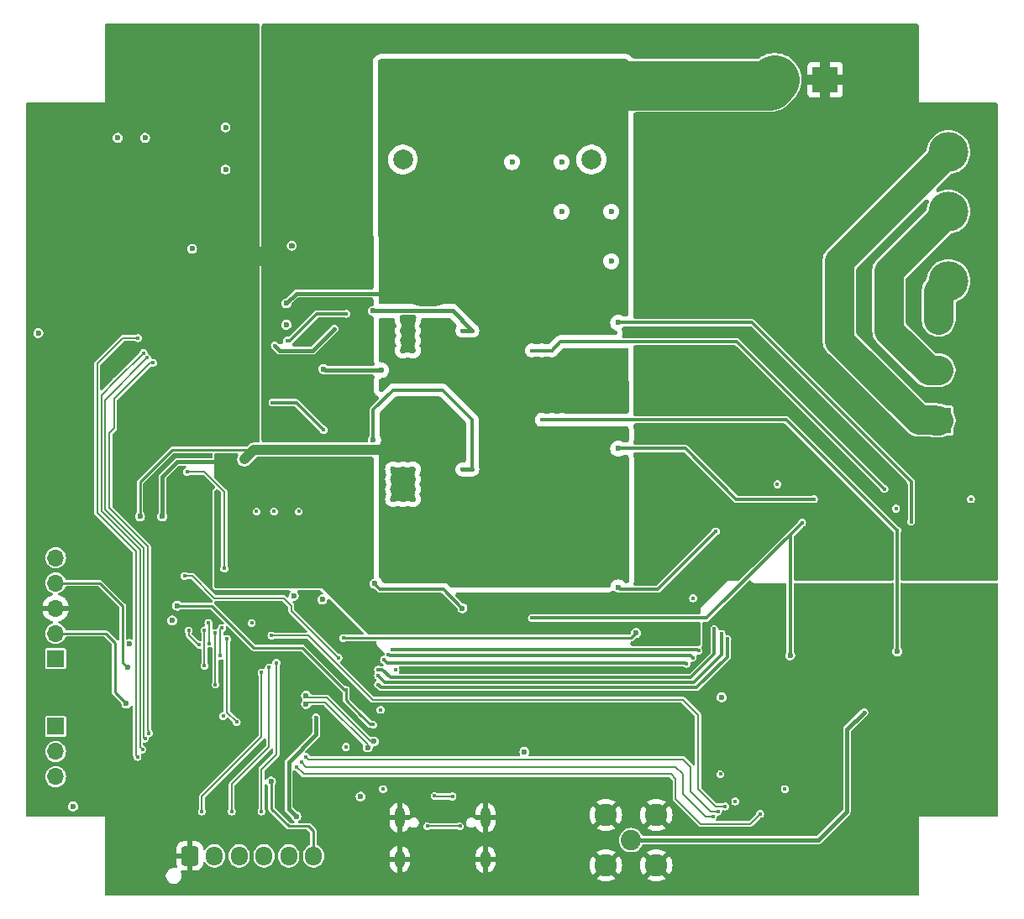
<source format=gbr>
%TF.GenerationSoftware,KiCad,Pcbnew,8.0.2*%
%TF.CreationDate,2024-10-17T17:48:59-03:00*%
%TF.ProjectId,ESCX,45534358-2e6b-4696-9361-645f70636258,rev?*%
%TF.SameCoordinates,Original*%
%TF.FileFunction,Copper,L4,Bot*%
%TF.FilePolarity,Positive*%
%FSLAX46Y46*%
G04 Gerber Fmt 4.6, Leading zero omitted, Abs format (unit mm)*
G04 Created by KiCad (PCBNEW 8.0.2) date 2024-10-17 17:48:59*
%MOMM*%
%LPD*%
G01*
G04 APERTURE LIST*
G04 Aperture macros list*
%AMRoundRect*
0 Rectangle with rounded corners*
0 $1 Rounding radius*
0 $2 $3 $4 $5 $6 $7 $8 $9 X,Y pos of 4 corners*
0 Add a 4 corners polygon primitive as box body*
4,1,4,$2,$3,$4,$5,$6,$7,$8,$9,$2,$3,0*
0 Add four circle primitives for the rounded corners*
1,1,$1+$1,$2,$3*
1,1,$1+$1,$4,$5*
1,1,$1+$1,$6,$7*
1,1,$1+$1,$8,$9*
0 Add four rect primitives between the rounded corners*
20,1,$1+$1,$2,$3,$4,$5,0*
20,1,$1+$1,$4,$5,$6,$7,0*
20,1,$1+$1,$6,$7,$8,$9,0*
20,1,$1+$1,$8,$9,$2,$3,0*%
G04 Aperture macros list end*
%TA.AperFunction,EtchedComponent*%
%ADD10C,0.000000*%
%TD*%
%TA.AperFunction,ComponentPad*%
%ADD11R,2.600000X2.600000*%
%TD*%
%TA.AperFunction,ComponentPad*%
%ADD12C,2.600000*%
%TD*%
%TA.AperFunction,ComponentPad*%
%ADD13C,2.050000*%
%TD*%
%TA.AperFunction,ComponentPad*%
%ADD14C,2.250000*%
%TD*%
%TA.AperFunction,ComponentPad*%
%ADD15C,2.000000*%
%TD*%
%TA.AperFunction,ComponentPad*%
%ADD16RoundRect,0.250000X-0.600000X-0.725000X0.600000X-0.725000X0.600000X0.725000X-0.600000X0.725000X0*%
%TD*%
%TA.AperFunction,ComponentPad*%
%ADD17O,1.700000X1.950000*%
%TD*%
%TA.AperFunction,ComponentPad*%
%ADD18R,1.700000X1.700000*%
%TD*%
%TA.AperFunction,ComponentPad*%
%ADD19O,1.700000X1.700000*%
%TD*%
%TA.AperFunction,ComponentPad*%
%ADD20O,1.000000X2.100000*%
%TD*%
%TA.AperFunction,ComponentPad*%
%ADD21O,1.000000X1.800000*%
%TD*%
%TA.AperFunction,SMDPad,CuDef*%
%ADD22C,4.000000*%
%TD*%
%TA.AperFunction,SMDPad,CuDef*%
%ADD23C,2.000000*%
%TD*%
%TA.AperFunction,ViaPad*%
%ADD24C,0.400000*%
%TD*%
%TA.AperFunction,ViaPad*%
%ADD25C,0.600000*%
%TD*%
%TA.AperFunction,Conductor*%
%ADD26C,0.254000*%
%TD*%
%TA.AperFunction,Conductor*%
%ADD27C,5.000000*%
%TD*%
%TA.AperFunction,Conductor*%
%ADD28C,1.000000*%
%TD*%
%TA.AperFunction,Conductor*%
%ADD29C,0.381000*%
%TD*%
%TA.AperFunction,Conductor*%
%ADD30C,0.300000*%
%TD*%
%TA.AperFunction,Conductor*%
%ADD31C,0.200000*%
%TD*%
%TA.AperFunction,Conductor*%
%ADD32C,3.000000*%
%TD*%
%TA.AperFunction,Conductor*%
%ADD33C,0.400000*%
%TD*%
G04 APERTURE END LIST*
D10*
%TA.AperFunction,EtchedComponent*%
%TO.C,JP1*%
G36*
X125750000Y-69500000D02*
G01*
X121750000Y-69500000D01*
X121750000Y-67500000D01*
X125750000Y-67500000D01*
X125750000Y-69500000D01*
G37*
%TD.AperFunction*%
%TD*%
D11*
%TO.P,J4,1,Pin_1*%
%TO.N,/power/PH_C*%
X192000000Y-85080000D03*
D12*
%TO.P,J4,2,Pin_2*%
%TO.N,/power/PH_B*%
X192000000Y-80000000D03*
%TO.P,J4,3,Pin_3*%
%TO.N,/power/PH_A*%
X192000000Y-74920000D03*
%TD*%
D13*
%TO.P,J2,1,In*%
%TO.N,Net-(J2-In)*%
X161000000Y-127400000D03*
D14*
%TO.P,J2,2,Ext*%
%TO.N,GND1*%
X163540000Y-129940000D03*
X163540000Y-124860000D03*
X158460000Y-129940000D03*
X158460000Y-124860000D03*
%TD*%
D11*
%TO.P,J3,1,Pin_1*%
%TO.N,GND2*%
X180545000Y-50695000D03*
D12*
%TO.P,J3,2,Pin_2*%
%TO.N,SUPPLY*%
X175465000Y-50695000D03*
%TD*%
D15*
%TO.P,C50,1*%
%TO.N,SUPPLY*%
X138000000Y-51250000D03*
%TO.P,C50,2*%
%TO.N,GND2*%
X138000000Y-58750000D03*
%TD*%
D16*
%TO.P,J5,1,Pin_1*%
%TO.N,GND1*%
X116500000Y-129000000D03*
D17*
%TO.P,J5,2,Pin_2*%
%TO.N,/MCU/HALL_3*%
X119000000Y-129000000D03*
%TO.P,J5,3,Pin_3*%
%TO.N,/MCU/HALL_2*%
X121500000Y-129000000D03*
%TO.P,J5,4,Pin_4*%
%TO.N,/MCU/HALL_1*%
X124000000Y-129000000D03*
%TO.P,J5,5,Pin_5*%
%TO.N,/MCU/TEMP_MOTOR*%
X126500000Y-129000000D03*
%TO.P,J5,6,Pin_6*%
%TO.N,Net-(J5-Pin_6)*%
X129000000Y-129000000D03*
%TD*%
D18*
%TO.P,J7,1,Pin_1*%
%TO.N,+3.3V*%
X103000000Y-115920000D03*
D19*
%TO.P,J7,2,Pin_2*%
%TO.N,Net-(J5-Pin_6)*%
X103000000Y-118460000D03*
%TO.P,J7,3,Pin_3*%
%TO.N,+5V*%
X103000000Y-121000000D03*
%TD*%
D20*
%TO.P,J6,S1,SHIELD*%
%TO.N,GND1*%
X137680000Y-125145000D03*
D21*
X137680000Y-129325000D03*
D20*
X146320000Y-125145000D03*
D21*
X146320000Y-129325000D03*
%TD*%
D18*
%TO.P,J1,1,Pin_1*%
%TO.N,+3.3V*%
X103000000Y-109080000D03*
D19*
%TO.P,J1,2,Pin_2*%
%TO.N,/MCU/SWCLK*%
X103000000Y-106540000D03*
%TO.P,J1,3,Pin_3*%
%TO.N,GND1*%
X103000000Y-104000000D03*
%TO.P,J1,4,Pin_4*%
%TO.N,/MCU/SWDIO*%
X103000000Y-101460000D03*
%TO.P,J1,5,Pin_5*%
%TO.N,/MCU/NRST*%
X103000000Y-98920000D03*
%TD*%
D15*
%TO.P,C51,1*%
%TO.N,SUPPLY*%
X157000000Y-51250000D03*
%TO.P,C51,2*%
%TO.N,GND2*%
X157000000Y-58750000D03*
%TD*%
D22*
%TO.P,TP2,1,1*%
%TO.N,/power/PH_B*%
X193000000Y-64000000D03*
%TD*%
D23*
%TO.P,JP1,1,A*%
%TO.N,GND2*%
X125750000Y-68500000D03*
%TO.P,JP1,2,B*%
%TO.N,GND1*%
X121750000Y-68500000D03*
%TD*%
D22*
%TO.P,TP1,1,1*%
%TO.N,/power/PH_C*%
X193000000Y-58000000D03*
%TD*%
%TO.P,TP3,1,1*%
%TO.N,/power/PH_A*%
X193000000Y-71000000D03*
%TD*%
D24*
%TO.N,GND1*%
X168500000Y-119500000D03*
D25*
X104000000Y-59000000D03*
D24*
X145000000Y-117750000D03*
D25*
X110750000Y-61250000D03*
X134000000Y-129000000D03*
D24*
X108000000Y-81000000D03*
X121750000Y-102500000D03*
X125000000Y-94250000D03*
D25*
X119750000Y-71000000D03*
X109000000Y-129000000D03*
D24*
X123250000Y-94250000D03*
X140500000Y-115000000D03*
X197000000Y-119250000D03*
X131250000Y-107500000D03*
D25*
X154000000Y-129000000D03*
X116250000Y-50500000D03*
X174000000Y-129000000D03*
D24*
X181250000Y-123500000D03*
X173000000Y-102500000D03*
D25*
X107500000Y-113700000D03*
X126810662Y-67439338D03*
D24*
X141750000Y-110250000D03*
D25*
X130500000Y-118500000D03*
X115750000Y-94750000D03*
D24*
X197000000Y-123250000D03*
D25*
X111250000Y-50500000D03*
D24*
X170000000Y-123250000D03*
D25*
X104000000Y-89000000D03*
X149000000Y-124000000D03*
D24*
X107000000Y-77500000D03*
X171750000Y-117000000D03*
D25*
X114000000Y-129000000D03*
X109000000Y-69000000D03*
X101750000Y-56500000D03*
X109000000Y-119000000D03*
D24*
X127500000Y-94250000D03*
D25*
X154000000Y-124000000D03*
X114000000Y-124000000D03*
D24*
X184250000Y-117000000D03*
D25*
X109000000Y-104000000D03*
X104000000Y-94000000D03*
X109000000Y-64000000D03*
X184000000Y-129000000D03*
X144000000Y-114000000D03*
X169000000Y-129000000D03*
X144000000Y-129000000D03*
X179000000Y-129000000D03*
X104000000Y-84000000D03*
X149000000Y-114000000D03*
X104000000Y-64000000D03*
X120000000Y-86500000D03*
D24*
%TO.N,/MCU/NRST*%
X135000000Y-115750000D03*
D25*
X115250000Y-103750000D03*
D24*
X132250000Y-112250000D03*
%TO.N,+3.3V*%
X176500000Y-122250000D03*
X122750000Y-105500000D03*
X136000000Y-122250000D03*
D25*
X109250000Y-56547500D03*
D24*
X137250000Y-110250000D03*
D25*
X129875000Y-103125000D03*
X114750000Y-105250000D03*
D24*
X132250000Y-118000000D03*
X195250000Y-93000000D03*
X170000000Y-120750000D03*
X135750000Y-114250000D03*
X175750000Y-91500000D03*
D25*
X127000000Y-102750000D03*
X126250000Y-75400000D03*
X170125000Y-113000000D03*
D24*
X171500000Y-123500000D03*
D25*
X112000000Y-56547500D03*
X133750000Y-123000000D03*
D24*
X119875000Y-114875000D03*
D25*
X110400000Y-107600000D03*
D24*
X187703800Y-93953800D03*
X167250000Y-103000000D03*
D25*
%TO.N,+5V*%
X150250000Y-118500000D03*
X101250000Y-76250000D03*
X120125000Y-55500000D03*
X116750000Y-67750000D03*
X104750000Y-124000000D03*
X120125000Y-59750000D03*
%TO.N,SUPPLY*%
X138100000Y-100000000D03*
X138100000Y-87000000D03*
X138000000Y-72000000D03*
X140100000Y-100000000D03*
X139100000Y-87000000D03*
X140000000Y-73000000D03*
X138000000Y-71000000D03*
X138000000Y-73000000D03*
X139000000Y-69000000D03*
X139100000Y-101000000D03*
X139100000Y-83000000D03*
X138100000Y-97000000D03*
X122000000Y-89000000D03*
X138000000Y-70000000D03*
X140100000Y-97000000D03*
X140000000Y-72000000D03*
X139100000Y-97000000D03*
X140100000Y-87000000D03*
X138100000Y-83000000D03*
X139000000Y-73000000D03*
X139000000Y-70000000D03*
X139100000Y-98000000D03*
X140100000Y-84000000D03*
X140100000Y-86000000D03*
X140100000Y-85000000D03*
X139100000Y-86000000D03*
X139000000Y-71000000D03*
X138000000Y-69000000D03*
X140000000Y-69000000D03*
X140100000Y-101000000D03*
X138100000Y-86000000D03*
X126250000Y-73250000D03*
X140000000Y-70000000D03*
X140100000Y-99000000D03*
X139100000Y-84000000D03*
X111500000Y-94750000D03*
X138100000Y-101000000D03*
X138100000Y-98000000D03*
X139100000Y-99000000D03*
X140100000Y-98000000D03*
X139100000Y-85000000D03*
X138100000Y-85000000D03*
X138100000Y-84000000D03*
X138100000Y-99000000D03*
X139100000Y-100000000D03*
X140100000Y-83000000D03*
X139000000Y-72000000D03*
D24*
%TO.N,/DRV8301/SH_A*%
X132300000Y-74300000D03*
X126307107Y-77000000D03*
X186521446Y-91972354D03*
X153000000Y-78000000D03*
X152000000Y-78000000D03*
X151000000Y-78000000D03*
%TO.N,/DRV8301/SH_C*%
X152000000Y-105000000D03*
X151000000Y-105000000D03*
X153000000Y-105000000D03*
D25*
X177025000Y-108768800D03*
D24*
X178225000Y-95368800D03*
%TO.N,Net-(U3-BST_C)*%
X124850000Y-83250000D03*
X130000000Y-86000000D03*
D25*
%TO.N,/DRV8301/SH_B*%
X187825000Y-108368800D03*
D24*
X153000000Y-85000000D03*
X152000000Y-85000000D03*
X154000000Y-85000000D03*
X187825000Y-96168800D03*
%TO.N,Net-(J2-In)*%
X184500000Y-114500000D03*
%TO.N,/MCU/CURRENT_1*%
X170700000Y-107118800D03*
X135500000Y-111700000D03*
%TO.N,/MCU/CURRENT_2*%
X170100000Y-106600000D03*
X135500000Y-110800003D03*
%TO.N,/MCU/CURRENT_3*%
X169400000Y-106100000D03*
X135500000Y-110200000D03*
D25*
%TO.N,/MCU/ADC_TEMP*%
X161500000Y-106500000D03*
D24*
X132000000Y-107000000D03*
%TO.N,/MCU/TEMP_MOTOR*%
X129250000Y-115000000D03*
D25*
X127250000Y-125000000D03*
%TO.N,/MCU/SWCLK*%
X110125000Y-113625000D03*
%TO.N,/MCU/SWDIO*%
X110250000Y-110000000D03*
D24*
%TO.N,/MCU/HALL_2*%
X120750000Y-124500000D03*
X124500000Y-110000000D03*
D25*
%TO.N,Net-(J5-Pin_6)*%
X124700000Y-121500000D03*
D24*
%TO.N,/MCU/HALL_1*%
X125250000Y-109500000D03*
X123750000Y-124500000D03*
%TO.N,/MCU/HALL_3*%
X117750000Y-124500000D03*
X123750000Y-110500000D03*
%TO.N,Net-(J6-VBUS-PadA4)*%
X143750000Y-126000000D03*
X140455001Y-126000000D03*
%TO.N,/power/PH_A*%
X189225000Y-95268800D03*
D25*
X159700000Y-75200000D03*
%TO.N,/power/PH_B*%
X159700000Y-87900000D03*
D24*
X179425000Y-93000000D03*
%TO.N,/power/PH_C*%
X169525000Y-96268800D03*
D25*
X159700000Y-101900000D03*
D24*
%TO.N,/DRV8301/SENS_A*%
X136100000Y-109200000D03*
X166600000Y-109600000D03*
%TO.N,/DRV8301/SENS_B*%
X167200000Y-109000000D03*
X136550000Y-108650000D03*
%TO.N,/DRV8301/SENS_C*%
X167800000Y-108300000D03*
X136956497Y-108200000D03*
%TO.N,/DRV8301/GH_A*%
X125100000Y-77500000D03*
X131100000Y-75800000D03*
%TO.N,/MCU/AN_IN*%
X131500000Y-109000000D03*
X116000000Y-100750000D03*
D25*
%TO.N,/MCU/USB_DN*%
X135050521Y-117449479D03*
X128250000Y-112825000D03*
%TO.N,/MCU/USB_DP*%
X128250000Y-113675000D03*
X134449479Y-118050521D03*
D24*
%TO.N,/DRV8301/INH_C*%
X119100000Y-111700000D03*
X119100000Y-106500000D03*
%TO.N,/DRV8301/INH_B*%
X118000000Y-106250000D03*
X118000000Y-109800000D03*
%TO.N,/MCU/PB12*%
X124750000Y-106750000D03*
X170500000Y-124000000D03*
%TO.N,/DRV8301/EN_GATE*%
X120250000Y-107100000D03*
X116250000Y-90250000D03*
X121250000Y-115500000D03*
X120000000Y-100000000D03*
%TO.N,/MCU/PB4*%
X128250000Y-119000000D03*
X169750000Y-124500000D03*
%TO.N,/DRV8301/CS*%
X116400000Y-106250000D03*
X117500001Y-107700001D03*
%TO.N,/DRV8301/SCLK*%
X112399999Y-116607106D03*
X112800000Y-79250000D03*
%TO.N,/DRV8301/SDO*%
X112000000Y-117150000D03*
X112250000Y-78750000D03*
%TO.N,/MCU/PD2*%
X127250000Y-120000000D03*
X174000000Y-124750000D03*
%TO.N,/DRV8301/FAULT*%
X111250000Y-119000000D03*
X111300000Y-76750000D03*
%TO.N,/DRV8301/SDI*%
X111850000Y-78253554D03*
X111750000Y-118250000D03*
%TO.N,/DRV8301/INL_C*%
X119600000Y-108800000D03*
X119750000Y-106000000D03*
%TO.N,/DRV8301/INL_B*%
X118500000Y-107557106D03*
X118400000Y-105500000D03*
%TO.N,/MCU/PB3*%
X169250000Y-125000000D03*
X127750000Y-119500000D03*
D25*
%TO.N,GND2*%
X138000000Y-105000000D03*
X129000000Y-59000000D03*
X139000000Y-104000000D03*
X139000000Y-92000000D03*
X129000000Y-54000000D03*
X139000000Y-78000000D03*
X137000000Y-91000000D03*
X169000000Y-69000000D03*
X137000000Y-104000000D03*
X137000000Y-105000000D03*
X174000000Y-59000000D03*
X159000000Y-69000000D03*
X138000000Y-93000000D03*
X120000000Y-89250000D03*
X139000000Y-77000000D03*
X169000000Y-94000000D03*
X134000000Y-54000000D03*
X174000000Y-69000000D03*
X139000000Y-106000000D03*
X179000000Y-69000000D03*
X137000000Y-92000000D03*
X139000000Y-75000000D03*
X139000000Y-93000000D03*
X164000000Y-79000000D03*
X164000000Y-64000000D03*
X139000000Y-105000000D03*
X138000000Y-90000000D03*
X134000000Y-59000000D03*
X154000000Y-59000000D03*
X179000000Y-79000000D03*
X164000000Y-59000000D03*
X138000000Y-78000000D03*
D24*
X188500000Y-99500000D03*
D25*
X139000000Y-103000000D03*
X137000000Y-90000000D03*
X194000000Y-89000000D03*
D24*
X179000000Y-98000000D03*
D25*
X113750000Y-94750000D03*
X179000000Y-64000000D03*
D24*
X169250000Y-99500000D03*
D25*
X138000000Y-91000000D03*
X137000000Y-103000000D03*
X138000000Y-106000000D03*
X184000000Y-54000000D03*
X179000000Y-59000000D03*
X164000000Y-69000000D03*
X139000000Y-90000000D03*
X154000000Y-64000000D03*
X159000000Y-64000000D03*
D24*
X169250000Y-98000000D03*
D25*
X138000000Y-76000000D03*
X138000000Y-75000000D03*
X189000000Y-54000000D03*
X139000000Y-76000000D03*
X184000000Y-49000000D03*
X138000000Y-104000000D03*
X139000000Y-91000000D03*
X149000000Y-59000000D03*
X138000000Y-92000000D03*
D24*
X188500000Y-98000000D03*
D25*
X174000000Y-64000000D03*
X137000000Y-93000000D03*
X138000000Y-103000000D03*
X189000000Y-49000000D03*
D24*
X179000000Y-99500000D03*
D25*
X184000000Y-59000000D03*
X129000000Y-49000000D03*
X169000000Y-64000000D03*
X138000000Y-77000000D03*
X189000000Y-89000000D03*
X164000000Y-89000000D03*
X169000000Y-79000000D03*
X169000000Y-59000000D03*
X134000000Y-49000000D03*
D24*
%TO.N,/USB_Interface/dusb+*%
X143000000Y-123000000D03*
X141200000Y-122950000D03*
D25*
%TO.N,/power/G2*%
X135800000Y-80000000D03*
X130000000Y-79875000D03*
D24*
%TO.N,/DRV8301/SL_A*%
X144000000Y-76000000D03*
D25*
X135000000Y-74000000D03*
D24*
X145000000Y-76000000D03*
%TO.N,/DRV8301/SL_B*%
X144000000Y-90000000D03*
X145000000Y-90000000D03*
D25*
X135000000Y-87000000D03*
%TO.N,/DRV8301/SL_C*%
X135133823Y-101525367D03*
X144000000Y-104000000D03*
%TD*%
D26*
%TO.N,/MCU/NRST*%
X127875000Y-108000000D02*
X132125000Y-112250000D01*
X115250000Y-103750000D02*
X118750000Y-103750000D01*
X123000000Y-108000000D02*
X127875000Y-108000000D01*
X134750000Y-115750000D02*
X135000000Y-115750000D01*
X132250000Y-113250000D02*
X133750000Y-114750000D01*
X133750000Y-114750000D02*
X134750000Y-115750000D01*
X132250000Y-112250000D02*
X132250000Y-113250000D01*
X118750000Y-103750000D02*
X123000000Y-108000000D01*
X132125000Y-112250000D02*
X132250000Y-112250000D01*
D27*
%TO.N,SUPPLY*%
X141000000Y-71000000D02*
X140000000Y-71000000D01*
X138000000Y-51250000D02*
X143000000Y-51250000D01*
D28*
X138100000Y-88000000D02*
X138100000Y-87000000D01*
D29*
X126250000Y-73250000D02*
X127250000Y-72250000D01*
D26*
X111500000Y-94750000D02*
X111500000Y-91250000D01*
D27*
X143000000Y-51250000D02*
X157000000Y-51250000D01*
X143000000Y-69000000D02*
X141000000Y-71000000D01*
D29*
X127250000Y-72250000D02*
X136500000Y-72250000D01*
D27*
X143000000Y-51250000D02*
X143000000Y-69000000D01*
D28*
X122000000Y-89000000D02*
X123000000Y-88000000D01*
D26*
X114750000Y-88000000D02*
X123000000Y-88000000D01*
D27*
X174910000Y-51250000D02*
X175465000Y-50695000D01*
D26*
X111500000Y-91250000D02*
X114750000Y-88000000D01*
D28*
X123000000Y-88000000D02*
X138100000Y-88000000D01*
D27*
X157000000Y-51250000D02*
X174910000Y-51250000D01*
D30*
%TO.N,/DRV8301/SH_A*%
X126600000Y-77000000D02*
X129300000Y-74300000D01*
X153000000Y-78000000D02*
X153900000Y-77100000D01*
X129300000Y-74300000D02*
X132300000Y-74300000D01*
X171649092Y-77100000D02*
X186521446Y-91972354D01*
X153900000Y-77100000D02*
X171649092Y-77100000D01*
X126307107Y-77000000D02*
X126600000Y-77000000D01*
X153000000Y-78000000D02*
X151000000Y-78000000D01*
%TO.N,/DRV8301/SH_C*%
X177025000Y-96568800D02*
X178225000Y-95368800D01*
X177025000Y-108768800D02*
X177025000Y-96568800D01*
X152000000Y-105000000D02*
X151000000Y-105000000D01*
X178225000Y-95368800D02*
X168593800Y-105000000D01*
X168593800Y-105000000D02*
X153000000Y-105000000D01*
X153000000Y-105000000D02*
X152000000Y-105000000D01*
%TO.N,Net-(U3-BST_C)*%
X124850000Y-83250000D02*
X127250000Y-83250000D01*
X127250000Y-83250000D02*
X130000000Y-86000000D01*
%TO.N,/DRV8301/SH_B*%
X187825000Y-108368800D02*
X187825000Y-96168800D01*
X154000000Y-85000000D02*
X176656200Y-85000000D01*
X154000000Y-85000000D02*
X153000000Y-85000000D01*
X176656200Y-85000000D02*
X187825000Y-96168800D01*
X153000000Y-85000000D02*
X152000000Y-85000000D01*
D29*
%TO.N,Net-(J2-In)*%
X179850000Y-127400000D02*
X161000000Y-127400000D01*
X182750000Y-116250000D02*
X182750000Y-124500000D01*
X184500000Y-114500000D02*
X182750000Y-116250000D01*
X161000000Y-127400000D02*
X161150000Y-127250000D01*
X182750000Y-124500000D02*
X179850000Y-127400000D01*
D30*
%TO.N,/MCU/CURRENT_1*%
X167600000Y-112000000D02*
X170700000Y-108900000D01*
X135500000Y-111700000D02*
X135800000Y-112000000D01*
X170700000Y-108900000D02*
X170700000Y-107118800D01*
X135800000Y-112000000D02*
X167600000Y-112000000D01*
%TO.N,/MCU/CURRENT_2*%
X167300000Y-111500000D02*
X170100000Y-108700000D01*
X135500000Y-110800003D02*
X136199997Y-111500000D01*
X136199997Y-111500000D02*
X167300000Y-111500000D01*
X170100000Y-108700000D02*
X170100000Y-106600000D01*
%TO.N,/MCU/CURRENT_3*%
X169400000Y-108600000D02*
X169400000Y-106100000D01*
X136750000Y-111000000D02*
X167000000Y-111000000D01*
X167000000Y-111000000D02*
X169400000Y-108600000D01*
X135500000Y-110200000D02*
X135950000Y-110200000D01*
X135950000Y-110200000D02*
X136750000Y-111000000D01*
D26*
%TO.N,/MCU/ADC_TEMP*%
X161500000Y-106500000D02*
X161000000Y-107000000D01*
X161000000Y-107000000D02*
X132000000Y-107000000D01*
D29*
%TO.N,/MCU/TEMP_MOTOR*%
X129250000Y-116750000D02*
X129250000Y-115000000D01*
X126500000Y-124250000D02*
X126500000Y-119500000D01*
X126500000Y-119500000D02*
X129250000Y-116750000D01*
X127250000Y-125000000D02*
X126500000Y-124250000D01*
D26*
%TO.N,/MCU/SWCLK*%
X109000000Y-107500000D02*
X108040000Y-106540000D01*
X110125000Y-113625000D02*
X109000000Y-112500000D01*
X109000000Y-112500000D02*
X109000000Y-107500000D01*
X108040000Y-106540000D02*
X103000000Y-106540000D01*
%TO.N,/MCU/SWDIO*%
X109750000Y-109500000D02*
X109750000Y-103750000D01*
X107460000Y-101460000D02*
X103000000Y-101460000D01*
X110250000Y-110000000D02*
X109750000Y-109500000D01*
X109750000Y-103750000D02*
X107460000Y-101460000D01*
D31*
%TO.N,/MCU/HALL_2*%
X120750000Y-121750000D02*
X120750000Y-124500000D01*
X124500000Y-110000000D02*
X124500000Y-118000000D01*
X124500000Y-118000000D02*
X120750000Y-121750000D01*
D26*
%TO.N,Net-(J5-Pin_6)*%
X124750000Y-121750000D02*
X124750000Y-124250000D01*
X129000000Y-126500000D02*
X129000000Y-129000000D01*
X126500000Y-126000000D02*
X128500000Y-126000000D01*
X124750000Y-124250000D02*
X126500000Y-126000000D01*
X128500000Y-126000000D02*
X129000000Y-126500000D01*
X124700000Y-121700000D02*
X124750000Y-121750000D01*
X124700000Y-121500000D02*
X124700000Y-121700000D01*
D31*
%TO.N,/MCU/HALL_1*%
X123750000Y-120250000D02*
X123750000Y-124500000D01*
X125250000Y-118750000D02*
X123750000Y-120250000D01*
X125250000Y-109500000D02*
X125250000Y-118750000D01*
%TO.N,/MCU/HALL_3*%
X117750000Y-124500000D02*
X117750000Y-123000000D01*
X117750000Y-123000000D02*
X123750000Y-117000000D01*
X123750000Y-117000000D02*
X123750000Y-110500000D01*
%TO.N,Net-(J6-VBUS-PadA4)*%
X140455001Y-126000000D02*
X143750000Y-126000000D01*
D30*
%TO.N,/power/PH_A*%
X189225000Y-91225000D02*
X173200000Y-75200000D01*
D32*
X192000000Y-74920000D02*
X192000000Y-72000000D01*
X192000000Y-72000000D02*
X193000000Y-71000000D01*
D30*
X173200000Y-75200000D02*
X159700000Y-75200000D01*
X189225000Y-95268800D02*
X189225000Y-91225000D01*
D32*
%TO.N,/power/PH_B*%
X187000000Y-76000000D02*
X187000000Y-70000000D01*
D30*
X171600000Y-93000000D02*
X166500000Y-87900000D01*
D32*
X191000000Y-80000000D02*
X187000000Y-76000000D01*
X187000000Y-70000000D02*
X193000000Y-64000000D01*
X192000000Y-80000000D02*
X191000000Y-80000000D01*
D30*
X179425000Y-93000000D02*
X171600000Y-93000000D01*
X166500000Y-87900000D02*
X159700000Y-87900000D01*
D32*
%TO.N,/power/PH_C*%
X192000000Y-85080000D02*
X191625227Y-85080000D01*
X191545227Y-85000000D02*
X190000000Y-85000000D01*
D30*
X159700000Y-101900000D02*
X159900000Y-102100000D01*
X163693800Y-102100000D02*
X169525000Y-96268800D01*
X159900000Y-102100000D02*
X163693800Y-102100000D01*
D32*
X182000000Y-77000000D02*
X182000000Y-69000000D01*
X190000000Y-85000000D02*
X182000000Y-77000000D01*
X182000000Y-69000000D02*
X193000000Y-58000000D01*
X191625227Y-85080000D02*
X191545227Y-85000000D01*
D30*
%TO.N,/DRV8301/SENS_A*%
X136100000Y-109200000D02*
X136400000Y-109500000D01*
X166500000Y-109500000D02*
X166600000Y-109600000D01*
X136400000Y-109500000D02*
X166500000Y-109500000D01*
%TO.N,/DRV8301/SENS_B*%
X136650000Y-108750000D02*
X166950000Y-108750000D01*
X166950000Y-108750000D02*
X167200000Y-109000000D01*
X136550000Y-108650000D02*
X136650000Y-108750000D01*
%TO.N,/DRV8301/SENS_C*%
X136956497Y-108200000D02*
X137006497Y-108150000D01*
X167650000Y-108150000D02*
X167800000Y-108300000D01*
X137006497Y-108150000D02*
X167650000Y-108150000D01*
D33*
%TO.N,/DRV8301/GH_A*%
X128900000Y-78000000D02*
X125600000Y-78000000D01*
X131100000Y-75800000D02*
X128900000Y-78000000D01*
X125600000Y-78000000D02*
X125100000Y-77500000D01*
D31*
%TO.N,/MCU/AN_IN*%
X126750000Y-104250000D02*
X126750000Y-103750000D01*
X116750000Y-100750000D02*
X116000000Y-100750000D01*
X119000000Y-103000000D02*
X116750000Y-100750000D01*
X131500000Y-109000000D02*
X126750000Y-104250000D01*
X126750000Y-103750000D02*
X126000000Y-103000000D01*
X126000000Y-103000000D02*
X119000000Y-103000000D01*
%TO.N,/MCU/USB_DN*%
X128449999Y-113024999D02*
X128250000Y-112825000D01*
X135050521Y-117449479D02*
X134767678Y-117449479D01*
X130343198Y-113024999D02*
X128449999Y-113024999D01*
X134767678Y-117449479D02*
X130343198Y-113024999D01*
%TO.N,/MCU/USB_DP*%
X134449479Y-118050521D02*
X134449479Y-117767678D01*
X134449479Y-117767678D02*
X130156802Y-113475001D01*
X128449999Y-113475001D02*
X128250000Y-113675000D01*
X130156802Y-113475001D02*
X128449999Y-113475001D01*
%TO.N,/DRV8301/INH_C*%
X119100000Y-106500000D02*
X119100000Y-111700000D01*
%TO.N,/DRV8301/INH_B*%
X118000000Y-109800000D02*
X118000000Y-106250000D01*
%TO.N,/MCU/PB12*%
X135000000Y-113250000D02*
X166250000Y-113250000D01*
X167750000Y-122250000D02*
X169500000Y-124000000D01*
X128500000Y-106750000D02*
X135000000Y-113250000D01*
X124750000Y-106750000D02*
X128500000Y-106750000D01*
X166250000Y-113250000D02*
X167750000Y-114750000D01*
X169500000Y-124000000D02*
X170500000Y-124000000D01*
X167750000Y-114750000D02*
X167750000Y-122250000D01*
%TO.N,/DRV8301/EN_GATE*%
X121250000Y-115500000D02*
X120250000Y-114500000D01*
X120250000Y-107250000D02*
X120250000Y-107100000D01*
X120000000Y-100000000D02*
X120000000Y-92250000D01*
X120250000Y-114500000D02*
X120250000Y-107250000D01*
X118000000Y-90250000D02*
X116250000Y-90250000D01*
X120000000Y-92250000D02*
X118000000Y-90250000D01*
%TO.N,/MCU/PB4*%
X128500000Y-119250000D02*
X128250000Y-119000000D01*
X166250000Y-119250000D02*
X128500000Y-119250000D01*
X169750000Y-124500000D02*
X169000000Y-124500000D01*
X167000000Y-120000000D02*
X166250000Y-119250000D01*
X167000000Y-122500000D02*
X167000000Y-120000000D01*
X169000000Y-124500000D02*
X167000000Y-122500000D01*
%TO.N,/DRV8301/CS*%
X116400000Y-106250000D02*
X116400000Y-106700000D01*
X117400001Y-107700001D02*
X117500001Y-107700001D01*
X116400000Y-106700000D02*
X117400001Y-107700001D01*
%TO.N,/DRV8301/SCLK*%
X108400000Y-86350000D02*
X108900000Y-85850000D01*
X112399999Y-116399999D02*
X112300000Y-116300000D01*
X108900000Y-85850000D02*
X108900000Y-82900000D01*
X108900000Y-82900000D02*
X112550000Y-79250000D01*
X112399999Y-116607106D02*
X112399999Y-116399999D01*
X108400000Y-93902942D02*
X108400000Y-86350000D01*
X112300000Y-116300000D02*
X112300000Y-97802942D01*
X112550000Y-79250000D02*
X112800000Y-79250000D01*
X112300000Y-97802942D02*
X108400000Y-93902942D01*
%TO.N,/DRV8301/SDO*%
X108000000Y-94068628D02*
X108000000Y-83000000D01*
X108000000Y-83000000D02*
X112250000Y-78750000D01*
X111900000Y-97968628D02*
X108000000Y-94068628D01*
X111900000Y-117050000D02*
X111900000Y-97968628D01*
X112000000Y-117150000D02*
X111900000Y-117050000D01*
%TO.N,/MCU/PD2*%
X165500000Y-121250000D02*
X165500000Y-123250000D01*
X165500000Y-123250000D02*
X168000000Y-125750000D01*
X127250000Y-120000000D02*
X128000000Y-120750000D01*
X168000000Y-125750000D02*
X173000000Y-125750000D01*
X165000000Y-120750000D02*
X165500000Y-121250000D01*
X173000000Y-125750000D02*
X174000000Y-124750000D01*
X128000000Y-120750000D02*
X165000000Y-120750000D01*
%TO.N,/DRV8301/FAULT*%
X111250000Y-119000000D02*
X111100000Y-118850000D01*
X107200000Y-79300000D02*
X109750000Y-76750000D01*
X109750000Y-76750000D02*
X111300000Y-76750000D01*
X111100000Y-118850000D02*
X111100000Y-98300000D01*
X111100000Y-98300000D02*
X107200000Y-94400000D01*
X107200000Y-94400000D02*
X107200000Y-79300000D01*
%TO.N,/DRV8301/SDI*%
X111500000Y-98134314D02*
X107600000Y-94234314D01*
X109000000Y-81000000D02*
X109103554Y-81000000D01*
X107600000Y-82503554D02*
X109000000Y-81103554D01*
X107600000Y-94234314D02*
X107600000Y-82503554D01*
X109000000Y-81103554D02*
X109000000Y-81000000D01*
X111500000Y-118000000D02*
X111500000Y-98134314D01*
X109103554Y-81000000D02*
X111850000Y-78253554D01*
X111750000Y-118250000D02*
X111500000Y-118000000D01*
%TO.N,/DRV8301/INL_C*%
X119600000Y-108800000D02*
X119600000Y-106150000D01*
X119600000Y-106150000D02*
X119750000Y-106000000D01*
%TO.N,/DRV8301/INL_B*%
X118500000Y-105600000D02*
X118500000Y-107557106D01*
X118400000Y-105500000D02*
X118500000Y-105600000D01*
%TO.N,/MCU/PB3*%
X128250000Y-120000000D02*
X127750000Y-119500000D01*
X168500000Y-125000000D02*
X166250000Y-122750000D01*
X165500000Y-120000000D02*
X128250000Y-120000000D01*
X166250000Y-122750000D02*
X166250000Y-120750000D01*
X166250000Y-120750000D02*
X165500000Y-120000000D01*
X169250000Y-125000000D02*
X168500000Y-125000000D01*
D29*
%TO.N,GND2*%
X113750000Y-94750000D02*
X113750000Y-90750000D01*
X115250000Y-89250000D02*
X120000000Y-89250000D01*
X113750000Y-90750000D02*
X115250000Y-89250000D01*
D31*
%TO.N,/USB_Interface/dusb+*%
X143000000Y-123000000D02*
X141250000Y-123000000D01*
X141250000Y-123000000D02*
X141200000Y-122950000D01*
D33*
%TO.N,/power/G2*%
X130000000Y-79875000D02*
X130125000Y-80000000D01*
X130125000Y-80000000D02*
X135800000Y-80000000D01*
%TO.N,/DRV8301/SL_A*%
X143000000Y-74000000D02*
X145000000Y-76000000D01*
X135000000Y-74000000D02*
X143000000Y-74000000D01*
X144000000Y-76000000D02*
X145000000Y-76000000D01*
D30*
%TO.N,/DRV8301/SL_B*%
X137000000Y-82000000D02*
X142000000Y-82000000D01*
X142000000Y-82000000D02*
X145000000Y-85000000D01*
X135000000Y-87000000D02*
X135000000Y-84000000D01*
X135000000Y-84000000D02*
X137000000Y-82000000D01*
X145000000Y-85000000D02*
X145000000Y-90000000D01*
D33*
X144000000Y-90000000D02*
X145000000Y-90000000D01*
D30*
%TO.N,/DRV8301/SL_C*%
X142100000Y-102100000D02*
X136300000Y-102100000D01*
X144000000Y-104000000D02*
X142100000Y-102100000D01*
X136300000Y-102100000D02*
X135700000Y-102100000D01*
X135700000Y-102100000D02*
X135100000Y-101500000D01*
%TD*%
%TA.AperFunction,Conductor*%
%TO.N,GND2*%
G36*
X176503166Y-85369454D02*
G01*
X176583948Y-85423430D01*
X187395607Y-96235088D01*
X187441391Y-96298102D01*
X187447358Y-96309813D01*
X187473732Y-96403315D01*
X187474500Y-96422860D01*
X187474500Y-101001000D01*
X187455546Y-101096288D01*
X187401570Y-101177070D01*
X187320788Y-101231046D01*
X187225500Y-101250000D01*
X177624500Y-101250000D01*
X177529212Y-101231046D01*
X177448430Y-101177070D01*
X177394454Y-101096288D01*
X177375500Y-101001000D01*
X177375500Y-96817120D01*
X177394454Y-96721832D01*
X177448428Y-96641053D01*
X178291288Y-95798192D01*
X178354311Y-95752404D01*
X178463338Y-95696852D01*
X178463339Y-95696852D01*
X178463339Y-95696851D01*
X178463342Y-95696850D01*
X178553050Y-95607142D01*
X178610646Y-95494104D01*
X178626484Y-95394106D01*
X178630492Y-95368803D01*
X178630492Y-95368796D01*
X178610647Y-95243502D01*
X178610646Y-95243501D01*
X178610646Y-95243496D01*
X178553050Y-95130458D01*
X178463342Y-95040750D01*
X178463339Y-95040748D01*
X178350306Y-94983155D01*
X178350305Y-94983154D01*
X178350304Y-94983154D01*
X178350302Y-94983153D01*
X178350297Y-94983152D01*
X178225003Y-94963308D01*
X178224997Y-94963308D01*
X178099702Y-94983152D01*
X178099693Y-94983155D01*
X177986660Y-95040748D01*
X177896948Y-95130460D01*
X177841398Y-95239483D01*
X177795608Y-95302508D01*
X176280997Y-96817120D01*
X173223416Y-99874702D01*
X171921048Y-101177070D01*
X171840266Y-101231046D01*
X171744978Y-101250000D01*
X170750000Y-101250000D01*
X168000000Y-104000000D01*
X168000000Y-104000001D01*
X168000000Y-104400500D01*
X167981046Y-104495788D01*
X167927070Y-104576570D01*
X167846288Y-104630546D01*
X167751000Y-104649500D01*
X153254062Y-104649500D01*
X153158774Y-104630546D01*
X153141021Y-104622362D01*
X153125307Y-104614355D01*
X153125297Y-104614352D01*
X153000003Y-104594508D01*
X152999997Y-104594508D01*
X152874702Y-104614352D01*
X152874692Y-104614355D01*
X152858979Y-104622362D01*
X152765471Y-104648733D01*
X152745938Y-104649500D01*
X152254062Y-104649500D01*
X152158774Y-104630546D01*
X152141021Y-104622362D01*
X152125307Y-104614355D01*
X152125297Y-104614352D01*
X152000003Y-104594508D01*
X151999997Y-104594508D01*
X151874702Y-104614352D01*
X151874692Y-104614355D01*
X151858979Y-104622362D01*
X151765471Y-104648733D01*
X151745938Y-104649500D01*
X151254062Y-104649500D01*
X151158774Y-104630546D01*
X151141021Y-104622362D01*
X151125307Y-104614355D01*
X151125297Y-104614352D01*
X151000003Y-104594508D01*
X150999997Y-104594508D01*
X150874702Y-104614352D01*
X150874693Y-104614355D01*
X150761660Y-104671948D01*
X150671948Y-104761660D01*
X150614355Y-104874693D01*
X150614352Y-104874702D01*
X150594508Y-104999996D01*
X150594508Y-105000003D01*
X150614352Y-105125297D01*
X150614353Y-105125302D01*
X150614354Y-105125304D01*
X150671950Y-105238342D01*
X150761658Y-105328050D01*
X150874696Y-105385646D01*
X150874701Y-105385646D01*
X150874702Y-105385647D01*
X150999997Y-105405492D01*
X151000000Y-105405492D01*
X151000003Y-105405492D01*
X151101973Y-105389341D01*
X151125304Y-105385646D01*
X151141021Y-105377638D01*
X151234529Y-105351267D01*
X151254062Y-105350500D01*
X151745938Y-105350500D01*
X151841226Y-105369454D01*
X151858979Y-105377638D01*
X151874696Y-105385646D01*
X151874701Y-105385646D01*
X151874702Y-105385647D01*
X151999997Y-105405492D01*
X152000000Y-105405492D01*
X152000003Y-105405492D01*
X152101973Y-105389341D01*
X152125304Y-105385646D01*
X152141021Y-105377638D01*
X152234529Y-105351267D01*
X152254062Y-105350500D01*
X152745938Y-105350500D01*
X152841226Y-105369454D01*
X152858979Y-105377638D01*
X152874696Y-105385646D01*
X152874701Y-105385646D01*
X152874702Y-105385647D01*
X152999997Y-105405492D01*
X153000000Y-105405492D01*
X153000003Y-105405492D01*
X153101973Y-105389341D01*
X153125304Y-105385646D01*
X153141021Y-105377638D01*
X153234529Y-105351267D01*
X153254062Y-105350500D01*
X167751000Y-105350500D01*
X167846288Y-105369454D01*
X167927070Y-105423430D01*
X167981046Y-105504212D01*
X168000000Y-105599500D01*
X168000000Y-107556414D01*
X167981046Y-107651702D01*
X167927070Y-107732484D01*
X167846288Y-107786460D01*
X167751000Y-107805414D01*
X167712497Y-107800346D01*
X167712329Y-107801630D01*
X167696148Y-107799500D01*
X167696144Y-107799500D01*
X161172929Y-107799500D01*
X161077641Y-107780546D01*
X160996859Y-107726570D01*
X160942883Y-107645788D01*
X160923929Y-107550500D01*
X160942883Y-107455212D01*
X160996859Y-107374430D01*
X161077641Y-107320454D01*
X161108478Y-107309985D01*
X161126410Y-107305181D01*
X161201090Y-107262065D01*
X161337851Y-107125304D01*
X161389726Y-107073430D01*
X161470507Y-107019454D01*
X161565795Y-107000500D01*
X161571961Y-107000500D01*
X161710053Y-106959953D01*
X161831128Y-106882143D01*
X161925377Y-106773373D01*
X161985165Y-106642457D01*
X162005647Y-106500000D01*
X161985165Y-106357543D01*
X161925377Y-106226627D01*
X161831128Y-106117857D01*
X161794796Y-106094508D01*
X161710054Y-106040047D01*
X161710049Y-106040045D01*
X161571961Y-105999500D01*
X161428039Y-105999500D01*
X161289950Y-106040045D01*
X161289945Y-106040047D01*
X161168871Y-106117857D01*
X161074622Y-106226627D01*
X161014836Y-106357539D01*
X161014833Y-106357549D01*
X161000256Y-106458937D01*
X160967934Y-106550558D01*
X160903011Y-106622835D01*
X160815370Y-106664766D01*
X160753791Y-106672500D01*
X134642308Y-106672500D01*
X134547020Y-106653546D01*
X134467512Y-106600833D01*
X129800000Y-102000000D01*
X119249000Y-102000000D01*
X119153712Y-101981046D01*
X119072930Y-101927070D01*
X119018954Y-101846288D01*
X119000000Y-101751000D01*
X119000000Y-92276111D01*
X119018954Y-92180823D01*
X119072930Y-92100041D01*
X119153712Y-92046065D01*
X119249000Y-92027111D01*
X119344288Y-92046065D01*
X119425070Y-92100041D01*
X119626570Y-92301541D01*
X119680546Y-92382323D01*
X119699500Y-92477611D01*
X119699500Y-99647807D01*
X119680546Y-99743095D01*
X119672361Y-99760850D01*
X119614355Y-99874693D01*
X119614352Y-99874702D01*
X119594508Y-99999996D01*
X119594508Y-100000003D01*
X119614352Y-100125297D01*
X119614353Y-100125302D01*
X119614354Y-100125304D01*
X119671950Y-100238342D01*
X119761658Y-100328050D01*
X119874696Y-100385646D01*
X119874701Y-100385646D01*
X119874702Y-100385647D01*
X119999997Y-100405492D01*
X120000000Y-100405492D01*
X120000003Y-100405492D01*
X120101973Y-100389341D01*
X120125304Y-100385646D01*
X120238342Y-100328050D01*
X120328050Y-100238342D01*
X120385646Y-100125304D01*
X120405492Y-100000000D01*
X120405492Y-99999996D01*
X120385647Y-99874702D01*
X120385646Y-99874701D01*
X120385646Y-99874696D01*
X120362269Y-99828817D01*
X120327639Y-99760850D01*
X120301267Y-99667342D01*
X120300500Y-99647807D01*
X120300500Y-94249996D01*
X122844508Y-94249996D01*
X122844508Y-94250003D01*
X122864352Y-94375297D01*
X122864353Y-94375302D01*
X122864354Y-94375304D01*
X122921950Y-94488342D01*
X123011658Y-94578050D01*
X123124696Y-94635646D01*
X123124701Y-94635646D01*
X123124702Y-94635647D01*
X123249997Y-94655492D01*
X123250000Y-94655492D01*
X123250003Y-94655492D01*
X123351973Y-94639341D01*
X123375304Y-94635646D01*
X123488342Y-94578050D01*
X123578050Y-94488342D01*
X123635646Y-94375304D01*
X123641326Y-94339444D01*
X123655492Y-94250003D01*
X123655492Y-94249996D01*
X124594508Y-94249996D01*
X124594508Y-94250003D01*
X124614352Y-94375297D01*
X124614353Y-94375302D01*
X124614354Y-94375304D01*
X124671950Y-94488342D01*
X124761658Y-94578050D01*
X124874696Y-94635646D01*
X124874701Y-94635646D01*
X124874702Y-94635647D01*
X124999997Y-94655492D01*
X125000000Y-94655492D01*
X125000003Y-94655492D01*
X125101973Y-94639341D01*
X125125304Y-94635646D01*
X125238342Y-94578050D01*
X125328050Y-94488342D01*
X125385646Y-94375304D01*
X125391326Y-94339444D01*
X125405492Y-94250003D01*
X125405492Y-94249996D01*
X127094508Y-94249996D01*
X127094508Y-94250003D01*
X127114352Y-94375297D01*
X127114353Y-94375302D01*
X127114354Y-94375304D01*
X127171950Y-94488342D01*
X127261658Y-94578050D01*
X127374696Y-94635646D01*
X127374701Y-94635646D01*
X127374702Y-94635647D01*
X127499997Y-94655492D01*
X127500000Y-94655492D01*
X127500003Y-94655492D01*
X127601973Y-94639341D01*
X127625304Y-94635646D01*
X127738342Y-94578050D01*
X127828050Y-94488342D01*
X127885646Y-94375304D01*
X127891326Y-94339444D01*
X127905492Y-94250003D01*
X127905492Y-94249996D01*
X127885647Y-94124702D01*
X127885646Y-94124701D01*
X127885646Y-94124696D01*
X127828050Y-94011658D01*
X127738342Y-93921950D01*
X127738339Y-93921948D01*
X127625306Y-93864355D01*
X127625305Y-93864354D01*
X127625304Y-93864354D01*
X127625302Y-93864353D01*
X127625297Y-93864352D01*
X127500003Y-93844508D01*
X127499997Y-93844508D01*
X127374702Y-93864352D01*
X127374693Y-93864355D01*
X127261660Y-93921948D01*
X127171948Y-94011660D01*
X127114355Y-94124693D01*
X127114352Y-94124702D01*
X127094508Y-94249996D01*
X125405492Y-94249996D01*
X125385647Y-94124702D01*
X125385646Y-94124701D01*
X125385646Y-94124696D01*
X125328050Y-94011658D01*
X125238342Y-93921950D01*
X125238339Y-93921948D01*
X125125306Y-93864355D01*
X125125305Y-93864354D01*
X125125304Y-93864354D01*
X125125302Y-93864353D01*
X125125297Y-93864352D01*
X125000003Y-93844508D01*
X124999997Y-93844508D01*
X124874702Y-93864352D01*
X124874693Y-93864355D01*
X124761660Y-93921948D01*
X124671948Y-94011660D01*
X124614355Y-94124693D01*
X124614352Y-94124702D01*
X124594508Y-94249996D01*
X123655492Y-94249996D01*
X123635647Y-94124702D01*
X123635646Y-94124701D01*
X123635646Y-94124696D01*
X123578050Y-94011658D01*
X123488342Y-93921950D01*
X123488339Y-93921948D01*
X123375306Y-93864355D01*
X123375305Y-93864354D01*
X123375304Y-93864354D01*
X123375302Y-93864353D01*
X123375297Y-93864352D01*
X123250003Y-93844508D01*
X123249997Y-93844508D01*
X123124702Y-93864352D01*
X123124693Y-93864355D01*
X123011660Y-93921948D01*
X122921948Y-94011660D01*
X122864355Y-94124693D01*
X122864352Y-94124702D01*
X122844508Y-94249996D01*
X120300500Y-94249996D01*
X120300500Y-92210438D01*
X120280022Y-92134014D01*
X120280021Y-92134013D01*
X120280021Y-92134011D01*
X120240460Y-92065489D01*
X120213144Y-92038173D01*
X120184511Y-92009539D01*
X120184511Y-92009540D01*
X119072930Y-90897959D01*
X119018954Y-90817177D01*
X119000000Y-90721889D01*
X119000000Y-88576500D01*
X119018954Y-88481212D01*
X119072930Y-88400430D01*
X119153712Y-88346454D01*
X119249000Y-88327500D01*
X121147688Y-88327500D01*
X121242976Y-88346454D01*
X121323758Y-88400430D01*
X121377734Y-88481212D01*
X121396688Y-88576500D01*
X121377734Y-88671788D01*
X121326420Y-88795671D01*
X121326418Y-88795675D01*
X121299500Y-88931001D01*
X121299500Y-89068998D01*
X121326418Y-89204324D01*
X121326419Y-89204327D01*
X121379222Y-89331805D01*
X121379223Y-89331807D01*
X121379225Y-89331811D01*
X121455886Y-89446543D01*
X121553457Y-89544114D01*
X121668189Y-89620775D01*
X121668194Y-89620777D01*
X121795672Y-89673580D01*
X121795675Y-89673581D01*
X121929205Y-89700141D01*
X121931006Y-89700500D01*
X122068994Y-89700500D01*
X122136661Y-89687040D01*
X122204324Y-89673581D01*
X122204325Y-89673580D01*
X122204328Y-89673580D01*
X122331811Y-89620775D01*
X122446543Y-89544114D01*
X122921663Y-89068994D01*
X123217228Y-88773430D01*
X123298009Y-88719454D01*
X123393297Y-88700500D01*
X134821200Y-88700500D01*
X134916488Y-88719454D01*
X134997270Y-88773430D01*
X135051246Y-88854212D01*
X135070200Y-88949033D01*
X135071869Y-89838656D01*
X135072172Y-89999999D01*
X135072172Y-90000029D01*
X135072171Y-90000029D01*
X135072173Y-90000865D01*
X135072173Y-90000944D01*
X135072174Y-90000944D01*
X135092352Y-100755597D01*
X135092352Y-100755598D01*
X135097089Y-100803009D01*
X135087701Y-100899709D01*
X135042022Y-100985456D01*
X134967006Y-101047195D01*
X134934434Y-101060543D01*
X134923768Y-101065414D01*
X134802694Y-101143224D01*
X134708445Y-101251994D01*
X134648659Y-101382906D01*
X134648658Y-101382910D01*
X134628176Y-101525367D01*
X134648658Y-101667823D01*
X134648659Y-101667827D01*
X134708445Y-101798739D01*
X134708446Y-101798740D01*
X134802695Y-101907510D01*
X134833131Y-101927070D01*
X134917119Y-101981046D01*
X134923770Y-101985320D01*
X134923771Y-101985320D01*
X134923773Y-101985321D01*
X135078949Y-102030884D01*
X135078555Y-102032224D01*
X135151236Y-102057860D01*
X135200254Y-102095936D01*
X135484788Y-102380470D01*
X135540266Y-102412500D01*
X135564712Y-102426614D01*
X135653856Y-102450500D01*
X136253856Y-102450500D01*
X141851678Y-102450500D01*
X141946966Y-102469454D01*
X142027748Y-102523430D01*
X143434078Y-103929760D01*
X143488054Y-104010542D01*
X143504473Y-104070393D01*
X143514833Y-104142450D01*
X143514836Y-104142460D01*
X143574622Y-104273372D01*
X143654875Y-104365989D01*
X143668872Y-104382143D01*
X143789947Y-104459953D01*
X143928039Y-104500500D01*
X144071961Y-104500500D01*
X144210053Y-104459953D01*
X144331128Y-104382143D01*
X144425377Y-104273373D01*
X144485165Y-104142457D01*
X144505647Y-104000000D01*
X144485165Y-103857543D01*
X144425377Y-103726627D01*
X144331128Y-103617857D01*
X144210054Y-103540047D01*
X144210049Y-103540045D01*
X144071959Y-103499499D01*
X144064319Y-103498401D01*
X143972698Y-103466078D01*
X143923688Y-103428006D01*
X143495678Y-102999996D01*
X166844508Y-102999996D01*
X166844508Y-103000003D01*
X166864352Y-103125297D01*
X166864353Y-103125302D01*
X166864354Y-103125304D01*
X166921950Y-103238342D01*
X167011658Y-103328050D01*
X167124696Y-103385646D01*
X167124701Y-103385646D01*
X167124702Y-103385647D01*
X167249997Y-103405492D01*
X167250000Y-103405492D01*
X167250003Y-103405492D01*
X167351973Y-103389341D01*
X167375304Y-103385646D01*
X167488342Y-103328050D01*
X167578050Y-103238342D01*
X167635646Y-103125304D01*
X167655492Y-103000000D01*
X167655492Y-102999996D01*
X167635647Y-102874702D01*
X167635646Y-102874701D01*
X167635646Y-102874696D01*
X167578050Y-102761658D01*
X167488342Y-102671950D01*
X167488339Y-102671948D01*
X167375306Y-102614355D01*
X167375305Y-102614354D01*
X167375304Y-102614354D01*
X167375302Y-102614353D01*
X167375297Y-102614352D01*
X167250003Y-102594508D01*
X167249997Y-102594508D01*
X167124702Y-102614352D01*
X167124693Y-102614355D01*
X167011660Y-102671948D01*
X166921948Y-102761660D01*
X166864355Y-102874693D01*
X166864352Y-102874702D01*
X166844508Y-102999996D01*
X143495678Y-102999996D01*
X143326252Y-102830570D01*
X143272276Y-102749788D01*
X143253322Y-102654500D01*
X143272276Y-102559212D01*
X143326252Y-102478430D01*
X143407034Y-102424454D01*
X143502322Y-102405500D01*
X158675198Y-102405500D01*
X158675233Y-102405500D01*
X158689421Y-102405301D01*
X158703382Y-102404909D01*
X158815452Y-102389087D01*
X158909527Y-102364821D01*
X158961130Y-102348518D01*
X159087235Y-102279242D01*
X159087250Y-102279230D01*
X159090619Y-102277054D01*
X159092775Y-102276198D01*
X159095031Y-102274960D01*
X159095186Y-102275243D01*
X159180935Y-102241247D01*
X159278079Y-102242727D01*
X159360406Y-102276702D01*
X159472153Y-102348518D01*
X159489947Y-102359953D01*
X159489948Y-102359953D01*
X159489950Y-102359954D01*
X159589163Y-102389085D01*
X159628039Y-102400500D01*
X159652762Y-102400500D01*
X159748050Y-102419454D01*
X159751326Y-102421069D01*
X159764707Y-102426612D01*
X159764709Y-102426612D01*
X159764712Y-102426614D01*
X159853856Y-102450500D01*
X163739944Y-102450500D01*
X163829088Y-102426614D01*
X163853534Y-102412500D01*
X163909012Y-102380470D01*
X169591290Y-96698190D01*
X169654313Y-96652402D01*
X169763338Y-96596852D01*
X169763339Y-96596852D01*
X169763339Y-96596851D01*
X169763342Y-96596850D01*
X169853050Y-96507142D01*
X169910646Y-96394104D01*
X169915560Y-96363081D01*
X169930492Y-96268803D01*
X169930492Y-96268796D01*
X169910647Y-96143502D01*
X169910646Y-96143501D01*
X169910646Y-96143496D01*
X169853050Y-96030458D01*
X169763342Y-95940750D01*
X169763339Y-95940748D01*
X169650306Y-95883155D01*
X169650305Y-95883154D01*
X169650304Y-95883154D01*
X169650302Y-95883153D01*
X169650297Y-95883152D01*
X169525003Y-95863308D01*
X169524997Y-95863308D01*
X169399702Y-95883152D01*
X169399693Y-95883155D01*
X169286660Y-95940748D01*
X169196948Y-96030460D01*
X169141398Y-96139483D01*
X169095608Y-96202508D01*
X163621548Y-101676570D01*
X163540766Y-101730546D01*
X163445478Y-101749500D01*
X161502067Y-101749500D01*
X161406779Y-101730546D01*
X161325997Y-101676570D01*
X161272021Y-101595788D01*
X161253067Y-101500500D01*
X161267095Y-101418103D01*
X161269506Y-101411226D01*
X161275881Y-101393048D01*
X161294657Y-101297725D01*
X161304186Y-101199072D01*
X161304140Y-101174880D01*
X161290312Y-93804617D01*
X161280919Y-88798085D01*
X161271114Y-88699948D01*
X161252160Y-88605127D01*
X161252159Y-88605123D01*
X161252157Y-88605113D01*
X161252156Y-88605111D01*
X161240925Y-88561193D01*
X161235679Y-88464180D01*
X161267957Y-88372544D01*
X161332847Y-88300236D01*
X161420468Y-88258264D01*
X161482161Y-88250500D01*
X166251678Y-88250500D01*
X166346966Y-88269454D01*
X166427748Y-88323430D01*
X171384788Y-93280470D01*
X171384790Y-93280471D01*
X171384791Y-93280472D01*
X171464709Y-93326613D01*
X171464711Y-93326613D01*
X171464712Y-93326614D01*
X171553856Y-93350500D01*
X179170938Y-93350500D01*
X179266226Y-93369454D01*
X179283979Y-93377638D01*
X179299696Y-93385646D01*
X179299701Y-93385646D01*
X179299702Y-93385647D01*
X179424997Y-93405492D01*
X179425000Y-93405492D01*
X179425003Y-93405492D01*
X179526973Y-93389341D01*
X179550304Y-93385646D01*
X179663342Y-93328050D01*
X179753050Y-93238342D01*
X179810646Y-93125304D01*
X179830492Y-93000000D01*
X179830492Y-92999999D01*
X179830492Y-92999996D01*
X179810647Y-92874702D01*
X179810646Y-92874701D01*
X179810646Y-92874696D01*
X179753050Y-92761658D01*
X179663342Y-92671950D01*
X179663339Y-92671948D01*
X179550306Y-92614355D01*
X179550305Y-92614354D01*
X179550304Y-92614354D01*
X179550302Y-92614353D01*
X179550297Y-92614352D01*
X179425003Y-92594508D01*
X179424997Y-92594508D01*
X179299702Y-92614352D01*
X179299692Y-92614355D01*
X179283979Y-92622362D01*
X179190471Y-92648733D01*
X179170938Y-92649500D01*
X171848322Y-92649500D01*
X171753034Y-92630546D01*
X171672252Y-92576570D01*
X170595678Y-91499996D01*
X175344508Y-91499996D01*
X175344508Y-91500003D01*
X175364352Y-91625297D01*
X175364355Y-91625306D01*
X175419744Y-91734014D01*
X175421950Y-91738342D01*
X175511658Y-91828050D01*
X175624696Y-91885646D01*
X175624701Y-91885646D01*
X175624702Y-91885647D01*
X175749997Y-91905492D01*
X175750000Y-91905492D01*
X175750003Y-91905492D01*
X175851973Y-91889341D01*
X175875304Y-91885646D01*
X175988342Y-91828050D01*
X176078050Y-91738342D01*
X176135646Y-91625304D01*
X176144470Y-91569594D01*
X176155492Y-91500003D01*
X176155492Y-91499996D01*
X176135647Y-91374702D01*
X176135646Y-91374701D01*
X176135646Y-91374696D01*
X176078050Y-91261658D01*
X175988342Y-91171950D01*
X175988339Y-91171948D01*
X175875306Y-91114355D01*
X175875305Y-91114354D01*
X175875304Y-91114354D01*
X175875302Y-91114353D01*
X175875297Y-91114352D01*
X175750003Y-91094508D01*
X175749997Y-91094508D01*
X175624702Y-91114352D01*
X175624693Y-91114355D01*
X175511660Y-91171948D01*
X175421948Y-91261660D01*
X175364355Y-91374693D01*
X175364352Y-91374702D01*
X175344508Y-91499996D01*
X170595678Y-91499996D01*
X169228242Y-90132560D01*
X166715212Y-87619530D01*
X166715209Y-87619528D01*
X166715208Y-87619527D01*
X166635290Y-87573386D01*
X166546144Y-87549500D01*
X161475425Y-87549500D01*
X161380137Y-87530546D01*
X161299355Y-87476570D01*
X161245379Y-87395788D01*
X161226425Y-87300500D01*
X161240453Y-87218103D01*
X161242185Y-87213162D01*
X161249239Y-87193048D01*
X161268015Y-87097725D01*
X161277544Y-86999084D01*
X161275478Y-85898084D01*
X161265673Y-85799948D01*
X161246719Y-85705127D01*
X161246718Y-85705123D01*
X161246716Y-85705113D01*
X161246715Y-85705111D01*
X161235484Y-85661193D01*
X161230238Y-85564180D01*
X161262516Y-85472544D01*
X161327406Y-85400236D01*
X161415027Y-85358264D01*
X161476720Y-85350500D01*
X176407878Y-85350500D01*
X176503166Y-85369454D01*
G37*
%TD.AperFunction*%
%TA.AperFunction,Conductor*%
G36*
X189846288Y-45018954D02*
G01*
X189927070Y-45072930D01*
X189981046Y-45153712D01*
X190000000Y-45249000D01*
X190000000Y-53000000D01*
X197751000Y-53000000D01*
X197846288Y-53018954D01*
X197927070Y-53072930D01*
X197981046Y-53153712D01*
X198000000Y-53249000D01*
X198000000Y-101001000D01*
X197981046Y-101096288D01*
X197927070Y-101177070D01*
X197846288Y-101231046D01*
X197751000Y-101250000D01*
X188424500Y-101250000D01*
X188329212Y-101231046D01*
X188248430Y-101177070D01*
X188194454Y-101096288D01*
X188175500Y-101001000D01*
X188175500Y-96422861D01*
X188194454Y-96327573D01*
X188202641Y-96309815D01*
X188210644Y-96294107D01*
X188210646Y-96294104D01*
X188219993Y-96235088D01*
X188230492Y-96168803D01*
X188230492Y-96168796D01*
X188210647Y-96043502D01*
X188210646Y-96043501D01*
X188210646Y-96043496D01*
X188153050Y-95930458D01*
X188063342Y-95840750D01*
X187954311Y-95785195D01*
X187891287Y-95739406D01*
X186105677Y-93953796D01*
X187298308Y-93953796D01*
X187298308Y-93953803D01*
X187318152Y-94079097D01*
X187318153Y-94079102D01*
X187318154Y-94079104D01*
X187375750Y-94192142D01*
X187465458Y-94281850D01*
X187578496Y-94339446D01*
X187578501Y-94339446D01*
X187578502Y-94339447D01*
X187703797Y-94359292D01*
X187703800Y-94359292D01*
X187703803Y-94359292D01*
X187805773Y-94343141D01*
X187829104Y-94339446D01*
X187942142Y-94281850D01*
X188031850Y-94192142D01*
X188089446Y-94079104D01*
X188109292Y-93953800D01*
X188109292Y-93953796D01*
X188089447Y-93828502D01*
X188089446Y-93828501D01*
X188089446Y-93828496D01*
X188031850Y-93715458D01*
X187942142Y-93625750D01*
X187942139Y-93625748D01*
X187829106Y-93568155D01*
X187829105Y-93568154D01*
X187829104Y-93568154D01*
X187829102Y-93568153D01*
X187829097Y-93568152D01*
X187703803Y-93548308D01*
X187703797Y-93548308D01*
X187578502Y-93568152D01*
X187578493Y-93568155D01*
X187465460Y-93625748D01*
X187375748Y-93715460D01*
X187318155Y-93828493D01*
X187318152Y-93828502D01*
X187298308Y-93953796D01*
X186105677Y-93953796D01*
X182403036Y-90251155D01*
X176871412Y-84719530D01*
X176871409Y-84719528D01*
X176871408Y-84719527D01*
X176791490Y-84673387D01*
X176791489Y-84673386D01*
X176791488Y-84673386D01*
X176786129Y-84671950D01*
X176702346Y-84649500D01*
X176702344Y-84649500D01*
X161469984Y-84649500D01*
X161374696Y-84630546D01*
X161293914Y-84576570D01*
X161239938Y-84495788D01*
X161220984Y-84400500D01*
X161235012Y-84318103D01*
X161236744Y-84313162D01*
X161243798Y-84293048D01*
X161262574Y-84197725D01*
X161272103Y-84099085D01*
X161260656Y-77998085D01*
X161250851Y-77899948D01*
X161231897Y-77805127D01*
X161231896Y-77805123D01*
X161231894Y-77805113D01*
X161231893Y-77805111D01*
X161220662Y-77761193D01*
X161215416Y-77664180D01*
X161247694Y-77572544D01*
X161312584Y-77500236D01*
X161400205Y-77458264D01*
X161461898Y-77450500D01*
X171400770Y-77450500D01*
X171496058Y-77469454D01*
X171576840Y-77523430D01*
X186092053Y-92038643D01*
X186137843Y-92101667D01*
X186193396Y-92210696D01*
X186283104Y-92300404D01*
X186396142Y-92358000D01*
X186396147Y-92358000D01*
X186396148Y-92358001D01*
X186521443Y-92377846D01*
X186521446Y-92377846D01*
X186521449Y-92377846D01*
X186623419Y-92361695D01*
X186646750Y-92358000D01*
X186759788Y-92300404D01*
X186849496Y-92210696D01*
X186907092Y-92097658D01*
X186912188Y-92065485D01*
X186926938Y-91972357D01*
X186926938Y-91972350D01*
X186907093Y-91847056D01*
X186907092Y-91847055D01*
X186907092Y-91847050D01*
X186849496Y-91734012D01*
X186759788Y-91644304D01*
X186650759Y-91588751D01*
X186587735Y-91542961D01*
X179242494Y-84197720D01*
X171864304Y-76819530D01*
X171864301Y-76819528D01*
X171864300Y-76819527D01*
X171784382Y-76773386D01*
X171695236Y-76749500D01*
X160333749Y-76749500D01*
X160238461Y-76730546D01*
X160157679Y-76676570D01*
X160103703Y-76595788D01*
X160084749Y-76500500D01*
X160094657Y-76430960D01*
X160117211Y-76353414D01*
X160117211Y-76353410D01*
X160117214Y-76353402D01*
X160130795Y-76257201D01*
X160135480Y-76203294D01*
X160119736Y-76060278D01*
X160095469Y-75966202D01*
X160079169Y-75914606D01*
X160079163Y-75914595D01*
X160074356Y-75903354D01*
X160076447Y-75902459D01*
X160052529Y-75826746D01*
X160060943Y-75729956D01*
X160105756Y-75643753D01*
X160180146Y-75581262D01*
X160272788Y-75551995D01*
X160300034Y-75550500D01*
X172951678Y-75550500D01*
X173046966Y-75569454D01*
X173127748Y-75623430D01*
X188801570Y-91297251D01*
X188855546Y-91378033D01*
X188874500Y-91473321D01*
X188874500Y-95014738D01*
X188855546Y-95110026D01*
X188847362Y-95127779D01*
X188839355Y-95143492D01*
X188839352Y-95143502D01*
X188819508Y-95268796D01*
X188819508Y-95268803D01*
X188839352Y-95394097D01*
X188839355Y-95394106D01*
X188890307Y-95494106D01*
X188896950Y-95507142D01*
X188986658Y-95596850D01*
X189099696Y-95654446D01*
X189099701Y-95654446D01*
X189099702Y-95654447D01*
X189224997Y-95674292D01*
X189225000Y-95674292D01*
X189225003Y-95674292D01*
X189326973Y-95658141D01*
X189350304Y-95654446D01*
X189463342Y-95596850D01*
X189553050Y-95507142D01*
X189610646Y-95394104D01*
X189614654Y-95368796D01*
X189630492Y-95268803D01*
X189630492Y-95268796D01*
X189610647Y-95143502D01*
X189610646Y-95143501D01*
X189610646Y-95143496D01*
X189602638Y-95127779D01*
X189576267Y-95034271D01*
X189575500Y-95014738D01*
X189575500Y-92999996D01*
X194844508Y-92999996D01*
X194844508Y-93000003D01*
X194864352Y-93125297D01*
X194864355Y-93125306D01*
X194908662Y-93212264D01*
X194921950Y-93238342D01*
X195011658Y-93328050D01*
X195124696Y-93385646D01*
X195124701Y-93385646D01*
X195124702Y-93385647D01*
X195249997Y-93405492D01*
X195250000Y-93405492D01*
X195250003Y-93405492D01*
X195351973Y-93389341D01*
X195375304Y-93385646D01*
X195488342Y-93328050D01*
X195578050Y-93238342D01*
X195635646Y-93125304D01*
X195655492Y-93000000D01*
X195655492Y-92999999D01*
X195655492Y-92999996D01*
X195635647Y-92874702D01*
X195635646Y-92874701D01*
X195635646Y-92874696D01*
X195578050Y-92761658D01*
X195488342Y-92671950D01*
X195488339Y-92671948D01*
X195375306Y-92614355D01*
X195375305Y-92614354D01*
X195375304Y-92614354D01*
X195375302Y-92614353D01*
X195375297Y-92614352D01*
X195250003Y-92594508D01*
X195249997Y-92594508D01*
X195124702Y-92614352D01*
X195124693Y-92614355D01*
X195011660Y-92671948D01*
X194921948Y-92761660D01*
X194864355Y-92874693D01*
X194864352Y-92874702D01*
X194844508Y-92999996D01*
X189575500Y-92999996D01*
X189575500Y-91178853D01*
X189551614Y-91089712D01*
X189521857Y-91038173D01*
X189505469Y-91009788D01*
X189495677Y-90999996D01*
X189440212Y-90944530D01*
X189440212Y-90944531D01*
X173415212Y-74919530D01*
X173415209Y-74919528D01*
X173415208Y-74919527D01*
X173335290Y-74873386D01*
X173246144Y-74849500D01*
X161451598Y-74849500D01*
X161356310Y-74830546D01*
X161275528Y-74776570D01*
X161221552Y-74695788D01*
X161202598Y-74600500D01*
X161216626Y-74518103D01*
X161218358Y-74513162D01*
X161225412Y-74493048D01*
X161244188Y-74397725D01*
X161253717Y-74299084D01*
X161251373Y-73050018D01*
X161243565Y-68888544D01*
X180299499Y-68888544D01*
X180299499Y-69120278D01*
X180299500Y-69120307D01*
X180299500Y-76880783D01*
X180299499Y-76880817D01*
X180299499Y-76888544D01*
X180299499Y-77111456D01*
X180317891Y-77251155D01*
X180326325Y-77315212D01*
X180326324Y-77315212D01*
X180328593Y-77332451D01*
X180328595Y-77332458D01*
X180328596Y-77332463D01*
X180384900Y-77542592D01*
X180386291Y-77547784D01*
X180386292Y-77547788D01*
X180471592Y-77753720D01*
X180471594Y-77753724D01*
X180471595Y-77753726D01*
X180505677Y-77812758D01*
X180575640Y-77933937D01*
X180583052Y-77946774D01*
X180702404Y-78102317D01*
X180718755Y-78123626D01*
X180718763Y-78123635D01*
X180876379Y-78281250D01*
X180876380Y-78281250D01*
X188713872Y-86118742D01*
X188713908Y-86118780D01*
X188821756Y-86226627D01*
X188876376Y-86281247D01*
X188949687Y-86337500D01*
X189053225Y-86416948D01*
X189053227Y-86416949D01*
X189246268Y-86528402D01*
X189246284Y-86528410D01*
X189343958Y-86568867D01*
X189452219Y-86613710D01*
X189667536Y-86671404D01*
X189888543Y-86700500D01*
X190111456Y-86700500D01*
X191070004Y-86700500D01*
X191134449Y-86708984D01*
X191139723Y-86710397D01*
X191292764Y-86751404D01*
X191513771Y-86780501D01*
X191744411Y-86780501D01*
X191744443Y-86780500D01*
X192111457Y-86780500D01*
X192332463Y-86751404D01*
X192547781Y-86693710D01*
X192676935Y-86640213D01*
X192753724Y-86608406D01*
X192758232Y-86606183D01*
X192760666Y-86605530D01*
X192761257Y-86605286D01*
X192761289Y-86605363D01*
X192852075Y-86581034D01*
X192868370Y-86580500D01*
X193319745Y-86580500D01*
X193319748Y-86580500D01*
X193378231Y-86568867D01*
X193444552Y-86524552D01*
X193488867Y-86458231D01*
X193500500Y-86399748D01*
X193500500Y-85948369D01*
X193519454Y-85853081D01*
X193526179Y-85838238D01*
X193528391Y-85833749D01*
X193528405Y-85833726D01*
X193613710Y-85627781D01*
X193671404Y-85412463D01*
X193700500Y-85191457D01*
X193700500Y-84968543D01*
X193671404Y-84747537D01*
X193613710Y-84532219D01*
X193570882Y-84428822D01*
X193528406Y-84326275D01*
X193526183Y-84321768D01*
X193525530Y-84319333D01*
X193525286Y-84318743D01*
X193525363Y-84318710D01*
X193501034Y-84227925D01*
X193500500Y-84211630D01*
X193500500Y-83760254D01*
X193500500Y-83760252D01*
X193488867Y-83701769D01*
X193444552Y-83635448D01*
X193420616Y-83619454D01*
X193378232Y-83591133D01*
X193363610Y-83588224D01*
X193319748Y-83579500D01*
X193319745Y-83579500D01*
X192868370Y-83579500D01*
X192773082Y-83560546D01*
X192758232Y-83553817D01*
X192753724Y-83551593D01*
X192547788Y-83466292D01*
X192547784Y-83466291D01*
X192547782Y-83466290D01*
X192547781Y-83466290D01*
X192332463Y-83408596D01*
X192332458Y-83408595D01*
X192332459Y-83408595D01*
X192111457Y-83379500D01*
X192100450Y-83379500D01*
X192036005Y-83371016D01*
X191973217Y-83354192D01*
X191877690Y-83328596D01*
X191877687Y-83328595D01*
X191877688Y-83328595D01*
X191656683Y-83299499D01*
X191433771Y-83299499D01*
X191426043Y-83299499D01*
X191426011Y-83299500D01*
X190807510Y-83299500D01*
X190712222Y-83280546D01*
X190631440Y-83226570D01*
X183773430Y-76368560D01*
X183719454Y-76287778D01*
X183700500Y-76192490D01*
X183700500Y-69807509D01*
X183719454Y-69712221D01*
X183773428Y-69631441D01*
X190590765Y-62814103D01*
X190671544Y-62760130D01*
X190766832Y-62741176D01*
X190862120Y-62760130D01*
X190942902Y-62814106D01*
X190996878Y-62894888D01*
X191015832Y-62990176D01*
X190996878Y-63085464D01*
X190990155Y-63100303D01*
X190962644Y-63156089D01*
X190962639Y-63156103D01*
X190869920Y-63429239D01*
X190869919Y-63429246D01*
X190812053Y-63720156D01*
X190810231Y-63719793D01*
X190782925Y-63800212D01*
X190743366Y-63851762D01*
X185876380Y-68718749D01*
X185876376Y-68718753D01*
X185876375Y-68718752D01*
X185718753Y-68876375D01*
X185718750Y-68876379D01*
X185623894Y-68999999D01*
X185583055Y-69053221D01*
X185471594Y-69246275D01*
X185471592Y-69246279D01*
X185386292Y-69452211D01*
X185386291Y-69452215D01*
X185328595Y-69667540D01*
X185299499Y-69888544D01*
X185299499Y-70120278D01*
X185299500Y-70120307D01*
X185299500Y-75880783D01*
X185299499Y-75880817D01*
X185299499Y-75888544D01*
X185299499Y-76111456D01*
X185322827Y-76288644D01*
X185328596Y-76332463D01*
X185382198Y-76532511D01*
X185386291Y-76547784D01*
X185386292Y-76547788D01*
X185471592Y-76753720D01*
X185471594Y-76753724D01*
X185471595Y-76753726D01*
X185509586Y-76819528D01*
X185575640Y-76933937D01*
X185583052Y-76946774D01*
X185716393Y-77120548D01*
X185718755Y-77123626D01*
X185718763Y-77123635D01*
X185876379Y-77281250D01*
X185876380Y-77281250D01*
X189713872Y-81118742D01*
X189713881Y-81118752D01*
X189718753Y-81123624D01*
X189876376Y-81281247D01*
X190053226Y-81416948D01*
X190246274Y-81528405D01*
X190246279Y-81528407D01*
X190452211Y-81613707D01*
X190452212Y-81613707D01*
X190452219Y-81613710D01*
X190667537Y-81671404D01*
X190888543Y-81700500D01*
X192111457Y-81700500D01*
X192332463Y-81671404D01*
X192547781Y-81613710D01*
X192753726Y-81528405D01*
X192946774Y-81416948D01*
X193123624Y-81281247D01*
X193281247Y-81123624D01*
X193416948Y-80946774D01*
X193528405Y-80753726D01*
X193613710Y-80547781D01*
X193671404Y-80332463D01*
X193700500Y-80111457D01*
X193700500Y-79888543D01*
X193671404Y-79667537D01*
X193613710Y-79452219D01*
X193610996Y-79445668D01*
X193528407Y-79246279D01*
X193528405Y-79246275D01*
X193528405Y-79246274D01*
X193416948Y-79053226D01*
X193281247Y-78876376D01*
X193123624Y-78718753D01*
X192946774Y-78583052D01*
X192753726Y-78471595D01*
X192753724Y-78471594D01*
X192753720Y-78471592D01*
X192547788Y-78386292D01*
X192547784Y-78386291D01*
X192547782Y-78386290D01*
X192547781Y-78386290D01*
X192332463Y-78328596D01*
X192332458Y-78328595D01*
X192332459Y-78328595D01*
X192111457Y-78299500D01*
X191807510Y-78299500D01*
X191712222Y-78280546D01*
X191631440Y-78226570D01*
X188773430Y-75368560D01*
X188719454Y-75287778D01*
X188700500Y-75192490D01*
X188700500Y-71888544D01*
X190299499Y-71888544D01*
X190299499Y-72120278D01*
X190299500Y-72120307D01*
X190299500Y-75031457D01*
X190300385Y-75038180D01*
X190328423Y-75251155D01*
X190328596Y-75252463D01*
X190381762Y-75450883D01*
X190386291Y-75467784D01*
X190386292Y-75467788D01*
X190471592Y-75673720D01*
X190471594Y-75673724D01*
X190471595Y-75673726D01*
X190583052Y-75866774D01*
X190718753Y-76043624D01*
X190876376Y-76201247D01*
X191053226Y-76336948D01*
X191246274Y-76448405D01*
X191246279Y-76448407D01*
X191452211Y-76533707D01*
X191452212Y-76533707D01*
X191452219Y-76533710D01*
X191667537Y-76591404D01*
X191888543Y-76620500D01*
X192111457Y-76620500D01*
X192332463Y-76591404D01*
X192547781Y-76533710D01*
X192753726Y-76448405D01*
X192946774Y-76336948D01*
X193123624Y-76201247D01*
X193281247Y-76043624D01*
X193416948Y-75866774D01*
X193528405Y-75673726D01*
X193613710Y-75467781D01*
X193671404Y-75252463D01*
X193700500Y-75031457D01*
X193700500Y-73262915D01*
X193719454Y-73167627D01*
X193773430Y-73086845D01*
X193839370Y-73039594D01*
X193967054Y-72976627D01*
X194102611Y-72909778D01*
X194342454Y-72749520D01*
X194559327Y-72559327D01*
X194749520Y-72342454D01*
X194909778Y-72102611D01*
X195016774Y-71885645D01*
X195037353Y-71843915D01*
X195037354Y-71843911D01*
X195037359Y-71843902D01*
X195130081Y-71570753D01*
X195186356Y-71287839D01*
X195205222Y-71000000D01*
X195186356Y-70712161D01*
X195130081Y-70429247D01*
X195130079Y-70429242D01*
X195130079Y-70429239D01*
X195083116Y-70290895D01*
X195037359Y-70156098D01*
X195037355Y-70156091D01*
X195037353Y-70156084D01*
X194909783Y-69897399D01*
X194909782Y-69897398D01*
X194909778Y-69897389D01*
X194749520Y-69657546D01*
X194559327Y-69440673D01*
X194342454Y-69250480D01*
X194102611Y-69090222D01*
X194102606Y-69090219D01*
X194102600Y-69090216D01*
X193843915Y-68962646D01*
X193843903Y-68962641D01*
X193843902Y-68962641D01*
X193836794Y-68960228D01*
X193570760Y-68869920D01*
X193570753Y-68869919D01*
X193287849Y-68813645D01*
X193287837Y-68813643D01*
X193000000Y-68794778D01*
X192712162Y-68813643D01*
X192712150Y-68813645D01*
X192429246Y-68869919D01*
X192429239Y-68869920D01*
X192156103Y-68962639D01*
X192156084Y-68962646D01*
X191897399Y-69090216D01*
X191897382Y-69090226D01*
X191657545Y-69250480D01*
X191440674Y-69440672D01*
X191440672Y-69440674D01*
X191250480Y-69657545D01*
X191090226Y-69897382D01*
X191090216Y-69897399D01*
X190962646Y-70156084D01*
X190962639Y-70156103D01*
X190869920Y-70429239D01*
X190869919Y-70429246D01*
X190812053Y-70720156D01*
X190810230Y-70719793D01*
X190782929Y-70800206D01*
X190743368Y-70851760D01*
X190718756Y-70876371D01*
X190694148Y-70908440D01*
X190664735Y-70946774D01*
X190623894Y-71000000D01*
X190583049Y-71053230D01*
X190471594Y-71246275D01*
X190471592Y-71246279D01*
X190386292Y-71452211D01*
X190386291Y-71452215D01*
X190328595Y-71667540D01*
X190299499Y-71888544D01*
X188700500Y-71888544D01*
X188700500Y-70807509D01*
X188719454Y-70712221D01*
X188773428Y-70631441D01*
X193148238Y-66256630D01*
X193229017Y-66202657D01*
X193280050Y-66188988D01*
X193279843Y-66187947D01*
X193376729Y-66168674D01*
X193570753Y-66130081D01*
X193570758Y-66130079D01*
X193570760Y-66130079D01*
X193643482Y-66105392D01*
X193843902Y-66037359D01*
X193843911Y-66037354D01*
X193843915Y-66037353D01*
X193971134Y-65974614D01*
X194102611Y-65909778D01*
X194342454Y-65749520D01*
X194559327Y-65559327D01*
X194749520Y-65342454D01*
X194909778Y-65102611D01*
X195037359Y-64843902D01*
X195130081Y-64570753D01*
X195186356Y-64287839D01*
X195205222Y-64000000D01*
X195186356Y-63712161D01*
X195130081Y-63429247D01*
X195130079Y-63429242D01*
X195130079Y-63429239D01*
X195083116Y-63290895D01*
X195037359Y-63156098D01*
X195037355Y-63156089D01*
X195037353Y-63156084D01*
X194909783Y-62897399D01*
X194909782Y-62897398D01*
X194909778Y-62897389D01*
X194749520Y-62657546D01*
X194559327Y-62440673D01*
X194342454Y-62250480D01*
X194102611Y-62090222D01*
X194102606Y-62090219D01*
X194102600Y-62090216D01*
X193843915Y-61962646D01*
X193843903Y-61962641D01*
X193843902Y-61962641D01*
X193836794Y-61960228D01*
X193570760Y-61869920D01*
X193570753Y-61869919D01*
X193287849Y-61813645D01*
X193287837Y-61813643D01*
X193000000Y-61794778D01*
X192712162Y-61813643D01*
X192712150Y-61813645D01*
X192429246Y-61869919D01*
X192429239Y-61869920D01*
X192156103Y-61962639D01*
X192156089Y-61962644D01*
X192100303Y-61990155D01*
X192006458Y-62015299D01*
X191910135Y-62002617D01*
X191825997Y-61954038D01*
X191766853Y-61876959D01*
X191741709Y-61783114D01*
X191754391Y-61686791D01*
X191802970Y-61602653D01*
X191814089Y-61590780D01*
X193148238Y-60256630D01*
X193229017Y-60202657D01*
X193280050Y-60188988D01*
X193279843Y-60187947D01*
X193376729Y-60168674D01*
X193570753Y-60130081D01*
X193570758Y-60130079D01*
X193570760Y-60130079D01*
X193643482Y-60105392D01*
X193843902Y-60037359D01*
X193843911Y-60037354D01*
X193843915Y-60037353D01*
X193971134Y-59974614D01*
X194102611Y-59909778D01*
X194342454Y-59749520D01*
X194559327Y-59559327D01*
X194749520Y-59342454D01*
X194909778Y-59102611D01*
X195037359Y-58843902D01*
X195130081Y-58570753D01*
X195186356Y-58287839D01*
X195205222Y-58000000D01*
X195186356Y-57712161D01*
X195130081Y-57429247D01*
X195130079Y-57429242D01*
X195130079Y-57429239D01*
X195083116Y-57290895D01*
X195037359Y-57156098D01*
X195037355Y-57156091D01*
X195037353Y-57156084D01*
X194909783Y-56897399D01*
X194909782Y-56897398D01*
X194909778Y-56897389D01*
X194749520Y-56657546D01*
X194559327Y-56440673D01*
X194342454Y-56250480D01*
X194102611Y-56090222D01*
X194102606Y-56090219D01*
X194102600Y-56090216D01*
X193843915Y-55962646D01*
X193843903Y-55962641D01*
X193843902Y-55962641D01*
X193835983Y-55959953D01*
X193570760Y-55869920D01*
X193570753Y-55869919D01*
X193287849Y-55813645D01*
X193287837Y-55813643D01*
X193000000Y-55794778D01*
X192712162Y-55813643D01*
X192712150Y-55813645D01*
X192429246Y-55869919D01*
X192429239Y-55869920D01*
X192156103Y-55962639D01*
X192156084Y-55962646D01*
X191897399Y-56090216D01*
X191897382Y-56090226D01*
X191657545Y-56250480D01*
X191440674Y-56440672D01*
X191440672Y-56440674D01*
X191250480Y-56657545D01*
X191090226Y-56897382D01*
X191090216Y-56897399D01*
X190962646Y-57156084D01*
X190962639Y-57156103D01*
X190869920Y-57429239D01*
X190869919Y-57429246D01*
X190812053Y-57720156D01*
X190810231Y-57719793D01*
X190782925Y-57800212D01*
X190743366Y-57851762D01*
X180876380Y-67718749D01*
X180876376Y-67718753D01*
X180876375Y-67718752D01*
X180718753Y-67876375D01*
X180718750Y-67876379D01*
X180650800Y-67964934D01*
X180583055Y-68053221D01*
X180471594Y-68246275D01*
X180471592Y-68246279D01*
X180386292Y-68452211D01*
X180386291Y-68452215D01*
X180328595Y-68667540D01*
X180299499Y-68888544D01*
X161243565Y-68888544D01*
X161226193Y-59628871D01*
X161216007Y-54199966D01*
X161234783Y-54104644D01*
X161288607Y-54023761D01*
X161369287Y-53969633D01*
X161464540Y-53950500D01*
X175061657Y-53950500D01*
X175061671Y-53950499D01*
X175200507Y-53934855D01*
X175363063Y-53916540D01*
X175658772Y-53849046D01*
X175945065Y-53748868D01*
X176218341Y-53617265D01*
X176475165Y-53455892D01*
X176712304Y-53266780D01*
X177481780Y-52497304D01*
X177670893Y-52260164D01*
X177832265Y-52003341D01*
X177963868Y-51730065D01*
X178064046Y-51443772D01*
X178120827Y-51195001D01*
X178745000Y-51195001D01*
X178745000Y-52042832D01*
X178751401Y-52102371D01*
X178751403Y-52102378D01*
X178801646Y-52237087D01*
X178887810Y-52352187D01*
X178887812Y-52352189D01*
X179002912Y-52438353D01*
X179137621Y-52488596D01*
X179137628Y-52488598D01*
X179197167Y-52494999D01*
X179197175Y-52495000D01*
X180044999Y-52495000D01*
X180045000Y-52494999D01*
X180045000Y-51195001D01*
X180044999Y-51195000D01*
X178745001Y-51195000D01*
X178745000Y-51195001D01*
X178120827Y-51195001D01*
X178131540Y-51148063D01*
X178161225Y-50884598D01*
X178165499Y-50846670D01*
X178165500Y-50846655D01*
X178165500Y-50630981D01*
X179895000Y-50630981D01*
X179895000Y-50759019D01*
X179919979Y-50884598D01*
X179968978Y-51002890D01*
X180040112Y-51109351D01*
X180130649Y-51199888D01*
X180237110Y-51271022D01*
X180355402Y-51320021D01*
X180480981Y-51345000D01*
X180609019Y-51345000D01*
X180734598Y-51320021D01*
X180852890Y-51271022D01*
X180959351Y-51199888D01*
X180964238Y-51195001D01*
X181045000Y-51195001D01*
X181045000Y-52494999D01*
X181045001Y-52495000D01*
X181892825Y-52495000D01*
X181892832Y-52494999D01*
X181952371Y-52488598D01*
X181952378Y-52488596D01*
X182087087Y-52438353D01*
X182202187Y-52352189D01*
X182202189Y-52352187D01*
X182288353Y-52237087D01*
X182338596Y-52102378D01*
X182338598Y-52102371D01*
X182344999Y-52042832D01*
X182345000Y-52042825D01*
X182345000Y-51195001D01*
X182344999Y-51195000D01*
X181045001Y-51195000D01*
X181045000Y-51195001D01*
X180964238Y-51195001D01*
X181049888Y-51109351D01*
X181121022Y-51002890D01*
X181170021Y-50884598D01*
X181195000Y-50759019D01*
X181195000Y-50630981D01*
X181170021Y-50505402D01*
X181121022Y-50387110D01*
X181049888Y-50280649D01*
X180959351Y-50190112D01*
X180852890Y-50118978D01*
X180734598Y-50069979D01*
X180609019Y-50045000D01*
X180480981Y-50045000D01*
X180355402Y-50069979D01*
X180237110Y-50118978D01*
X180130649Y-50190112D01*
X180040112Y-50280649D01*
X179968978Y-50387110D01*
X179919979Y-50505402D01*
X179895000Y-50630981D01*
X178165500Y-50630981D01*
X178165500Y-50543343D01*
X178165499Y-50543328D01*
X178146802Y-50377400D01*
X178131540Y-50241937D01*
X178064046Y-49946227D01*
X177963868Y-49659935D01*
X177832265Y-49386658D01*
X177807451Y-49347167D01*
X178745000Y-49347167D01*
X178745000Y-50194999D01*
X178745001Y-50195000D01*
X180044999Y-50195000D01*
X180045000Y-50194999D01*
X180045000Y-48895001D01*
X181045000Y-48895001D01*
X181045000Y-50194999D01*
X181045001Y-50195000D01*
X182344999Y-50195000D01*
X182345000Y-50194999D01*
X182345000Y-49347175D01*
X182344999Y-49347167D01*
X182338598Y-49287628D01*
X182338596Y-49287621D01*
X182288353Y-49152912D01*
X182202189Y-49037812D01*
X182202187Y-49037810D01*
X182087087Y-48951646D01*
X181952378Y-48901403D01*
X181952371Y-48901401D01*
X181892832Y-48895000D01*
X181045001Y-48895000D01*
X181045000Y-48895001D01*
X180045000Y-48895001D01*
X180044999Y-48895000D01*
X179197167Y-48895000D01*
X179137628Y-48901401D01*
X179137621Y-48901403D01*
X179002912Y-48951646D01*
X178887812Y-49037810D01*
X178887810Y-49037812D01*
X178801646Y-49152912D01*
X178751403Y-49287621D01*
X178751401Y-49287628D01*
X178745000Y-49347167D01*
X177807451Y-49347167D01*
X177670893Y-49129835D01*
X177481780Y-48892695D01*
X177267305Y-48678220D01*
X177037772Y-48495173D01*
X177030164Y-48489106D01*
X176773347Y-48327738D01*
X176773327Y-48327727D01*
X176500077Y-48196137D01*
X176500056Y-48196128D01*
X176237907Y-48104399D01*
X176213773Y-48095954D01*
X176213775Y-48095954D01*
X175918072Y-48028461D01*
X175918057Y-48028459D01*
X175616671Y-47994500D01*
X175616657Y-47994500D01*
X175313344Y-47994500D01*
X175313329Y-47994500D01*
X175011942Y-48028459D01*
X175011931Y-48028461D01*
X174852374Y-48064879D01*
X174716228Y-48095954D01*
X174716225Y-48095954D01*
X174716225Y-48095955D01*
X174429940Y-48196129D01*
X174156673Y-48327728D01*
X174156668Y-48327730D01*
X174156659Y-48327735D01*
X173979844Y-48438835D01*
X173899828Y-48489112D01*
X173892230Y-48495173D01*
X173805914Y-48539767D01*
X173736977Y-48549500D01*
X161286115Y-48549500D01*
X161190827Y-48530546D01*
X161110045Y-48476570D01*
X161079078Y-48438835D01*
X161047844Y-48392089D01*
X161015414Y-48348769D01*
X161015413Y-48348767D01*
X160908374Y-48252620D01*
X160907671Y-48252150D01*
X160827616Y-48198659D01*
X160827587Y-48198641D01*
X160781056Y-48171033D01*
X160645373Y-48123167D01*
X160645369Y-48123166D01*
X160550080Y-48104212D01*
X160451466Y-48094500D01*
X135749001Y-48094500D01*
X135748994Y-48094500D01*
X135671574Y-48102199D01*
X135649452Y-48104399D01*
X135649450Y-48104399D01*
X135554178Y-48123536D01*
X135501798Y-48137011D01*
X135501786Y-48137015D01*
X135372126Y-48199349D01*
X135372119Y-48199353D01*
X135291433Y-48253485D01*
X135248177Y-48285993D01*
X135248175Y-48285995D01*
X135152232Y-48393211D01*
X135098403Y-48474101D01*
X135098396Y-48474113D01*
X135070890Y-48520671D01*
X135070887Y-48520676D01*
X135023274Y-48656452D01*
X135004499Y-48751768D01*
X135004497Y-48751779D01*
X134994970Y-48850403D01*
X134994969Y-48850415D01*
X135012563Y-58228483D01*
X135013542Y-58750005D01*
X135013542Y-58750036D01*
X135013541Y-58750036D01*
X135013543Y-58750867D01*
X135013543Y-58750948D01*
X135013544Y-58750948D01*
X135022956Y-63767897D01*
X135023392Y-63999999D01*
X135023392Y-64000029D01*
X135023391Y-64000029D01*
X135023393Y-64000865D01*
X135023393Y-64000944D01*
X135023394Y-64000944D01*
X135032337Y-68767897D01*
X135032773Y-68999999D01*
X135032773Y-69000029D01*
X135032772Y-69000029D01*
X135032774Y-69000865D01*
X135032774Y-69000944D01*
X135032775Y-69000944D01*
X135036793Y-71142457D01*
X135037670Y-71609533D01*
X135018894Y-71704856D01*
X134965070Y-71785739D01*
X134884390Y-71839867D01*
X134789137Y-71859000D01*
X127316753Y-71859000D01*
X127316737Y-71858999D01*
X127301476Y-71858999D01*
X127198524Y-71858999D01*
X127099081Y-71885645D01*
X127099076Y-71885647D01*
X127009922Y-71937120D01*
X126937120Y-72009922D01*
X126937119Y-72009922D01*
X126250586Y-72696454D01*
X126169805Y-72750430D01*
X126144668Y-72759298D01*
X126039949Y-72790046D01*
X126039945Y-72790047D01*
X125918871Y-72867857D01*
X125824622Y-72976627D01*
X125764836Y-73107539D01*
X125764835Y-73107543D01*
X125744353Y-73250000D01*
X125764835Y-73392456D01*
X125764836Y-73392460D01*
X125824622Y-73523372D01*
X125824623Y-73523373D01*
X125918872Y-73632143D01*
X126039947Y-73709953D01*
X126178039Y-73750500D01*
X126321961Y-73750500D01*
X126460053Y-73709953D01*
X126581128Y-73632143D01*
X126675377Y-73523373D01*
X126735165Y-73392457D01*
X126735908Y-73387287D01*
X126768226Y-73295672D01*
X126806304Y-73246653D01*
X127339028Y-72713930D01*
X127419809Y-72659954D01*
X127515097Y-72641000D01*
X134791072Y-72641000D01*
X134886360Y-72659954D01*
X134967142Y-72713930D01*
X135021118Y-72794712D01*
X135040071Y-72889529D01*
X135040235Y-72976627D01*
X135040376Y-73051914D01*
X135050181Y-73150053D01*
X135064711Y-73222746D01*
X135064802Y-73319901D01*
X135027706Y-73409695D01*
X134959071Y-73478458D01*
X134890693Y-73510465D01*
X134789948Y-73540046D01*
X134789945Y-73540047D01*
X134668871Y-73617857D01*
X134574622Y-73726627D01*
X134514836Y-73857539D01*
X134514835Y-73857543D01*
X134494353Y-74000000D01*
X134514835Y-74142456D01*
X134514836Y-74142460D01*
X134574622Y-74273372D01*
X134596902Y-74299084D01*
X134668872Y-74382143D01*
X134789947Y-74459953D01*
X134789948Y-74459953D01*
X134789950Y-74459954D01*
X134894029Y-74490514D01*
X134980118Y-74535545D01*
X135042420Y-74610094D01*
X135071452Y-74702810D01*
X135068185Y-74777547D01*
X135053469Y-74852257D01*
X135053466Y-74852277D01*
X135043939Y-74950902D01*
X135043938Y-74950914D01*
X135051435Y-78946854D01*
X135061239Y-79044989D01*
X135073870Y-79108176D01*
X135080193Y-79139808D01*
X135093482Y-79191770D01*
X135118010Y-79243040D01*
X135142036Y-79337175D01*
X135128209Y-79433341D01*
X135078633Y-79516895D01*
X135000856Y-79575117D01*
X134906718Y-79599143D01*
X134893393Y-79599500D01*
X130537249Y-79599500D01*
X130441961Y-79580546D01*
X130361179Y-79526570D01*
X130349066Y-79513559D01*
X130331128Y-79492857D01*
X130210054Y-79415047D01*
X130210049Y-79415045D01*
X130071961Y-79374500D01*
X129928039Y-79374500D01*
X129789950Y-79415045D01*
X129789945Y-79415047D01*
X129668871Y-79492857D01*
X129574622Y-79601627D01*
X129514836Y-79732539D01*
X129514835Y-79732543D01*
X129494353Y-79875000D01*
X129514835Y-80017456D01*
X129514836Y-80017460D01*
X129574622Y-80148372D01*
X129574623Y-80148373D01*
X129668872Y-80257143D01*
X129736192Y-80300407D01*
X129786064Y-80332458D01*
X129789947Y-80334953D01*
X129928039Y-80375500D01*
X129946189Y-80375500D01*
X130010635Y-80383984D01*
X130072273Y-80400501D01*
X130192988Y-80400501D01*
X130193004Y-80400500D01*
X134894356Y-80400500D01*
X134989644Y-80419454D01*
X135070426Y-80473430D01*
X135124402Y-80554212D01*
X135143356Y-80649500D01*
X135129326Y-80731901D01*
X135083697Y-80862012D01*
X135064921Y-80957335D01*
X135064920Y-80957341D01*
X135055393Y-81055966D01*
X135055392Y-81055978D01*
X135057009Y-81917826D01*
X135066813Y-82015960D01*
X135066814Y-82015965D01*
X135085767Y-82110780D01*
X135099056Y-82162744D01*
X135161153Y-82292534D01*
X135215129Y-82373315D01*
X135247555Y-82416633D01*
X135354593Y-82512781D01*
X135435374Y-82566758D01*
X135435386Y-82566765D01*
X135474888Y-82590203D01*
X135547165Y-82655127D01*
X135589096Y-82742767D01*
X135594295Y-82839783D01*
X135561973Y-82931404D01*
X135523900Y-82980415D01*
X134719530Y-83784787D01*
X134705260Y-83809503D01*
X134688189Y-83839073D01*
X134688188Y-83839075D01*
X134673386Y-83864711D01*
X134649500Y-83953853D01*
X134649500Y-86547341D01*
X134630546Y-86642629D01*
X134588685Y-86710397D01*
X134574624Y-86726624D01*
X134574623Y-86726625D01*
X134514836Y-86857539D01*
X134514835Y-86857543D01*
X134494353Y-87000000D01*
X134496519Y-87015065D01*
X134491318Y-87112081D01*
X134449387Y-87199722D01*
X134377109Y-87264645D01*
X134285488Y-87296966D01*
X134250053Y-87299500D01*
X123999000Y-87299500D01*
X123903712Y-87280546D01*
X123822930Y-87226570D01*
X123768954Y-87145788D01*
X123750000Y-87050500D01*
X123750000Y-83249996D01*
X124444508Y-83249996D01*
X124444508Y-83250003D01*
X124464352Y-83375297D01*
X124464353Y-83375302D01*
X124464354Y-83375304D01*
X124521950Y-83488342D01*
X124611658Y-83578050D01*
X124724696Y-83635646D01*
X124724701Y-83635646D01*
X124724702Y-83635647D01*
X124849997Y-83655492D01*
X124850000Y-83655492D01*
X124850003Y-83655492D01*
X124951973Y-83639341D01*
X124975304Y-83635646D01*
X124991021Y-83627638D01*
X125084529Y-83601267D01*
X125104062Y-83600500D01*
X127001678Y-83600500D01*
X127096966Y-83619454D01*
X127177748Y-83673430D01*
X129570606Y-86066287D01*
X129616395Y-86129311D01*
X129671950Y-86238342D01*
X129761658Y-86328050D01*
X129874696Y-86385646D01*
X129874701Y-86385646D01*
X129874702Y-86385647D01*
X129999997Y-86405492D01*
X130000000Y-86405492D01*
X130000003Y-86405492D01*
X130101973Y-86389341D01*
X130125304Y-86385646D01*
X130238342Y-86328050D01*
X130328050Y-86238342D01*
X130385646Y-86125304D01*
X130394993Y-86066287D01*
X130405492Y-86000003D01*
X130405492Y-85999996D01*
X130385647Y-85874702D01*
X130385646Y-85874701D01*
X130385646Y-85874696D01*
X130328050Y-85761658D01*
X130238342Y-85671950D01*
X130129311Y-85616395D01*
X130066287Y-85570606D01*
X128788729Y-84293048D01*
X127465212Y-82969530D01*
X127465209Y-82969528D01*
X127465208Y-82969527D01*
X127385290Y-82923387D01*
X127385289Y-82923386D01*
X127385288Y-82923386D01*
X127379929Y-82921950D01*
X127379922Y-82921948D01*
X127296146Y-82899500D01*
X127296144Y-82899500D01*
X125104062Y-82899500D01*
X125008774Y-82880546D01*
X124991021Y-82872362D01*
X124975307Y-82864355D01*
X124975297Y-82864352D01*
X124850003Y-82844508D01*
X124849997Y-82844508D01*
X124724702Y-82864352D01*
X124724693Y-82864355D01*
X124611660Y-82921948D01*
X124521948Y-83011660D01*
X124464355Y-83124693D01*
X124464352Y-83124702D01*
X124444508Y-83249996D01*
X123750000Y-83249996D01*
X123750000Y-77500000D01*
X124694508Y-77500000D01*
X124694545Y-77500236D01*
X124696434Y-77512158D01*
X124699500Y-77551113D01*
X124699500Y-77552730D01*
X124704339Y-77570792D01*
X124709753Y-77596264D01*
X124714353Y-77625300D01*
X124717348Y-77634518D01*
X124719439Y-77639966D01*
X124720546Y-77639508D01*
X124726792Y-77654586D01*
X124744661Y-77685536D01*
X124750883Y-77696995D01*
X124771949Y-77738340D01*
X124771954Y-77738347D01*
X125270819Y-78237211D01*
X125270824Y-78237217D01*
X125270825Y-78237217D01*
X125279518Y-78245910D01*
X125279520Y-78245913D01*
X125354087Y-78320480D01*
X125399743Y-78346839D01*
X125399748Y-78346843D01*
X125399749Y-78346843D01*
X125445409Y-78373206D01*
X125445412Y-78373207D01*
X125547272Y-78400500D01*
X125547273Y-78400500D01*
X128952727Y-78400500D01*
X129054588Y-78373207D01*
X129145913Y-78320480D01*
X131420480Y-76045913D01*
X131420481Y-76045910D01*
X131428050Y-76038342D01*
X131449129Y-75996968D01*
X131455329Y-75985550D01*
X131473207Y-75954588D01*
X131473208Y-75954582D01*
X131479456Y-75939500D01*
X131480569Y-75939961D01*
X131482626Y-75934597D01*
X131485646Y-75925305D01*
X131490243Y-75896278D01*
X131495660Y-75870786D01*
X131500500Y-75852727D01*
X131500500Y-75851113D01*
X131503566Y-75812158D01*
X131505492Y-75800000D01*
X131503565Y-75787832D01*
X131500500Y-75748883D01*
X131500500Y-75747272D01*
X131495662Y-75729217D01*
X131490242Y-75703717D01*
X131485646Y-75674694D01*
X131482616Y-75665371D01*
X131480568Y-75660029D01*
X131479453Y-75660492D01*
X131473207Y-75645411D01*
X131455336Y-75614459D01*
X131449113Y-75602998D01*
X131438487Y-75582143D01*
X131428050Y-75561658D01*
X131420481Y-75554089D01*
X131420480Y-75554087D01*
X131345913Y-75479520D01*
X131345910Y-75479518D01*
X131338342Y-75471950D01*
X131296982Y-75450876D01*
X131285536Y-75444661D01*
X131254586Y-75426792D01*
X131239508Y-75420546D01*
X131239966Y-75419439D01*
X131234518Y-75417348D01*
X131225305Y-75414354D01*
X131225304Y-75414354D01*
X131225302Y-75414353D01*
X131225300Y-75414353D01*
X131196264Y-75409753D01*
X131170792Y-75404339D01*
X131152730Y-75399500D01*
X131152727Y-75399500D01*
X131151117Y-75399500D01*
X131112168Y-75396435D01*
X131100000Y-75394508D01*
X131087832Y-75396435D01*
X131048883Y-75399500D01*
X131047273Y-75399500D01*
X131047271Y-75399500D01*
X131047263Y-75399501D01*
X131029202Y-75404340D01*
X131003731Y-75409754D01*
X130974702Y-75414352D01*
X130965660Y-75417290D01*
X130960034Y-75419453D01*
X130960488Y-75420548D01*
X130945410Y-75426793D01*
X130914468Y-75444658D01*
X130903017Y-75450876D01*
X130861659Y-75471949D01*
X130861655Y-75471952D01*
X128807037Y-77526570D01*
X128726255Y-77580546D01*
X128630967Y-77599500D01*
X127097321Y-77599500D01*
X127002033Y-77580546D01*
X126921251Y-77526570D01*
X126867275Y-77445788D01*
X126848321Y-77350500D01*
X126867275Y-77255212D01*
X126921248Y-77174433D01*
X129372252Y-74723430D01*
X129453034Y-74669454D01*
X129548322Y-74650500D01*
X132045938Y-74650500D01*
X132141226Y-74669454D01*
X132158979Y-74677638D01*
X132174696Y-74685646D01*
X132174701Y-74685646D01*
X132174702Y-74685647D01*
X132299997Y-74705492D01*
X132300000Y-74705492D01*
X132300003Y-74705492D01*
X132401973Y-74689341D01*
X132425304Y-74685646D01*
X132538342Y-74628050D01*
X132628050Y-74538342D01*
X132685646Y-74425304D01*
X132705492Y-74300000D01*
X132705492Y-74299996D01*
X132685647Y-74174702D01*
X132685646Y-74174701D01*
X132685646Y-74174696D01*
X132628050Y-74061658D01*
X132538342Y-73971950D01*
X132538339Y-73971948D01*
X132425306Y-73914355D01*
X132425305Y-73914354D01*
X132425304Y-73914354D01*
X132425302Y-73914353D01*
X132425297Y-73914352D01*
X132300003Y-73894508D01*
X132299997Y-73894508D01*
X132174702Y-73914352D01*
X132174692Y-73914355D01*
X132158979Y-73922362D01*
X132065471Y-73948733D01*
X132045938Y-73949500D01*
X129253854Y-73949500D01*
X129170078Y-73971948D01*
X129170071Y-73971950D01*
X129164712Y-73973386D01*
X129164709Y-73973387D01*
X129084791Y-74019527D01*
X129084786Y-74019531D01*
X126571804Y-76532511D01*
X126491023Y-76586487D01*
X126395735Y-76605441D01*
X126356784Y-76602376D01*
X126307107Y-76594508D01*
X126307106Y-76594508D01*
X126307105Y-76594508D01*
X126307104Y-76594508D01*
X126181809Y-76614352D01*
X126181800Y-76614355D01*
X126068767Y-76671948D01*
X125979055Y-76761660D01*
X125921462Y-76874693D01*
X125921459Y-76874702D01*
X125901615Y-76999996D01*
X125901615Y-77000003D01*
X125920094Y-77116676D01*
X125916280Y-77213756D01*
X125875605Y-77301987D01*
X125804262Y-77367936D01*
X125713112Y-77401562D01*
X125616032Y-77397748D01*
X125527801Y-77357073D01*
X125498094Y-77331701D01*
X125345913Y-77179520D01*
X125345910Y-77179518D01*
X125338342Y-77171950D01*
X125296982Y-77150876D01*
X125285536Y-77144661D01*
X125254586Y-77126792D01*
X125239508Y-77120546D01*
X125239966Y-77119439D01*
X125234518Y-77117348D01*
X125225305Y-77114354D01*
X125225304Y-77114354D01*
X125225302Y-77114353D01*
X125225300Y-77114353D01*
X125196264Y-77109753D01*
X125170792Y-77104339D01*
X125152730Y-77099500D01*
X125152727Y-77099500D01*
X125151117Y-77099500D01*
X125112168Y-77096435D01*
X125100000Y-77094508D01*
X125087832Y-77096435D01*
X125048883Y-77099500D01*
X125047273Y-77099500D01*
X125047271Y-77099500D01*
X125047263Y-77099501D01*
X125029202Y-77104340D01*
X125003731Y-77109754D01*
X124974702Y-77114352D01*
X124965660Y-77117290D01*
X124960034Y-77119453D01*
X124960488Y-77120548D01*
X124945410Y-77126793D01*
X124914468Y-77144658D01*
X124903017Y-77150876D01*
X124861659Y-77171949D01*
X124861655Y-77171952D01*
X124771952Y-77261655D01*
X124771949Y-77261659D01*
X124750876Y-77303017D01*
X124744658Y-77314468D01*
X124726793Y-77345410D01*
X124720548Y-77360488D01*
X124719453Y-77360034D01*
X124717290Y-77365660D01*
X124714352Y-77374702D01*
X124709754Y-77403731D01*
X124704340Y-77429202D01*
X124699501Y-77447263D01*
X124699500Y-77447275D01*
X124699500Y-77448883D01*
X124696435Y-77487832D01*
X124694508Y-77500000D01*
X123750000Y-77500000D01*
X123750000Y-75400000D01*
X125744353Y-75400000D01*
X125762688Y-75527527D01*
X125764835Y-75542456D01*
X125764836Y-75542460D01*
X125824622Y-75673372D01*
X125857553Y-75711376D01*
X125918872Y-75782143D01*
X125966502Y-75812753D01*
X126039741Y-75859821D01*
X126039947Y-75859953D01*
X126039948Y-75859953D01*
X126039950Y-75859954D01*
X126110888Y-75880783D01*
X126178039Y-75900500D01*
X126321961Y-75900500D01*
X126460053Y-75859953D01*
X126581128Y-75782143D01*
X126675377Y-75673373D01*
X126735165Y-75542457D01*
X126755647Y-75400000D01*
X126735165Y-75257543D01*
X126675377Y-75126627D01*
X126581128Y-75017857D01*
X126575466Y-75014218D01*
X126460054Y-74940047D01*
X126460049Y-74940045D01*
X126321961Y-74899500D01*
X126178039Y-74899500D01*
X126039950Y-74940045D01*
X126039945Y-74940047D01*
X125918871Y-75017857D01*
X125824622Y-75126627D01*
X125764836Y-75257539D01*
X125764835Y-75257543D01*
X125744353Y-75400000D01*
X123750000Y-75400000D01*
X123750000Y-67439338D01*
X126305015Y-67439338D01*
X126319182Y-67537876D01*
X126325497Y-67581794D01*
X126325498Y-67581798D01*
X126385284Y-67712710D01*
X126390520Y-67718752D01*
X126479534Y-67821481D01*
X126600609Y-67899291D01*
X126738701Y-67939838D01*
X126882623Y-67939838D01*
X127020715Y-67899291D01*
X127141790Y-67821481D01*
X127236039Y-67712711D01*
X127295827Y-67581795D01*
X127316309Y-67439338D01*
X127295827Y-67296881D01*
X127236039Y-67165965D01*
X127141790Y-67057195D01*
X127020716Y-66979385D01*
X127020711Y-66979383D01*
X126882623Y-66938838D01*
X126738701Y-66938838D01*
X126600612Y-66979383D01*
X126600607Y-66979385D01*
X126479533Y-67057195D01*
X126385284Y-67165965D01*
X126325498Y-67296877D01*
X126325497Y-67296881D01*
X126305015Y-67439338D01*
X123750000Y-67439338D01*
X123750000Y-45249000D01*
X123768954Y-45153712D01*
X123822930Y-45072930D01*
X123903712Y-45018954D01*
X123999000Y-45000000D01*
X189751000Y-45000000D01*
X189846288Y-45018954D01*
G37*
%TD.AperFunction*%
%TA.AperFunction,Conductor*%
G36*
X137038173Y-89707434D02*
G01*
X137092535Y-89719839D01*
X137132549Y-89733841D01*
X137164597Y-89747645D01*
X137174081Y-89752545D01*
X137251143Y-89784465D01*
X137288620Y-89798281D01*
X137430406Y-89822745D01*
X137513243Y-89825070D01*
X137527516Y-89825471D01*
X137527519Y-89825470D01*
X137527523Y-89825471D01*
X137581616Y-89824092D01*
X137721971Y-89792436D01*
X137812738Y-89757790D01*
X137830894Y-89748729D01*
X137859809Y-89736514D01*
X137907459Y-89719840D01*
X137961809Y-89707436D01*
X137972121Y-89706274D01*
X138027868Y-89706273D01*
X138038185Y-89707435D01*
X138092535Y-89719839D01*
X138132549Y-89733841D01*
X138164597Y-89747645D01*
X138174081Y-89752545D01*
X138251143Y-89784465D01*
X138288620Y-89798281D01*
X138430406Y-89822745D01*
X138513243Y-89825070D01*
X138527516Y-89825471D01*
X138527519Y-89825470D01*
X138527523Y-89825471D01*
X138581616Y-89824092D01*
X138721971Y-89792436D01*
X138812738Y-89757790D01*
X138830894Y-89748729D01*
X138859809Y-89736514D01*
X138907459Y-89719840D01*
X138961804Y-89707437D01*
X138972114Y-89706275D01*
X139027889Y-89706275D01*
X139036520Y-89707247D01*
X139038193Y-89707436D01*
X139092524Y-89719837D01*
X139102317Y-89723263D01*
X139152564Y-89747458D01*
X139161337Y-89752971D01*
X139204924Y-89787730D01*
X139212264Y-89795070D01*
X139247020Y-89838652D01*
X139252538Y-89847433D01*
X139276729Y-89897665D01*
X139280157Y-89907458D01*
X139292565Y-89961821D01*
X139293726Y-89972126D01*
X139293724Y-90027894D01*
X139292564Y-90038185D01*
X139280158Y-90092533D01*
X139266152Y-90132560D01*
X139252356Y-90164592D01*
X139247457Y-90174075D01*
X139215530Y-90251155D01*
X139201710Y-90288645D01*
X139183917Y-90391788D01*
X139177252Y-90430430D01*
X139177251Y-90430435D01*
X139177251Y-90430442D01*
X139174529Y-90527527D01*
X139174528Y-90527546D01*
X139175908Y-90581642D01*
X139207571Y-90721998D01*
X139232669Y-90787742D01*
X139242219Y-90812759D01*
X139251261Y-90830880D01*
X139263487Y-90859818D01*
X139280158Y-90907464D01*
X139292562Y-90961806D01*
X139293723Y-90972105D01*
X139293724Y-91027880D01*
X139292563Y-91038183D01*
X139280156Y-91092541D01*
X139266153Y-91132559D01*
X139252357Y-91164590D01*
X139247457Y-91174075D01*
X139215530Y-91251155D01*
X139201710Y-91288645D01*
X139187645Y-91370181D01*
X139177252Y-91430430D01*
X139177251Y-91430435D01*
X139177251Y-91430442D01*
X139174529Y-91527527D01*
X139174528Y-91527546D01*
X139175908Y-91581642D01*
X139207571Y-91721998D01*
X139232669Y-91787742D01*
X139242219Y-91812759D01*
X139251261Y-91830880D01*
X139263487Y-91859818D01*
X139280158Y-91907464D01*
X139292562Y-91961806D01*
X139293723Y-91972105D01*
X139293724Y-92027880D01*
X139292563Y-92038183D01*
X139280156Y-92092541D01*
X139266153Y-92132559D01*
X139252357Y-92164590D01*
X139247457Y-92174075D01*
X139215530Y-92251155D01*
X139201710Y-92288645D01*
X139189746Y-92358001D01*
X139177252Y-92430430D01*
X139177251Y-92430435D01*
X139177251Y-92430442D01*
X139174529Y-92527527D01*
X139174528Y-92527546D01*
X139175908Y-92581642D01*
X139207571Y-92721998D01*
X139222712Y-92761660D01*
X139242219Y-92812759D01*
X139251261Y-92830880D01*
X139263487Y-92859818D01*
X139280158Y-92907464D01*
X139292562Y-92961806D01*
X139293723Y-92972105D01*
X139293725Y-93027875D01*
X139292564Y-93038180D01*
X139280155Y-93092546D01*
X139276733Y-93102325D01*
X139252544Y-93152554D01*
X139247028Y-93161333D01*
X139212261Y-93204931D01*
X139204929Y-93212263D01*
X139161349Y-93247018D01*
X139152578Y-93252530D01*
X139102313Y-93276737D01*
X139092523Y-93280162D01*
X139038180Y-93292564D01*
X139027877Y-93293725D01*
X138972115Y-93293725D01*
X138961820Y-93292565D01*
X138907456Y-93280156D01*
X138867440Y-93266153D01*
X138835407Y-93252356D01*
X138825918Y-93247454D01*
X138825909Y-93247450D01*
X138748867Y-93215539D01*
X138748851Y-93215533D01*
X138748846Y-93215531D01*
X138711356Y-93201711D01*
X138711353Y-93201710D01*
X138711352Y-93201710D01*
X138655894Y-93192143D01*
X138569570Y-93177252D01*
X138569563Y-93177251D01*
X138569557Y-93177251D01*
X138472472Y-93174529D01*
X138472453Y-93174528D01*
X138418359Y-93175908D01*
X138278010Y-93207569D01*
X138278001Y-93207571D01*
X138187254Y-93242212D01*
X138187242Y-93242217D01*
X138169115Y-93251263D01*
X138140183Y-93263485D01*
X138092537Y-93280157D01*
X138038180Y-93292564D01*
X138027877Y-93293725D01*
X137972115Y-93293725D01*
X137961820Y-93292565D01*
X137907456Y-93280156D01*
X137867440Y-93266153D01*
X137835407Y-93252356D01*
X137825918Y-93247454D01*
X137825909Y-93247450D01*
X137748867Y-93215539D01*
X137748851Y-93215533D01*
X137748846Y-93215531D01*
X137711356Y-93201711D01*
X137711353Y-93201710D01*
X137711352Y-93201710D01*
X137655894Y-93192143D01*
X137569570Y-93177252D01*
X137569563Y-93177251D01*
X137569557Y-93177251D01*
X137472472Y-93174529D01*
X137472453Y-93174528D01*
X137418359Y-93175908D01*
X137278010Y-93207569D01*
X137278001Y-93207571D01*
X137187254Y-93242212D01*
X137187242Y-93242217D01*
X137169115Y-93251263D01*
X137140183Y-93263485D01*
X137092537Y-93280157D01*
X137038180Y-93292564D01*
X137027877Y-93293725D01*
X136972113Y-93293725D01*
X136961815Y-93292564D01*
X136907472Y-93280161D01*
X136897672Y-93276732D01*
X136847433Y-93252538D01*
X136838652Y-93247020D01*
X136795070Y-93212264D01*
X136787730Y-93204924D01*
X136752971Y-93161337D01*
X136747458Y-93152564D01*
X136723263Y-93102317D01*
X136719837Y-93092524D01*
X136707436Y-93038193D01*
X136707247Y-93036520D01*
X136706275Y-93027888D01*
X136706275Y-92972114D01*
X136707437Y-92961804D01*
X136719843Y-92907453D01*
X136733839Y-92867454D01*
X136747651Y-92835391D01*
X136752543Y-92825922D01*
X136752545Y-92825919D01*
X136784465Y-92748857D01*
X136798281Y-92711380D01*
X136822745Y-92569594D01*
X136825471Y-92472477D01*
X136824092Y-92418384D01*
X136792436Y-92278029D01*
X136757790Y-92187262D01*
X136748730Y-92169104D01*
X136736510Y-92140176D01*
X136719842Y-92092539D01*
X136707435Y-92038173D01*
X136706274Y-92027865D01*
X136706274Y-91972119D01*
X136707435Y-91961814D01*
X136719843Y-91907453D01*
X136733839Y-91867454D01*
X136747651Y-91835391D01*
X136752543Y-91825922D01*
X136752545Y-91825919D01*
X136784465Y-91748857D01*
X136798281Y-91711380D01*
X136822745Y-91569594D01*
X136824860Y-91494216D01*
X136825471Y-91472489D01*
X136825471Y-91472478D01*
X136824399Y-91430442D01*
X136824092Y-91418384D01*
X136792436Y-91278029D01*
X136757790Y-91187262D01*
X136748730Y-91169104D01*
X136736510Y-91140176D01*
X136719842Y-91092539D01*
X136707435Y-91038173D01*
X136706274Y-91027865D01*
X136706274Y-90972119D01*
X136707435Y-90961814D01*
X136719843Y-90907453D01*
X136733839Y-90867454D01*
X136747651Y-90835391D01*
X136752543Y-90825922D01*
X136752545Y-90825919D01*
X136784465Y-90748857D01*
X136798281Y-90711380D01*
X136822745Y-90569594D01*
X136825471Y-90472477D01*
X136824092Y-90418384D01*
X136792436Y-90278029D01*
X136757790Y-90187262D01*
X136748730Y-90169104D01*
X136736510Y-90140176D01*
X136719842Y-90092539D01*
X136707435Y-90038173D01*
X136706274Y-90027865D01*
X136706274Y-89972119D01*
X136707434Y-89961823D01*
X136719839Y-89907471D01*
X136723267Y-89897673D01*
X136747465Y-89847423D01*
X136752972Y-89838659D01*
X136787727Y-89795077D01*
X136795076Y-89787728D01*
X136838657Y-89752973D01*
X136847432Y-89747459D01*
X136897656Y-89723272D01*
X136907461Y-89719841D01*
X136961835Y-89707432D01*
X136966542Y-89706902D01*
X136972140Y-89706272D01*
X137027868Y-89706272D01*
X137038173Y-89707434D01*
G37*
%TD.AperFunction*%
%TA.AperFunction,Conductor*%
G36*
X139190755Y-74419454D02*
G01*
X139271537Y-74473430D01*
X139325513Y-74554212D01*
X139344467Y-74649500D01*
X139338081Y-74705529D01*
X139307473Y-74838063D01*
X139307472Y-74838071D01*
X139299305Y-74934880D01*
X139299626Y-74957832D01*
X139298085Y-74989189D01*
X139292566Y-75038175D01*
X139280157Y-75092541D01*
X139266153Y-75132560D01*
X139252358Y-75164587D01*
X139247460Y-75174068D01*
X139247458Y-75174072D01*
X139215530Y-75251155D01*
X139201710Y-75288645D01*
X139187925Y-75368560D01*
X139177252Y-75430430D01*
X139177251Y-75430435D01*
X139177251Y-75430442D01*
X139174529Y-75527527D01*
X139174528Y-75527546D01*
X139175908Y-75581642D01*
X139207571Y-75721998D01*
X139225316Y-75768481D01*
X139242219Y-75812759D01*
X139249199Y-75826746D01*
X139251263Y-75830883D01*
X139263488Y-75859821D01*
X139280157Y-75907460D01*
X139292561Y-75961799D01*
X139293723Y-75972105D01*
X139293724Y-76027894D01*
X139292564Y-76038185D01*
X139280158Y-76092533D01*
X139266152Y-76132560D01*
X139252356Y-76164592D01*
X139247457Y-76174075D01*
X139215530Y-76251155D01*
X139213294Y-76257221D01*
X139201711Y-76288644D01*
X139177252Y-76430430D01*
X139177251Y-76430435D01*
X139177251Y-76430442D01*
X139174529Y-76527527D01*
X139174528Y-76527546D01*
X139175908Y-76581642D01*
X139207571Y-76721998D01*
X139222712Y-76761660D01*
X139242219Y-76812759D01*
X139251261Y-76830880D01*
X139263487Y-76859818D01*
X139280158Y-76907464D01*
X139292562Y-76961806D01*
X139293723Y-76972105D01*
X139293724Y-77027880D01*
X139292563Y-77038183D01*
X139280156Y-77092541D01*
X139266153Y-77132559D01*
X139252357Y-77164590D01*
X139247457Y-77174075D01*
X139215530Y-77251155D01*
X139201710Y-77288645D01*
X139183917Y-77391788D01*
X139177252Y-77430430D01*
X139177251Y-77430435D01*
X139177251Y-77430442D01*
X139174529Y-77527527D01*
X139174528Y-77527546D01*
X139175908Y-77581642D01*
X139207571Y-77721998D01*
X139222534Y-77761193D01*
X139242219Y-77812759D01*
X139251261Y-77830880D01*
X139263487Y-77859818D01*
X139280158Y-77907464D01*
X139292558Y-77961775D01*
X139293039Y-77966037D01*
X139293045Y-77966093D01*
X139293046Y-77966093D01*
X139293724Y-77972109D01*
X139293725Y-78027864D01*
X139292564Y-78038172D01*
X139280155Y-78092546D01*
X139276733Y-78102325D01*
X139252544Y-78152554D01*
X139247028Y-78161333D01*
X139212261Y-78204931D01*
X139204929Y-78212263D01*
X139161349Y-78247018D01*
X139152578Y-78252530D01*
X139102313Y-78276737D01*
X139092523Y-78280162D01*
X139038180Y-78292564D01*
X139027877Y-78293725D01*
X138972115Y-78293725D01*
X138961820Y-78292565D01*
X138907456Y-78280156D01*
X138867440Y-78266153D01*
X138835407Y-78252356D01*
X138825918Y-78247454D01*
X138825909Y-78247450D01*
X138748867Y-78215539D01*
X138748851Y-78215533D01*
X138748846Y-78215531D01*
X138711356Y-78201711D01*
X138711353Y-78201710D01*
X138711352Y-78201710D01*
X138655894Y-78192143D01*
X138569570Y-78177252D01*
X138569563Y-78177251D01*
X138569557Y-78177251D01*
X138472472Y-78174529D01*
X138472453Y-78174528D01*
X138418359Y-78175908D01*
X138278010Y-78207569D01*
X138278001Y-78207571D01*
X138187254Y-78242212D01*
X138187242Y-78242217D01*
X138169115Y-78251263D01*
X138140183Y-78263485D01*
X138092537Y-78280157D01*
X138038180Y-78292564D01*
X138027877Y-78293725D01*
X137972113Y-78293725D01*
X137961815Y-78292564D01*
X137907472Y-78280161D01*
X137897672Y-78276732D01*
X137847433Y-78252538D01*
X137838652Y-78247020D01*
X137795070Y-78212264D01*
X137787730Y-78204924D01*
X137752971Y-78161337D01*
X137747458Y-78152564D01*
X137723263Y-78102317D01*
X137719837Y-78092524D01*
X137707436Y-78038193D01*
X137707247Y-78036520D01*
X137706275Y-78027888D01*
X137706275Y-77972114D01*
X137707437Y-77961804D01*
X137719843Y-77907453D01*
X137733839Y-77867454D01*
X137747651Y-77835391D01*
X137752543Y-77825922D01*
X137752545Y-77825919D01*
X137784465Y-77748857D01*
X137798281Y-77711380D01*
X137822745Y-77569594D01*
X137825471Y-77472477D01*
X137824092Y-77418384D01*
X137792436Y-77278029D01*
X137757790Y-77187262D01*
X137748730Y-77169104D01*
X137736510Y-77140176D01*
X137719842Y-77092539D01*
X137707435Y-77038173D01*
X137706274Y-77027865D01*
X137706274Y-76972119D01*
X137706867Y-76966856D01*
X137707435Y-76961812D01*
X137719843Y-76907453D01*
X137733839Y-76867454D01*
X137747651Y-76835391D01*
X137752543Y-76825922D01*
X137752545Y-76825919D01*
X137784465Y-76748857D01*
X137798281Y-76711380D01*
X137822745Y-76569594D01*
X137825471Y-76472477D01*
X137824092Y-76418384D01*
X137792436Y-76278029D01*
X137757790Y-76187262D01*
X137748730Y-76169104D01*
X137736510Y-76140176D01*
X137719842Y-76092539D01*
X137707435Y-76038173D01*
X137706274Y-76027865D01*
X137706274Y-75972119D01*
X137707435Y-75961814D01*
X137719843Y-75907453D01*
X137733839Y-75867454D01*
X137747651Y-75835391D01*
X137749980Y-75830883D01*
X137752545Y-75825919D01*
X137784465Y-75748857D01*
X137798281Y-75711380D01*
X137822745Y-75569594D01*
X137824912Y-75492406D01*
X137825471Y-75472489D01*
X137825471Y-75472478D01*
X137825351Y-75467781D01*
X137824092Y-75418384D01*
X137792436Y-75278029D01*
X137757790Y-75187262D01*
X137748730Y-75169104D01*
X137736511Y-75140179D01*
X137719841Y-75092538D01*
X137707435Y-75038186D01*
X137704733Y-75014206D01*
X137703938Y-74985686D01*
X137703309Y-74985691D01*
X137703254Y-74977833D01*
X137701362Y-74950902D01*
X137694336Y-74850882D01*
X137679749Y-74777547D01*
X137675384Y-74755602D01*
X137675380Y-74755584D01*
X137664021Y-74711084D01*
X137658819Y-74614069D01*
X137691139Y-74522447D01*
X137756061Y-74450168D01*
X137843701Y-74408236D01*
X137905285Y-74400500D01*
X139095467Y-74400500D01*
X139190755Y-74419454D01*
G37*
%TD.AperFunction*%
%TD*%
%TA.AperFunction,Conductor*%
%TO.N,GND1*%
G36*
X107340022Y-101807185D02*
G01*
X107360664Y-101823819D01*
X109386181Y-103849336D01*
X109419666Y-103910659D01*
X109422500Y-103937017D01*
X109422500Y-107159983D01*
X109402815Y-107227022D01*
X109350011Y-107272777D01*
X109280853Y-107282721D01*
X109217297Y-107253696D01*
X109210819Y-107247664D01*
X108241091Y-106277936D01*
X108241090Y-106277935D01*
X108166410Y-106234819D01*
X108166411Y-106234819D01*
X108130885Y-106225300D01*
X108083116Y-106212500D01*
X108083114Y-106212500D01*
X104089754Y-106212500D01*
X104022715Y-106192815D01*
X103978155Y-106141391D01*
X103978104Y-106141419D01*
X103977981Y-106141189D01*
X103976960Y-106140011D01*
X103975241Y-106136063D01*
X103969490Y-106125304D01*
X103877685Y-105953550D01*
X103804484Y-105864354D01*
X103746410Y-105793589D01*
X103628677Y-105696969D01*
X103586450Y-105662315D01*
X103403954Y-105564768D01*
X103337447Y-105544593D01*
X103279009Y-105506296D01*
X103250553Y-105442484D01*
X103261113Y-105373417D01*
X103307337Y-105321023D01*
X103341350Y-105306158D01*
X103463483Y-105273433D01*
X103463492Y-105273429D01*
X103677578Y-105173600D01*
X103871082Y-105038105D01*
X104038105Y-104871082D01*
X104173600Y-104677578D01*
X104273429Y-104463492D01*
X104273432Y-104463486D01*
X104330636Y-104250000D01*
X103433012Y-104250000D01*
X103465925Y-104192993D01*
X103500000Y-104065826D01*
X103500000Y-103934174D01*
X103465925Y-103807007D01*
X103433012Y-103750000D01*
X104330636Y-103750000D01*
X104330635Y-103749999D01*
X104273432Y-103536513D01*
X104273429Y-103536507D01*
X104173600Y-103322422D01*
X104173599Y-103322420D01*
X104038113Y-103128926D01*
X104038108Y-103128920D01*
X103871082Y-102961894D01*
X103677578Y-102826399D01*
X103463492Y-102726570D01*
X103463486Y-102726567D01*
X103341349Y-102693841D01*
X103281689Y-102657476D01*
X103251160Y-102594629D01*
X103259455Y-102525253D01*
X103303940Y-102471375D01*
X103337444Y-102455407D01*
X103403954Y-102435232D01*
X103586450Y-102337685D01*
X103746410Y-102206410D01*
X103877685Y-102046450D01*
X103975232Y-101863954D01*
X103975232Y-101863953D01*
X103978104Y-101858581D01*
X103979150Y-101859140D01*
X104019023Y-101809651D01*
X104085315Y-101787579D01*
X104089754Y-101787500D01*
X107272983Y-101787500D01*
X107340022Y-101807185D01*
G37*
%TD.AperFunction*%
%TA.AperFunction,Conductor*%
G36*
X123505948Y-45019685D02*
G01*
X123551703Y-45072489D01*
X123561647Y-45141647D01*
X123560526Y-45148191D01*
X123548452Y-45208891D01*
X123548449Y-45208906D01*
X123544500Y-45249004D01*
X123544500Y-87050495D01*
X123548449Y-87090593D01*
X123548452Y-87090608D01*
X123560526Y-87151309D01*
X123554299Y-87220901D01*
X123511435Y-87276078D01*
X123445545Y-87299322D01*
X123438909Y-87299500D01*
X122931004Y-87299500D01*
X122795677Y-87326418D01*
X122795667Y-87326421D01*
X122668192Y-87379222D01*
X122553454Y-87455887D01*
X122553453Y-87455888D01*
X122373162Y-87636181D01*
X122311839Y-87669666D01*
X122285481Y-87672500D01*
X114793116Y-87672500D01*
X114706884Y-87672500D01*
X114651354Y-87687379D01*
X114623589Y-87694819D01*
X114548911Y-87737934D01*
X114548908Y-87737936D01*
X111237936Y-91048908D01*
X111237934Y-91048911D01*
X111194819Y-91123589D01*
X111172500Y-91206885D01*
X111172500Y-94317420D01*
X111152815Y-94384459D01*
X111142214Y-94398622D01*
X111074623Y-94476627D01*
X111074622Y-94476628D01*
X111014834Y-94607543D01*
X110994353Y-94750000D01*
X111014834Y-94892456D01*
X111074622Y-95023371D01*
X111074623Y-95023373D01*
X111168872Y-95132143D01*
X111289947Y-95209953D01*
X111289950Y-95209954D01*
X111289949Y-95209954D01*
X111428036Y-95250499D01*
X111428038Y-95250500D01*
X111428039Y-95250500D01*
X111571962Y-95250500D01*
X111571962Y-95250499D01*
X111710053Y-95209953D01*
X111831128Y-95132143D01*
X111925377Y-95023373D01*
X111985165Y-94892457D01*
X112005647Y-94750000D01*
X111985165Y-94607543D01*
X111925377Y-94476627D01*
X111857786Y-94398622D01*
X111828762Y-94335066D01*
X111827500Y-94317420D01*
X111827500Y-91437017D01*
X111847185Y-91369978D01*
X111863819Y-91349336D01*
X114849336Y-88363819D01*
X114910659Y-88330334D01*
X114937017Y-88327500D01*
X118688909Y-88327500D01*
X118755948Y-88347185D01*
X118801703Y-88399989D01*
X118811647Y-88469147D01*
X118810526Y-88475691D01*
X118798452Y-88536391D01*
X118798449Y-88536406D01*
X118794500Y-88576504D01*
X118794500Y-88735000D01*
X118774815Y-88802039D01*
X118722011Y-88847794D01*
X118670500Y-88859000D01*
X115198524Y-88859000D01*
X115132228Y-88876764D01*
X115099079Y-88885646D01*
X115059059Y-88908752D01*
X115059058Y-88908751D01*
X115009926Y-88937117D01*
X115009918Y-88937123D01*
X113437124Y-90509917D01*
X113437122Y-90509920D01*
X113385646Y-90599077D01*
X113380166Y-90619529D01*
X113370530Y-90655492D01*
X113370530Y-90655493D01*
X113370529Y-90655492D01*
X113359000Y-90698520D01*
X113359000Y-94390703D01*
X113339315Y-94457742D01*
X113328717Y-94471901D01*
X113324625Y-94476623D01*
X113324622Y-94476628D01*
X113264834Y-94607543D01*
X113244353Y-94750000D01*
X113264834Y-94892456D01*
X113324622Y-95023371D01*
X113324623Y-95023373D01*
X113418872Y-95132143D01*
X113539947Y-95209953D01*
X113539950Y-95209954D01*
X113539949Y-95209954D01*
X113678036Y-95250499D01*
X113678038Y-95250500D01*
X113678039Y-95250500D01*
X113821962Y-95250500D01*
X113821962Y-95250499D01*
X113960053Y-95209953D01*
X114081128Y-95132143D01*
X114175377Y-95023373D01*
X114235165Y-94892457D01*
X114255647Y-94750000D01*
X114235165Y-94607543D01*
X114175377Y-94476627D01*
X114175374Y-94476623D01*
X114171283Y-94471901D01*
X114142261Y-94408344D01*
X114141000Y-94390703D01*
X114141000Y-90963320D01*
X114160685Y-90896281D01*
X114177319Y-90875639D01*
X115375639Y-89677319D01*
X115436962Y-89643834D01*
X115463320Y-89641000D01*
X116046556Y-89641000D01*
X116113595Y-89660685D01*
X116159350Y-89713489D01*
X116169294Y-89782647D01*
X116140269Y-89846203D01*
X116102852Y-89875483D01*
X116011658Y-89921950D01*
X116011657Y-89921951D01*
X116011652Y-89921954D01*
X115921954Y-90011652D01*
X115921951Y-90011657D01*
X115864352Y-90124698D01*
X115864352Y-90124699D01*
X115844508Y-90249996D01*
X115844508Y-90250003D01*
X115864352Y-90375300D01*
X115864352Y-90375301D01*
X115864354Y-90375304D01*
X115921950Y-90488342D01*
X115921952Y-90488344D01*
X115921954Y-90488347D01*
X116011652Y-90578045D01*
X116011654Y-90578046D01*
X116011658Y-90578050D01*
X116124696Y-90635646D01*
X116124697Y-90635646D01*
X116124699Y-90635647D01*
X116249997Y-90655492D01*
X116250000Y-90655492D01*
X116250003Y-90655492D01*
X116375300Y-90635647D01*
X116375301Y-90635647D01*
X116375302Y-90635646D01*
X116375304Y-90635646D01*
X116488342Y-90578050D01*
X116488347Y-90578045D01*
X116493671Y-90574179D01*
X116559478Y-90550702D01*
X116566552Y-90550500D01*
X117824167Y-90550500D01*
X117891206Y-90570185D01*
X117911848Y-90586819D01*
X119029025Y-91703996D01*
X119062510Y-91765319D01*
X119057526Y-91835011D01*
X119015654Y-91890944D01*
X119010235Y-91894779D01*
X118958758Y-91929174D01*
X118902066Y-91985866D01*
X118902060Y-91985873D01*
X118848092Y-92066643D01*
X118848082Y-92066661D01*
X118817404Y-92140726D01*
X118817401Y-92140734D01*
X118798452Y-92236002D01*
X118798449Y-92236017D01*
X118794500Y-92276115D01*
X118794500Y-101750995D01*
X118798449Y-101791093D01*
X118798452Y-101791108D01*
X118817401Y-101886376D01*
X118817404Y-101886384D01*
X118848082Y-101960449D01*
X118848092Y-101960467D01*
X118902060Y-102041237D01*
X118902066Y-102041244D01*
X118958755Y-102097933D01*
X118958762Y-102097939D01*
X119039532Y-102151907D01*
X119039535Y-102151908D01*
X119039543Y-102151914D01*
X119039549Y-102151916D01*
X119039550Y-102151917D01*
X119113615Y-102182595D01*
X119113623Y-102182598D01*
X119169770Y-102193765D01*
X119208909Y-102201551D01*
X119249000Y-102205500D01*
X126538034Y-102205500D01*
X126605073Y-102225185D01*
X126650828Y-102277989D01*
X126660772Y-102347147D01*
X126631748Y-102410700D01*
X126593012Y-102455405D01*
X126574623Y-102476627D01*
X126574622Y-102476628D01*
X126514834Y-102607543D01*
X126494353Y-102750000D01*
X126494353Y-102750005D01*
X126494963Y-102754249D01*
X126494353Y-102758490D01*
X126494353Y-102758869D01*
X126494299Y-102758869D01*
X126485018Y-102823407D01*
X126439261Y-102876210D01*
X126372221Y-102895892D01*
X126305182Y-102876205D01*
X126284544Y-102859573D01*
X126184510Y-102759539D01*
X126167987Y-102750000D01*
X126155615Y-102742857D01*
X126115991Y-102719980D01*
X126115990Y-102719979D01*
X126090513Y-102713152D01*
X126039562Y-102699500D01*
X126039560Y-102699500D01*
X119175833Y-102699500D01*
X119108794Y-102679815D01*
X119088152Y-102663181D01*
X116934512Y-100509541D01*
X116934507Y-100509537D01*
X116917124Y-100499502D01*
X116917120Y-100499498D01*
X116917120Y-100499499D01*
X116891555Y-100484739D01*
X116865990Y-100469979D01*
X116840513Y-100463152D01*
X116789562Y-100449500D01*
X116789560Y-100449500D01*
X116316552Y-100449500D01*
X116249513Y-100429815D01*
X116243671Y-100425821D01*
X116238346Y-100421953D01*
X116238343Y-100421951D01*
X116238342Y-100421950D01*
X116125304Y-100364354D01*
X116125303Y-100364353D01*
X116125300Y-100364352D01*
X116000003Y-100344508D01*
X115999997Y-100344508D01*
X115874699Y-100364352D01*
X115874698Y-100364352D01*
X115799337Y-100402751D01*
X115761658Y-100421950D01*
X115761657Y-100421951D01*
X115761652Y-100421954D01*
X115671954Y-100511652D01*
X115671951Y-100511657D01*
X115614352Y-100624698D01*
X115614352Y-100624699D01*
X115594508Y-100749996D01*
X115594508Y-100750003D01*
X115614352Y-100875300D01*
X115614352Y-100875301D01*
X115614354Y-100875304D01*
X115671950Y-100988342D01*
X115671952Y-100988344D01*
X115671954Y-100988347D01*
X115761652Y-101078045D01*
X115761654Y-101078046D01*
X115761658Y-101078050D01*
X115874696Y-101135646D01*
X115874697Y-101135646D01*
X115874699Y-101135647D01*
X115999997Y-101155492D01*
X116000000Y-101155492D01*
X116000003Y-101155492D01*
X116125300Y-101135647D01*
X116125301Y-101135647D01*
X116125302Y-101135646D01*
X116125304Y-101135646D01*
X116238342Y-101078050D01*
X116238347Y-101078045D01*
X116243671Y-101074179D01*
X116309478Y-101050702D01*
X116316552Y-101050500D01*
X116574167Y-101050500D01*
X116641206Y-101070185D01*
X116661848Y-101086819D01*
X118785848Y-103210819D01*
X118819333Y-103272142D01*
X118814349Y-103341834D01*
X118772477Y-103397767D01*
X118707013Y-103422184D01*
X118698167Y-103422500D01*
X115685105Y-103422500D01*
X115618066Y-103402815D01*
X115591394Y-103379704D01*
X115581128Y-103367857D01*
X115460053Y-103290047D01*
X115460051Y-103290046D01*
X115460049Y-103290045D01*
X115460050Y-103290045D01*
X115321963Y-103249500D01*
X115321961Y-103249500D01*
X115178039Y-103249500D01*
X115178036Y-103249500D01*
X115039949Y-103290045D01*
X114918873Y-103367856D01*
X114824623Y-103476626D01*
X114824622Y-103476628D01*
X114764834Y-103607543D01*
X114744353Y-103750000D01*
X114764834Y-103892456D01*
X114785185Y-103937017D01*
X114824623Y-104023373D01*
X114918872Y-104132143D01*
X115039947Y-104209953D01*
X115039950Y-104209954D01*
X115039949Y-104209954D01*
X115147107Y-104241417D01*
X115176336Y-104250000D01*
X115178036Y-104250499D01*
X115178038Y-104250500D01*
X115178039Y-104250500D01*
X115321962Y-104250500D01*
X115321962Y-104250499D01*
X115460053Y-104209953D01*
X115581128Y-104132143D01*
X115591393Y-104120296D01*
X115650170Y-104082523D01*
X115685105Y-104077500D01*
X118562983Y-104077500D01*
X118630022Y-104097185D01*
X118650664Y-104113819D01*
X119933265Y-105396420D01*
X119966750Y-105457743D01*
X119961766Y-105527435D01*
X119919894Y-105583368D01*
X119854430Y-105607785D01*
X119826187Y-105606574D01*
X119750003Y-105594508D01*
X119749997Y-105594508D01*
X119624699Y-105614352D01*
X119624698Y-105614352D01*
X119549337Y-105652751D01*
X119511658Y-105671950D01*
X119511657Y-105671951D01*
X119511652Y-105671954D01*
X119421954Y-105761652D01*
X119421951Y-105761657D01*
X119421950Y-105761658D01*
X119416704Y-105771954D01*
X119364352Y-105874698D01*
X119349951Y-105965624D01*
X119334868Y-106008220D01*
X119315918Y-106041046D01*
X119314597Y-106040283D01*
X119276473Y-106087580D01*
X119210175Y-106109636D01*
X119186369Y-106108187D01*
X119100002Y-106094508D01*
X119099997Y-106094508D01*
X118974699Y-106114352D01*
X118965417Y-106117369D01*
X118964427Y-106114323D01*
X118912098Y-106124139D01*
X118847364Y-106097848D01*
X118807119Y-106040733D01*
X118800500Y-106000761D01*
X118800500Y-105552310D01*
X118800902Y-105552310D01*
X118801232Y-105526890D01*
X118805492Y-105500000D01*
X118805492Y-105499997D01*
X118805492Y-105499996D01*
X118785647Y-105374699D01*
X118785647Y-105374698D01*
X118769253Y-105342523D01*
X118728050Y-105261658D01*
X118728046Y-105261654D01*
X118728045Y-105261652D01*
X118638347Y-105171954D01*
X118638344Y-105171952D01*
X118638342Y-105171950D01*
X118525304Y-105114354D01*
X118525303Y-105114353D01*
X118525300Y-105114352D01*
X118400003Y-105094508D01*
X118399997Y-105094508D01*
X118274699Y-105114352D01*
X118274698Y-105114352D01*
X118199337Y-105152751D01*
X118161658Y-105171950D01*
X118161657Y-105171951D01*
X118161652Y-105171954D01*
X118071954Y-105261652D01*
X118071951Y-105261657D01*
X118071950Y-105261658D01*
X118062366Y-105280468D01*
X118014352Y-105374698D01*
X118014352Y-105374699D01*
X117994508Y-105499996D01*
X117994508Y-105500003D01*
X118014352Y-105625300D01*
X118014353Y-105625304D01*
X118039148Y-105673966D01*
X118052044Y-105742635D01*
X118025767Y-105807375D01*
X117968661Y-105847632D01*
X117948062Y-105852733D01*
X117874698Y-105864353D01*
X117874696Y-105864353D01*
X117874696Y-105864354D01*
X117761658Y-105921950D01*
X117761657Y-105921951D01*
X117761652Y-105921954D01*
X117671954Y-106011652D01*
X117671951Y-106011657D01*
X117671950Y-106011658D01*
X117656976Y-106041046D01*
X117614352Y-106124698D01*
X117614352Y-106124699D01*
X117594508Y-106249996D01*
X117594508Y-106250003D01*
X117614352Y-106375300D01*
X117614352Y-106375301D01*
X117671949Y-106488340D01*
X117675819Y-106493666D01*
X117699298Y-106559473D01*
X117699500Y-106566551D01*
X117699500Y-107180920D01*
X117679815Y-107247959D01*
X117627011Y-107293714D01*
X117557853Y-107303658D01*
X117556104Y-107303394D01*
X117507110Y-107295635D01*
X117500001Y-107294509D01*
X117500000Y-107294509D01*
X117499997Y-107294509D01*
X117492886Y-107295635D01*
X117423593Y-107286677D01*
X117385813Y-107260842D01*
X116753025Y-106628054D01*
X116719540Y-106566731D01*
X116724524Y-106497039D01*
X116730214Y-106484093D01*
X116785646Y-106375304D01*
X116785646Y-106375302D01*
X116785647Y-106375300D01*
X116805492Y-106250003D01*
X116805492Y-106249996D01*
X116785647Y-106124699D01*
X116785647Y-106124698D01*
X116778381Y-106110438D01*
X116728050Y-106011658D01*
X116728046Y-106011654D01*
X116728045Y-106011652D01*
X116638347Y-105921954D01*
X116638344Y-105921952D01*
X116638342Y-105921950D01*
X116525304Y-105864354D01*
X116525303Y-105864353D01*
X116525300Y-105864352D01*
X116400003Y-105844508D01*
X116399997Y-105844508D01*
X116274699Y-105864352D01*
X116274698Y-105864352D01*
X116200502Y-105902158D01*
X116161658Y-105921950D01*
X116161657Y-105921951D01*
X116161652Y-105921954D01*
X116071954Y-106011652D01*
X116071951Y-106011657D01*
X116071950Y-106011658D01*
X116056976Y-106041046D01*
X116014352Y-106124698D01*
X116014352Y-106124699D01*
X115994508Y-106249996D01*
X115994508Y-106250003D01*
X116014352Y-106375300D01*
X116014352Y-106375301D01*
X116071949Y-106488340D01*
X116075819Y-106493666D01*
X116099298Y-106559473D01*
X116099500Y-106566551D01*
X116099500Y-106739562D01*
X116105421Y-106761658D01*
X116119979Y-106815991D01*
X116119981Y-106815994D01*
X116149717Y-106867497D01*
X116149717Y-106867498D01*
X116149718Y-106867498D01*
X116149719Y-106867500D01*
X116157200Y-106880458D01*
X116159540Y-106884511D01*
X117115031Y-107840002D01*
X117137834Y-107871387D01*
X117171951Y-107938344D01*
X117261653Y-108028046D01*
X117261655Y-108028047D01*
X117261659Y-108028051D01*
X117374697Y-108085647D01*
X117374698Y-108085647D01*
X117374700Y-108085648D01*
X117499998Y-108105493D01*
X117500001Y-108105493D01*
X117500003Y-108105493D01*
X117556102Y-108096608D01*
X117625396Y-108105563D01*
X117678848Y-108150559D01*
X117699487Y-108217311D01*
X117699500Y-108219081D01*
X117699500Y-109483448D01*
X117679815Y-109550487D01*
X117675821Y-109556329D01*
X117671953Y-109561653D01*
X117671950Y-109561657D01*
X117671950Y-109561658D01*
X117658264Y-109588519D01*
X117614352Y-109674698D01*
X117614352Y-109674699D01*
X117594508Y-109799996D01*
X117594508Y-109800003D01*
X117614352Y-109925300D01*
X117614352Y-109925301D01*
X117626809Y-109949748D01*
X117671950Y-110038342D01*
X117671952Y-110038344D01*
X117671954Y-110038347D01*
X117761652Y-110128045D01*
X117761654Y-110128046D01*
X117761658Y-110128050D01*
X117874696Y-110185646D01*
X117874697Y-110185646D01*
X117874699Y-110185647D01*
X117999997Y-110205492D01*
X118000000Y-110205492D01*
X118000003Y-110205492D01*
X118125300Y-110185647D01*
X118125301Y-110185647D01*
X118125302Y-110185646D01*
X118125304Y-110185646D01*
X118238342Y-110128050D01*
X118328050Y-110038342D01*
X118385646Y-109925304D01*
X118385646Y-109925302D01*
X118385647Y-109925301D01*
X118385647Y-109925300D01*
X118405492Y-109800003D01*
X118405492Y-109799996D01*
X118385647Y-109674699D01*
X118385647Y-109674698D01*
X118373169Y-109650209D01*
X118328050Y-109561658D01*
X118328047Y-109561655D01*
X118328046Y-109561653D01*
X118324179Y-109556329D01*
X118300702Y-109490522D01*
X118300500Y-109483448D01*
X118300500Y-108076185D01*
X118320185Y-108009146D01*
X118372989Y-107963391D01*
X118442147Y-107953447D01*
X118443819Y-107953699D01*
X118500000Y-107962598D01*
X118500003Y-107962598D01*
X118625300Y-107942753D01*
X118625302Y-107942752D01*
X118625304Y-107942752D01*
X118625305Y-107942751D01*
X118634583Y-107939737D01*
X118635574Y-107942786D01*
X118687864Y-107932962D01*
X118752607Y-107959233D01*
X118792868Y-108016336D01*
X118799500Y-108056344D01*
X118799500Y-111383448D01*
X118779815Y-111450487D01*
X118775821Y-111456329D01*
X118771953Y-111461653D01*
X118714352Y-111574698D01*
X118714352Y-111574699D01*
X118694508Y-111699996D01*
X118694508Y-111700003D01*
X118714352Y-111825300D01*
X118714352Y-111825301D01*
X118722871Y-111842019D01*
X118771950Y-111938342D01*
X118771952Y-111938344D01*
X118771954Y-111938347D01*
X118861652Y-112028045D01*
X118861654Y-112028046D01*
X118861658Y-112028050D01*
X118974696Y-112085646D01*
X118974697Y-112085646D01*
X118974699Y-112085647D01*
X119099997Y-112105492D01*
X119100000Y-112105492D01*
X119100003Y-112105492D01*
X119225300Y-112085647D01*
X119225301Y-112085647D01*
X119225302Y-112085646D01*
X119225304Y-112085646D01*
X119338342Y-112028050D01*
X119428050Y-111938342D01*
X119485646Y-111825304D01*
X119485646Y-111825302D01*
X119485647Y-111825301D01*
X119485647Y-111825300D01*
X119505492Y-111700003D01*
X119505492Y-111699996D01*
X119485647Y-111574699D01*
X119485647Y-111574698D01*
X119485646Y-111574696D01*
X119428050Y-111461658D01*
X119428047Y-111461655D01*
X119428046Y-111461653D01*
X119424179Y-111456329D01*
X119400702Y-111390522D01*
X119400500Y-111383448D01*
X119400500Y-109319079D01*
X119420185Y-109252040D01*
X119472989Y-109206285D01*
X119542147Y-109196341D01*
X119543819Y-109196593D01*
X119600000Y-109205492D01*
X119600003Y-109205492D01*
X119725300Y-109185647D01*
X119725301Y-109185646D01*
X119725304Y-109185646D01*
X119769206Y-109163276D01*
X119837873Y-109150380D01*
X119902613Y-109176655D01*
X119942871Y-109233761D01*
X119949500Y-109273761D01*
X119949500Y-114351802D01*
X119929815Y-114418841D01*
X119877011Y-114464596D01*
X119844898Y-114474275D01*
X119749698Y-114489352D01*
X119674337Y-114527751D01*
X119636658Y-114546950D01*
X119636657Y-114546951D01*
X119636652Y-114546954D01*
X119546954Y-114636652D01*
X119546951Y-114636657D01*
X119489352Y-114749698D01*
X119489352Y-114749699D01*
X119469508Y-114874996D01*
X119469508Y-114875003D01*
X119489352Y-115000300D01*
X119489352Y-115000301D01*
X119489354Y-115000304D01*
X119546950Y-115113342D01*
X119546952Y-115113344D01*
X119546954Y-115113347D01*
X119636652Y-115203045D01*
X119636654Y-115203046D01*
X119636658Y-115203050D01*
X119749696Y-115260646D01*
X119749697Y-115260646D01*
X119749699Y-115260647D01*
X119874997Y-115280492D01*
X119875000Y-115280492D01*
X119875003Y-115280492D01*
X120000300Y-115260647D01*
X120000301Y-115260647D01*
X120000302Y-115260646D01*
X120000304Y-115260646D01*
X120113342Y-115203050D01*
X120203050Y-115113342D01*
X120204994Y-115109524D01*
X120208583Y-115105724D01*
X120208783Y-115105450D01*
X120208818Y-115105475D01*
X120252962Y-115058728D01*
X120320782Y-115041927D01*
X120386918Y-115064460D01*
X120403162Y-115078133D01*
X120819683Y-115494654D01*
X120853168Y-115555977D01*
X120854475Y-115562937D01*
X120864352Y-115625300D01*
X120864352Y-115625301D01*
X120864354Y-115625304D01*
X120921950Y-115738342D01*
X120921952Y-115738344D01*
X120921954Y-115738347D01*
X121011652Y-115828045D01*
X121011654Y-115828046D01*
X121011658Y-115828050D01*
X121124696Y-115885646D01*
X121124697Y-115885646D01*
X121124699Y-115885647D01*
X121249997Y-115905492D01*
X121250000Y-115905492D01*
X121250003Y-115905492D01*
X121375300Y-115885647D01*
X121375301Y-115885647D01*
X121375302Y-115885646D01*
X121375304Y-115885646D01*
X121488342Y-115828050D01*
X121578050Y-115738342D01*
X121635646Y-115625304D01*
X121635646Y-115625302D01*
X121635647Y-115625301D01*
X121635647Y-115625300D01*
X121655492Y-115500003D01*
X121655492Y-115499996D01*
X121635647Y-115374699D01*
X121635647Y-115374698D01*
X121620264Y-115344508D01*
X121578050Y-115261658D01*
X121578046Y-115261654D01*
X121578045Y-115261652D01*
X121488347Y-115171954D01*
X121488344Y-115171952D01*
X121488342Y-115171950D01*
X121375304Y-115114354D01*
X121375303Y-115114353D01*
X121375300Y-115114352D01*
X121312937Y-115104475D01*
X121249802Y-115074545D01*
X121244654Y-115069683D01*
X120586819Y-114411848D01*
X120553334Y-114350525D01*
X120550500Y-114324167D01*
X120550500Y-107416551D01*
X120570185Y-107349512D01*
X120574181Y-107343666D01*
X120578044Y-107338347D01*
X120578050Y-107338342D01*
X120635646Y-107225304D01*
X120635646Y-107225302D01*
X120635647Y-107225301D01*
X120635647Y-107225300D01*
X120655492Y-107100003D01*
X120655492Y-107099996D01*
X120635647Y-106974699D01*
X120635647Y-106974698D01*
X120617244Y-106938581D01*
X120578050Y-106861658D01*
X120578046Y-106861654D01*
X120578045Y-106861652D01*
X120488347Y-106771954D01*
X120488344Y-106771952D01*
X120488342Y-106771950D01*
X120375304Y-106714354D01*
X120375303Y-106714353D01*
X120375300Y-106714352D01*
X120250003Y-106694508D01*
X120249997Y-106694508D01*
X120124699Y-106714352D01*
X120124698Y-106714352D01*
X120080795Y-106736723D01*
X120012126Y-106749619D01*
X119947385Y-106723343D01*
X119907128Y-106666236D01*
X119900500Y-106626238D01*
X119900500Y-106448795D01*
X119920185Y-106381756D01*
X119968207Y-106338309D01*
X119988342Y-106328050D01*
X120078050Y-106238342D01*
X120135646Y-106125304D01*
X120135646Y-106125302D01*
X120135647Y-106125301D01*
X120135647Y-106125300D01*
X120155492Y-106000003D01*
X120155492Y-105999999D01*
X120148135Y-105953550D01*
X120143425Y-105923812D01*
X120152379Y-105854520D01*
X120197375Y-105801068D01*
X120264127Y-105780428D01*
X120331440Y-105799153D01*
X120353579Y-105816734D01*
X122798910Y-108262065D01*
X122873590Y-108305181D01*
X122956884Y-108327500D01*
X123043116Y-108327500D01*
X127687983Y-108327500D01*
X127755022Y-108347185D01*
X127775664Y-108363819D01*
X131886181Y-112474336D01*
X131919666Y-112535659D01*
X131922500Y-112562017D01*
X131922500Y-113206884D01*
X131922500Y-113293116D01*
X131944819Y-113376410D01*
X131987935Y-113451090D01*
X133487935Y-114951090D01*
X134548910Y-116012065D01*
X134623590Y-116055181D01*
X134706884Y-116077500D01*
X134730809Y-116077500D01*
X134787102Y-116091014D01*
X134874696Y-116135646D01*
X134874697Y-116135646D01*
X134874699Y-116135647D01*
X134999997Y-116155492D01*
X135000000Y-116155492D01*
X135000003Y-116155492D01*
X135125300Y-116135647D01*
X135125301Y-116135647D01*
X135125302Y-116135646D01*
X135125304Y-116135646D01*
X135238342Y-116078050D01*
X135328050Y-115988342D01*
X135385646Y-115875304D01*
X135385646Y-115875302D01*
X135385647Y-115875301D01*
X135385647Y-115875300D01*
X135405492Y-115750003D01*
X135405492Y-115749996D01*
X135385647Y-115624699D01*
X135385647Y-115624698D01*
X135385646Y-115624696D01*
X135328050Y-115511658D01*
X135328046Y-115511654D01*
X135328045Y-115511652D01*
X135238347Y-115421954D01*
X135238344Y-115421952D01*
X135238342Y-115421950D01*
X135125304Y-115364354D01*
X135125303Y-115364353D01*
X135125300Y-115364352D01*
X135000003Y-115344508D01*
X135000001Y-115344508D01*
X135000000Y-115344508D01*
X134952912Y-115351966D01*
X134896362Y-115360922D01*
X134827068Y-115351966D01*
X134789284Y-115326129D01*
X133713151Y-114249996D01*
X135344508Y-114249996D01*
X135344508Y-114250003D01*
X135364352Y-114375300D01*
X135364352Y-114375301D01*
X135382805Y-114411517D01*
X135421950Y-114488342D01*
X135421952Y-114488344D01*
X135421954Y-114488347D01*
X135511652Y-114578045D01*
X135511654Y-114578046D01*
X135511658Y-114578050D01*
X135624696Y-114635646D01*
X135624697Y-114635646D01*
X135624699Y-114635647D01*
X135749997Y-114655492D01*
X135750000Y-114655492D01*
X135750003Y-114655492D01*
X135875300Y-114635647D01*
X135875301Y-114635647D01*
X135875302Y-114635646D01*
X135875304Y-114635646D01*
X135988342Y-114578050D01*
X136078050Y-114488342D01*
X136135646Y-114375304D01*
X136135646Y-114375302D01*
X136135647Y-114375301D01*
X136135647Y-114375300D01*
X136155492Y-114250003D01*
X136155492Y-114249996D01*
X136135647Y-114124699D01*
X136135647Y-114124698D01*
X136115396Y-114084954D01*
X136078050Y-114011658D01*
X136078046Y-114011654D01*
X136078045Y-114011652D01*
X135988347Y-113921954D01*
X135988344Y-113921952D01*
X135988342Y-113921950D01*
X135875304Y-113864354D01*
X135875303Y-113864353D01*
X135875300Y-113864352D01*
X135750003Y-113844508D01*
X135749997Y-113844508D01*
X135624699Y-113864352D01*
X135624698Y-113864352D01*
X135557934Y-113898371D01*
X135511658Y-113921950D01*
X135511657Y-113921951D01*
X135511652Y-113921954D01*
X135421954Y-114011652D01*
X135421951Y-114011657D01*
X135364352Y-114124698D01*
X135364352Y-114124699D01*
X135344508Y-114249996D01*
X133713151Y-114249996D01*
X132613819Y-113150664D01*
X132580334Y-113089341D01*
X132577500Y-113062983D01*
X132577500Y-112519190D01*
X132591016Y-112462894D01*
X132635646Y-112375304D01*
X132643358Y-112326612D01*
X132655492Y-112250003D01*
X132655492Y-112249996D01*
X132635647Y-112124699D01*
X132635647Y-112124698D01*
X132635646Y-112124696D01*
X132578050Y-112011658D01*
X132578046Y-112011654D01*
X132578045Y-112011652D01*
X132488347Y-111921954D01*
X132488344Y-111921952D01*
X132488342Y-111921950D01*
X132375304Y-111864354D01*
X132375303Y-111864353D01*
X132375300Y-111864352D01*
X132250003Y-111844508D01*
X132240243Y-111844508D01*
X132240243Y-111842019D01*
X132184975Y-111834875D01*
X132147194Y-111809039D01*
X128076091Y-107737936D01*
X128076090Y-107737935D01*
X128001410Y-107694819D01*
X128001411Y-107694819D01*
X127968046Y-107685879D01*
X127918116Y-107672500D01*
X127918114Y-107672500D01*
X123187017Y-107672500D01*
X123119978Y-107652815D01*
X123099336Y-107636181D01*
X120963151Y-105499996D01*
X122344508Y-105499996D01*
X122344508Y-105500003D01*
X122364352Y-105625300D01*
X122364352Y-105625301D01*
X122382805Y-105661517D01*
X122421950Y-105738342D01*
X122421952Y-105738344D01*
X122421954Y-105738347D01*
X122511652Y-105828045D01*
X122511654Y-105828046D01*
X122511658Y-105828050D01*
X122624696Y-105885646D01*
X122624697Y-105885646D01*
X122624699Y-105885647D01*
X122749997Y-105905492D01*
X122750000Y-105905492D01*
X122750003Y-105905492D01*
X122875300Y-105885647D01*
X122875301Y-105885647D01*
X122875302Y-105885646D01*
X122875304Y-105885646D01*
X122988342Y-105828050D01*
X123078050Y-105738342D01*
X123135646Y-105625304D01*
X123135646Y-105625302D01*
X123135647Y-105625301D01*
X123135647Y-105625300D01*
X123155492Y-105500003D01*
X123155492Y-105499996D01*
X123135647Y-105374699D01*
X123135647Y-105374698D01*
X123119253Y-105342523D01*
X123078050Y-105261658D01*
X123078046Y-105261654D01*
X123078045Y-105261652D01*
X122988347Y-105171954D01*
X122988344Y-105171952D01*
X122988342Y-105171950D01*
X122875304Y-105114354D01*
X122875303Y-105114353D01*
X122875300Y-105114352D01*
X122750003Y-105094508D01*
X122749997Y-105094508D01*
X122624699Y-105114352D01*
X122624698Y-105114352D01*
X122549337Y-105152751D01*
X122511658Y-105171950D01*
X122511657Y-105171951D01*
X122511652Y-105171954D01*
X122421954Y-105261652D01*
X122421951Y-105261657D01*
X122421950Y-105261658D01*
X122412366Y-105280468D01*
X122364352Y-105374698D01*
X122364352Y-105374699D01*
X122344508Y-105499996D01*
X120963151Y-105499996D01*
X118975336Y-103512181D01*
X118941851Y-103450858D01*
X118946835Y-103381166D01*
X118988707Y-103325233D01*
X119054171Y-103300816D01*
X119063017Y-103300500D01*
X125824167Y-103300500D01*
X125891206Y-103320185D01*
X125911848Y-103336819D01*
X126413181Y-103838152D01*
X126446666Y-103899475D01*
X126449500Y-103925833D01*
X126449500Y-104289562D01*
X126463152Y-104340513D01*
X126469979Y-104365990D01*
X126482950Y-104388456D01*
X126489672Y-104400099D01*
X126489902Y-104400496D01*
X126489903Y-104400499D01*
X126509537Y-104434507D01*
X126509541Y-104434512D01*
X128312848Y-106237819D01*
X128346333Y-106299142D01*
X128341349Y-106368834D01*
X128299477Y-106424767D01*
X128234013Y-106449184D01*
X128225167Y-106449500D01*
X125066552Y-106449500D01*
X124999513Y-106429815D01*
X124993671Y-106425821D01*
X124988346Y-106421953D01*
X124988343Y-106421951D01*
X124988342Y-106421950D01*
X124875304Y-106364354D01*
X124875303Y-106364353D01*
X124875300Y-106364352D01*
X124750003Y-106344508D01*
X124749997Y-106344508D01*
X124624699Y-106364352D01*
X124624698Y-106364352D01*
X124549337Y-106402751D01*
X124511658Y-106421950D01*
X124511657Y-106421951D01*
X124511652Y-106421954D01*
X124421954Y-106511652D01*
X124421951Y-106511657D01*
X124364352Y-106624698D01*
X124364352Y-106624699D01*
X124344508Y-106749996D01*
X124344508Y-106750003D01*
X124364352Y-106875300D01*
X124364352Y-106875301D01*
X124378883Y-106903819D01*
X124421950Y-106988342D01*
X124421952Y-106988344D01*
X124421954Y-106988347D01*
X124511652Y-107078045D01*
X124511654Y-107078046D01*
X124511658Y-107078050D01*
X124624696Y-107135646D01*
X124624697Y-107135646D01*
X124624699Y-107135647D01*
X124749997Y-107155492D01*
X124750000Y-107155492D01*
X124750003Y-107155492D01*
X124875300Y-107135647D01*
X124875301Y-107135647D01*
X124875302Y-107135646D01*
X124875304Y-107135646D01*
X124988342Y-107078050D01*
X124988347Y-107078045D01*
X124993671Y-107074179D01*
X125059478Y-107050702D01*
X125066552Y-107050500D01*
X128324167Y-107050500D01*
X128391206Y-107070185D01*
X128411848Y-107086819D01*
X134759540Y-113434511D01*
X134815489Y-113490460D01*
X134815491Y-113490461D01*
X134815495Y-113490464D01*
X134884004Y-113530017D01*
X134884011Y-113530021D01*
X134960438Y-113550500D01*
X135039562Y-113550500D01*
X166074167Y-113550500D01*
X166141206Y-113570185D01*
X166161848Y-113586819D01*
X167413181Y-114838152D01*
X167446666Y-114899475D01*
X167449500Y-114925833D01*
X167449500Y-119725167D01*
X167429815Y-119792206D01*
X167377011Y-119837961D01*
X167307853Y-119847905D01*
X167244297Y-119818880D01*
X167237819Y-119812848D01*
X166434512Y-119009541D01*
X166434507Y-119009537D01*
X166401462Y-118990459D01*
X166401462Y-118990458D01*
X166401460Y-118990458D01*
X166389083Y-118983312D01*
X166365990Y-118969979D01*
X166365991Y-118969979D01*
X166327775Y-118959739D01*
X166289562Y-118949500D01*
X166289560Y-118949500D01*
X150787890Y-118949500D01*
X150720851Y-118929815D01*
X150675096Y-118877011D01*
X150665152Y-118807853D01*
X150675096Y-118773988D01*
X150680727Y-118761658D01*
X150735165Y-118642457D01*
X150755647Y-118500000D01*
X150735165Y-118357543D01*
X150675377Y-118226627D01*
X150581128Y-118117857D01*
X150460053Y-118040047D01*
X150460051Y-118040046D01*
X150460049Y-118040045D01*
X150460050Y-118040045D01*
X150321963Y-117999500D01*
X150321961Y-117999500D01*
X150178039Y-117999500D01*
X150178036Y-117999500D01*
X150039949Y-118040045D01*
X149918873Y-118117856D01*
X149824623Y-118226626D01*
X149824622Y-118226628D01*
X149764834Y-118357543D01*
X149744353Y-118500000D01*
X149764834Y-118642456D01*
X149824904Y-118773988D01*
X149834848Y-118843147D01*
X149805823Y-118906702D01*
X149747045Y-118944477D01*
X149712110Y-118949500D01*
X128749748Y-118949500D01*
X128682709Y-118929815D01*
X128639263Y-118881795D01*
X128635646Y-118874696D01*
X128578050Y-118761658D01*
X128578046Y-118761654D01*
X128578045Y-118761652D01*
X128488347Y-118671954D01*
X128488344Y-118671952D01*
X128488342Y-118671950D01*
X128375304Y-118614354D01*
X128375303Y-118614353D01*
X128375300Y-118614352D01*
X128240362Y-118592981D01*
X128240906Y-118589543D01*
X128190773Y-118574823D01*
X128145018Y-118522019D01*
X128135074Y-118452861D01*
X128164099Y-118389305D01*
X128170131Y-118382827D01*
X128552962Y-117999996D01*
X131844508Y-117999996D01*
X131844508Y-118000003D01*
X131864352Y-118125300D01*
X131864352Y-118125301D01*
X131864354Y-118125304D01*
X131921950Y-118238342D01*
X131921952Y-118238344D01*
X131921954Y-118238347D01*
X132011652Y-118328045D01*
X132011654Y-118328046D01*
X132011658Y-118328050D01*
X132124696Y-118385646D01*
X132124697Y-118385646D01*
X132124699Y-118385647D01*
X132249997Y-118405492D01*
X132250000Y-118405492D01*
X132250003Y-118405492D01*
X132375300Y-118385647D01*
X132375301Y-118385647D01*
X132375302Y-118385646D01*
X132375304Y-118385646D01*
X132488342Y-118328050D01*
X132578050Y-118238342D01*
X132635646Y-118125304D01*
X132635646Y-118125302D01*
X132635647Y-118125301D01*
X132635647Y-118125300D01*
X132655492Y-118000003D01*
X132655492Y-117999996D01*
X132635647Y-117874699D01*
X132635647Y-117874698D01*
X132630376Y-117864354D01*
X132578050Y-117761658D01*
X132578046Y-117761654D01*
X132578045Y-117761652D01*
X132488347Y-117671954D01*
X132488344Y-117671952D01*
X132488342Y-117671950D01*
X132375304Y-117614354D01*
X132375303Y-117614353D01*
X132375300Y-117614352D01*
X132250003Y-117594508D01*
X132249997Y-117594508D01*
X132124699Y-117614352D01*
X132124698Y-117614352D01*
X132049337Y-117652751D01*
X132011658Y-117671950D01*
X132011657Y-117671951D01*
X132011652Y-117671954D01*
X131921954Y-117761652D01*
X131921951Y-117761657D01*
X131921950Y-117761658D01*
X131902751Y-117799337D01*
X131864352Y-117874698D01*
X131864352Y-117874699D01*
X131844508Y-117999996D01*
X128552962Y-117999996D01*
X128843469Y-117709489D01*
X129562878Y-116990080D01*
X129614354Y-116900921D01*
X129641000Y-116801476D01*
X129641000Y-116698524D01*
X129641000Y-115101256D01*
X129642527Y-115081858D01*
X129655492Y-115000001D01*
X129655492Y-114999996D01*
X129635647Y-114874699D01*
X129635647Y-114874698D01*
X129618989Y-114842005D01*
X129578050Y-114761658D01*
X129578046Y-114761654D01*
X129578045Y-114761652D01*
X129488347Y-114671954D01*
X129488344Y-114671952D01*
X129488342Y-114671950D01*
X129375304Y-114614354D01*
X129375303Y-114614353D01*
X129375300Y-114614352D01*
X129250003Y-114594508D01*
X129249997Y-114594508D01*
X129124699Y-114614352D01*
X129124698Y-114614352D01*
X129049337Y-114652751D01*
X129011658Y-114671950D01*
X129011657Y-114671951D01*
X129011652Y-114671954D01*
X128921954Y-114761652D01*
X128921951Y-114761657D01*
X128864352Y-114874698D01*
X128864352Y-114874699D01*
X128844508Y-114999996D01*
X128844508Y-115000001D01*
X128857473Y-115081858D01*
X128859000Y-115101256D01*
X128859000Y-116536680D01*
X128839315Y-116603719D01*
X128822681Y-116624361D01*
X126187124Y-119259917D01*
X126187120Y-119259923D01*
X126135647Y-119349076D01*
X126135644Y-119349083D01*
X126131114Y-119365988D01*
X126131115Y-119365989D01*
X126109000Y-119448524D01*
X126109000Y-124198524D01*
X126109000Y-124301476D01*
X126135646Y-124400921D01*
X126187122Y-124490080D01*
X126187124Y-124490082D01*
X126723113Y-125026071D01*
X126756598Y-125087394D01*
X126758170Y-125096104D01*
X126764834Y-125142453D01*
X126764835Y-125142458D01*
X126774962Y-125164632D01*
X126824623Y-125273373D01*
X126918872Y-125382143D01*
X126918874Y-125382144D01*
X126918876Y-125382146D01*
X127015410Y-125444185D01*
X127061165Y-125496988D01*
X127071109Y-125566147D01*
X127042084Y-125629703D01*
X126983306Y-125667477D01*
X126948371Y-125672500D01*
X126687017Y-125672500D01*
X126619978Y-125652815D01*
X126599336Y-125636181D01*
X125113819Y-124150664D01*
X125080334Y-124089341D01*
X125077500Y-124062983D01*
X125077500Y-121874875D01*
X125097185Y-121807836D01*
X125107783Y-121793676D01*
X125125377Y-121773373D01*
X125185165Y-121642457D01*
X125205647Y-121500000D01*
X125185165Y-121357543D01*
X125125377Y-121226627D01*
X125031128Y-121117857D01*
X124910053Y-121040047D01*
X124910051Y-121040046D01*
X124910049Y-121040045D01*
X124910050Y-121040045D01*
X124771963Y-120999500D01*
X124771961Y-120999500D01*
X124628039Y-120999500D01*
X124628036Y-120999500D01*
X124489949Y-121040045D01*
X124368873Y-121117856D01*
X124368872Y-121117856D01*
X124368872Y-121117857D01*
X124292554Y-121205934D01*
X124268815Y-121233330D01*
X124266187Y-121231053D01*
X124225971Y-121265876D01*
X124156809Y-121275795D01*
X124093264Y-121246747D01*
X124055510Y-121187956D01*
X124050500Y-121153063D01*
X124050500Y-120425833D01*
X124070185Y-120358794D01*
X124086819Y-120338152D01*
X124763013Y-119661958D01*
X125490460Y-118934511D01*
X125506608Y-118906542D01*
X125530021Y-118865989D01*
X125550500Y-118789562D01*
X125550500Y-112825000D01*
X127744353Y-112825000D01*
X127764834Y-112967456D01*
X127784054Y-113009541D01*
X127824623Y-113098373D01*
X127838463Y-113114345D01*
X127885646Y-113168798D01*
X127914670Y-113232354D01*
X127904726Y-113301512D01*
X127885646Y-113331202D01*
X127824623Y-113401627D01*
X127824622Y-113401628D01*
X127764834Y-113532543D01*
X127744353Y-113675000D01*
X127764834Y-113817456D01*
X127812556Y-113921950D01*
X127824623Y-113948373D01*
X127918872Y-114057143D01*
X128039947Y-114134953D01*
X128039950Y-114134954D01*
X128039949Y-114134954D01*
X128147107Y-114166417D01*
X128165962Y-114171954D01*
X128178036Y-114175499D01*
X128178038Y-114175500D01*
X128178039Y-114175500D01*
X128321962Y-114175500D01*
X128321962Y-114175499D01*
X128460053Y-114134953D01*
X128581128Y-114057143D01*
X128675377Y-113948373D01*
X128702117Y-113889819D01*
X128721222Y-113847989D01*
X128766977Y-113795185D01*
X128834016Y-113775501D01*
X129980969Y-113775501D01*
X130048008Y-113795186D01*
X130068650Y-113811820D01*
X133966319Y-117709489D01*
X133999804Y-117770812D01*
X133994820Y-117840504D01*
X133991433Y-117848680D01*
X133964313Y-117908064D01*
X133943832Y-118050521D01*
X133964313Y-118192977D01*
X133997656Y-118265987D01*
X134024102Y-118323894D01*
X134118351Y-118432664D01*
X134239426Y-118510474D01*
X134239429Y-118510475D01*
X134239428Y-118510475D01*
X134377515Y-118551020D01*
X134377517Y-118551021D01*
X134377518Y-118551021D01*
X134521441Y-118551021D01*
X134521441Y-118551020D01*
X134659532Y-118510474D01*
X134780607Y-118432664D01*
X134874856Y-118323894D01*
X134934644Y-118192978D01*
X134954290Y-118056331D01*
X134983315Y-117992777D01*
X135042093Y-117955002D01*
X135077028Y-117949979D01*
X135122483Y-117949979D01*
X135122483Y-117949978D01*
X135260574Y-117909432D01*
X135381649Y-117831622D01*
X135475898Y-117722852D01*
X135535686Y-117591936D01*
X135556168Y-117449479D01*
X135535686Y-117307022D01*
X135475898Y-117176106D01*
X135381649Y-117067336D01*
X135260574Y-116989526D01*
X135260572Y-116989525D01*
X135260570Y-116989524D01*
X135260571Y-116989524D01*
X135122484Y-116948979D01*
X135122482Y-116948979D01*
X134978560Y-116948979D01*
X134978557Y-116948979D01*
X134831958Y-116992024D01*
X134831217Y-116989501D01*
X134775637Y-116997492D01*
X134712081Y-116968465D01*
X134705605Y-116962435D01*
X130527710Y-112784540D01*
X130527702Y-112784534D01*
X130459193Y-112744981D01*
X130459188Y-112744978D01*
X130433711Y-112738151D01*
X130382760Y-112724499D01*
X130382758Y-112724499D01*
X128834016Y-112724499D01*
X128766977Y-112704814D01*
X128721222Y-112652011D01*
X128675377Y-112551628D01*
X128675376Y-112551626D01*
X128668002Y-112543116D01*
X128581128Y-112442857D01*
X128460053Y-112365047D01*
X128460051Y-112365046D01*
X128460049Y-112365045D01*
X128460050Y-112365045D01*
X128321963Y-112324500D01*
X128321961Y-112324500D01*
X128178039Y-112324500D01*
X128178036Y-112324500D01*
X128039949Y-112365045D01*
X127918873Y-112442856D01*
X127824623Y-112551626D01*
X127824622Y-112551628D01*
X127764834Y-112682543D01*
X127744353Y-112825000D01*
X125550500Y-112825000D01*
X125550500Y-109816551D01*
X125570185Y-109749512D01*
X125574181Y-109743666D01*
X125578044Y-109738347D01*
X125578050Y-109738342D01*
X125635646Y-109625304D01*
X125635646Y-109625302D01*
X125635647Y-109625301D01*
X125635647Y-109625300D01*
X125655492Y-109500003D01*
X125655492Y-109499996D01*
X125635647Y-109374699D01*
X125635647Y-109374698D01*
X125618586Y-109341214D01*
X125578050Y-109261658D01*
X125578046Y-109261654D01*
X125578045Y-109261652D01*
X125488347Y-109171954D01*
X125488344Y-109171952D01*
X125488342Y-109171950D01*
X125375304Y-109114354D01*
X125375303Y-109114353D01*
X125375300Y-109114352D01*
X125250003Y-109094508D01*
X125249997Y-109094508D01*
X125124699Y-109114352D01*
X125124698Y-109114352D01*
X125058974Y-109147841D01*
X125011658Y-109171950D01*
X125011657Y-109171951D01*
X125011652Y-109171954D01*
X124921954Y-109261652D01*
X124921951Y-109261657D01*
X124921950Y-109261658D01*
X124902751Y-109299337D01*
X124864352Y-109374698D01*
X124864352Y-109374699D01*
X124844508Y-109499996D01*
X124844508Y-109500001D01*
X124845383Y-109505528D01*
X124836423Y-109574821D01*
X124791424Y-109628270D01*
X124724671Y-109648905D01*
X124666613Y-109635402D01*
X124647388Y-109625606D01*
X124625303Y-109614353D01*
X124625300Y-109614352D01*
X124500003Y-109594508D01*
X124499997Y-109594508D01*
X124374699Y-109614352D01*
X124374698Y-109614352D01*
X124306886Y-109648905D01*
X124261658Y-109671950D01*
X124261657Y-109671951D01*
X124261652Y-109671954D01*
X124171954Y-109761652D01*
X124171951Y-109761657D01*
X124114352Y-109874698D01*
X124114352Y-109874699D01*
X124094508Y-109999996D01*
X124094508Y-110000001D01*
X124095383Y-110005528D01*
X124086423Y-110074821D01*
X124041424Y-110128270D01*
X123974671Y-110148905D01*
X123916613Y-110135402D01*
X123897388Y-110125606D01*
X123875303Y-110114353D01*
X123875300Y-110114352D01*
X123750003Y-110094508D01*
X123749997Y-110094508D01*
X123624699Y-110114352D01*
X123624698Y-110114352D01*
X123556886Y-110148905D01*
X123511658Y-110171950D01*
X123511657Y-110171951D01*
X123511652Y-110171954D01*
X123421954Y-110261652D01*
X123421951Y-110261657D01*
X123421950Y-110261658D01*
X123402751Y-110299337D01*
X123364352Y-110374698D01*
X123364352Y-110374699D01*
X123344508Y-110499996D01*
X123344508Y-110500003D01*
X123364352Y-110625300D01*
X123364352Y-110625301D01*
X123421949Y-110738340D01*
X123425819Y-110743666D01*
X123449298Y-110809473D01*
X123449500Y-110816551D01*
X123449500Y-116824167D01*
X123429815Y-116891206D01*
X123413181Y-116911848D01*
X117509541Y-122815487D01*
X117509535Y-122815495D01*
X117469982Y-122884004D01*
X117469979Y-122884009D01*
X117462469Y-122912039D01*
X117450209Y-122957794D01*
X117449500Y-122960439D01*
X117449500Y-124183448D01*
X117429815Y-124250487D01*
X117425821Y-124256329D01*
X117421953Y-124261653D01*
X117364352Y-124374698D01*
X117364352Y-124374699D01*
X117344508Y-124499996D01*
X117344508Y-124500003D01*
X117364352Y-124625300D01*
X117364352Y-124625301D01*
X117382805Y-124661517D01*
X117421950Y-124738342D01*
X117421952Y-124738344D01*
X117421954Y-124738347D01*
X117511652Y-124828045D01*
X117511654Y-124828046D01*
X117511658Y-124828050D01*
X117624696Y-124885646D01*
X117624697Y-124885646D01*
X117624699Y-124885647D01*
X117749997Y-124905492D01*
X117750000Y-124905492D01*
X117750003Y-124905492D01*
X117875300Y-124885647D01*
X117875301Y-124885647D01*
X117875302Y-124885646D01*
X117875304Y-124885646D01*
X117988342Y-124828050D01*
X118078050Y-124738342D01*
X118135646Y-124625304D01*
X118135646Y-124625302D01*
X118135647Y-124625301D01*
X118135647Y-124625300D01*
X118155492Y-124500003D01*
X118155492Y-124499996D01*
X118135647Y-124374699D01*
X118135647Y-124374698D01*
X118126271Y-124356297D01*
X118078050Y-124261658D01*
X118078047Y-124261655D01*
X118078046Y-124261653D01*
X118074179Y-124256329D01*
X118050702Y-124190522D01*
X118050500Y-124183448D01*
X118050500Y-123175833D01*
X118070185Y-123108794D01*
X118086819Y-123088152D01*
X123987819Y-117187152D01*
X124049142Y-117153667D01*
X124118834Y-117158651D01*
X124174767Y-117200523D01*
X124199184Y-117265987D01*
X124199500Y-117274833D01*
X124199500Y-117824167D01*
X124179815Y-117891206D01*
X124163181Y-117911848D01*
X120509541Y-121565487D01*
X120509535Y-121565495D01*
X120469982Y-121634004D01*
X120469979Y-121634009D01*
X120449500Y-121710439D01*
X120449500Y-124183448D01*
X120429815Y-124250487D01*
X120425821Y-124256329D01*
X120421953Y-124261653D01*
X120364352Y-124374698D01*
X120364352Y-124374699D01*
X120344508Y-124499996D01*
X120344508Y-124500003D01*
X120364352Y-124625300D01*
X120364352Y-124625301D01*
X120382805Y-124661517D01*
X120421950Y-124738342D01*
X120421952Y-124738344D01*
X120421954Y-124738347D01*
X120511652Y-124828045D01*
X120511654Y-124828046D01*
X120511658Y-124828050D01*
X120624696Y-124885646D01*
X120624697Y-124885646D01*
X120624699Y-124885647D01*
X120749997Y-124905492D01*
X120750000Y-124905492D01*
X120750003Y-124905492D01*
X120875300Y-124885647D01*
X120875301Y-124885647D01*
X120875302Y-124885646D01*
X120875304Y-124885646D01*
X120988342Y-124828050D01*
X121078050Y-124738342D01*
X121135646Y-124625304D01*
X121135646Y-124625302D01*
X121135647Y-124625301D01*
X121135647Y-124625300D01*
X121155492Y-124500003D01*
X121155492Y-124499996D01*
X121135647Y-124374699D01*
X121135647Y-124374698D01*
X121126271Y-124356297D01*
X121078050Y-124261658D01*
X121078047Y-124261655D01*
X121078046Y-124261653D01*
X121074179Y-124256329D01*
X121050702Y-124190522D01*
X121050500Y-124183448D01*
X121050500Y-121925833D01*
X121070185Y-121858794D01*
X121086819Y-121838152D01*
X124737819Y-118187152D01*
X124799142Y-118153667D01*
X124868834Y-118158651D01*
X124924767Y-118200523D01*
X124949184Y-118265987D01*
X124949500Y-118274833D01*
X124949500Y-118574167D01*
X124929815Y-118641206D01*
X124913181Y-118661848D01*
X123509541Y-120065487D01*
X123509535Y-120065495D01*
X123469982Y-120134004D01*
X123469979Y-120134009D01*
X123449500Y-120210439D01*
X123449500Y-124183448D01*
X123429815Y-124250487D01*
X123425821Y-124256329D01*
X123421953Y-124261653D01*
X123364352Y-124374698D01*
X123364352Y-124374699D01*
X123344508Y-124499996D01*
X123344508Y-124500003D01*
X123364352Y-124625300D01*
X123364352Y-124625301D01*
X123382805Y-124661517D01*
X123421950Y-124738342D01*
X123421952Y-124738344D01*
X123421954Y-124738347D01*
X123511652Y-124828045D01*
X123511654Y-124828046D01*
X123511658Y-124828050D01*
X123624696Y-124885646D01*
X123624697Y-124885646D01*
X123624699Y-124885647D01*
X123749997Y-124905492D01*
X123750000Y-124905492D01*
X123750003Y-124905492D01*
X123875300Y-124885647D01*
X123875301Y-124885647D01*
X123875302Y-124885646D01*
X123875304Y-124885646D01*
X123988342Y-124828050D01*
X124078050Y-124738342D01*
X124135646Y-124625304D01*
X124135646Y-124625302D01*
X124135647Y-124625301D01*
X124135647Y-124625300D01*
X124155492Y-124500003D01*
X124155492Y-124499996D01*
X124135647Y-124374699D01*
X124135647Y-124374698D01*
X124126271Y-124356297D01*
X124078050Y-124261658D01*
X124078047Y-124261655D01*
X124078046Y-124261653D01*
X124074179Y-124256329D01*
X124050702Y-124190522D01*
X124050500Y-124183448D01*
X124050500Y-121846936D01*
X124070185Y-121779897D01*
X124122989Y-121734142D01*
X124192147Y-121724198D01*
X124255703Y-121753223D01*
X124267980Y-121767393D01*
X124268815Y-121766670D01*
X124274622Y-121773372D01*
X124274623Y-121773373D01*
X124368872Y-121882143D01*
X124368874Y-121882144D01*
X124375577Y-121887953D01*
X124374001Y-121889771D01*
X124411286Y-121932787D01*
X124422500Y-121984316D01*
X124422500Y-124206884D01*
X124422500Y-124293116D01*
X124444819Y-124376410D01*
X124487935Y-124451090D01*
X126298910Y-126262065D01*
X126373590Y-126305181D01*
X126456884Y-126327500D01*
X126543116Y-126327500D01*
X128312983Y-126327500D01*
X128380022Y-126347185D01*
X128400664Y-126363819D01*
X128636181Y-126599336D01*
X128669666Y-126660659D01*
X128672500Y-126687017D01*
X128672500Y-127790747D01*
X128652815Y-127857786D01*
X128600011Y-127903541D01*
X128595953Y-127905308D01*
X128502405Y-127944057D01*
X128502395Y-127944062D01*
X128330344Y-128059022D01*
X128184024Y-128205342D01*
X128069058Y-128377403D01*
X127989870Y-128568579D01*
X127989868Y-128568587D01*
X127949500Y-128771530D01*
X127949500Y-129228469D01*
X127989868Y-129431412D01*
X127989870Y-129431420D01*
X128069058Y-129622596D01*
X128184024Y-129794657D01*
X128330342Y-129940975D01*
X128330345Y-129940977D01*
X128502402Y-130055941D01*
X128693580Y-130135130D01*
X128896530Y-130175499D01*
X128896534Y-130175500D01*
X128896535Y-130175500D01*
X129103466Y-130175500D01*
X129103467Y-130175499D01*
X129306420Y-130135130D01*
X129497598Y-130055941D01*
X129669655Y-129940977D01*
X129815977Y-129794655D01*
X129930941Y-129622598D01*
X130010130Y-129431420D01*
X130050500Y-129228465D01*
X130050500Y-128826504D01*
X136680000Y-128826504D01*
X136680000Y-129075000D01*
X137380000Y-129075000D01*
X137380000Y-129575000D01*
X136680000Y-129575000D01*
X136680000Y-129823495D01*
X136718427Y-130016681D01*
X136718430Y-130016693D01*
X136793807Y-130198671D01*
X136793814Y-130198684D01*
X136903248Y-130362462D01*
X136903251Y-130362466D01*
X137042533Y-130501748D01*
X137042537Y-130501751D01*
X137206315Y-130611185D01*
X137206328Y-130611192D01*
X137388308Y-130686569D01*
X137430000Y-130694862D01*
X137430000Y-129891988D01*
X137439940Y-129909205D01*
X137495795Y-129965060D01*
X137564204Y-130004556D01*
X137640504Y-130025000D01*
X137719496Y-130025000D01*
X137795796Y-130004556D01*
X137864205Y-129965060D01*
X137920060Y-129909205D01*
X137930000Y-129891988D01*
X137930000Y-130694862D01*
X137971690Y-130686569D01*
X137971692Y-130686569D01*
X138153671Y-130611192D01*
X138153684Y-130611185D01*
X138317462Y-130501751D01*
X138317466Y-130501748D01*
X138456748Y-130362466D01*
X138456751Y-130362462D01*
X138566185Y-130198684D01*
X138566192Y-130198671D01*
X138641569Y-130016693D01*
X138641572Y-130016681D01*
X138679999Y-129823495D01*
X138680000Y-129823492D01*
X138680000Y-129575000D01*
X137980000Y-129575000D01*
X137980000Y-129075000D01*
X138680000Y-129075000D01*
X138680000Y-128826508D01*
X138679999Y-128826504D01*
X145320000Y-128826504D01*
X145320000Y-129075000D01*
X146020000Y-129075000D01*
X146020000Y-129575000D01*
X145320000Y-129575000D01*
X145320000Y-129823495D01*
X145358427Y-130016681D01*
X145358430Y-130016693D01*
X145433807Y-130198671D01*
X145433814Y-130198684D01*
X145543248Y-130362462D01*
X145543251Y-130362466D01*
X145682533Y-130501748D01*
X145682537Y-130501751D01*
X145846315Y-130611185D01*
X145846328Y-130611192D01*
X146028308Y-130686569D01*
X146070000Y-130694862D01*
X146070000Y-129891988D01*
X146079940Y-129909205D01*
X146135795Y-129965060D01*
X146204204Y-130004556D01*
X146280504Y-130025000D01*
X146359496Y-130025000D01*
X146435796Y-130004556D01*
X146504205Y-129965060D01*
X146560060Y-129909205D01*
X146570000Y-129891988D01*
X146570000Y-130694862D01*
X146611690Y-130686569D01*
X146611692Y-130686569D01*
X146793671Y-130611192D01*
X146793684Y-130611185D01*
X146957462Y-130501751D01*
X146957466Y-130501748D01*
X147096748Y-130362466D01*
X147096751Y-130362462D01*
X147206185Y-130198684D01*
X147206192Y-130198671D01*
X147281569Y-130016693D01*
X147281572Y-130016681D01*
X147296825Y-129940000D01*
X156829975Y-129940000D01*
X156850042Y-130194989D01*
X156909752Y-130443702D01*
X157007634Y-130680012D01*
X157007636Y-130680015D01*
X157141277Y-130898098D01*
X157141284Y-130898107D01*
X157144533Y-130901912D01*
X157705884Y-130340560D01*
X157706740Y-130342626D01*
X157799762Y-130481844D01*
X157918156Y-130600238D01*
X158057374Y-130693260D01*
X158059437Y-130694114D01*
X157498087Y-131255465D01*
X157501897Y-131258719D01*
X157719984Y-131392363D01*
X157719987Y-131392365D01*
X157956297Y-131490247D01*
X158205011Y-131549957D01*
X158205010Y-131549957D01*
X158460000Y-131570024D01*
X158714989Y-131549957D01*
X158963702Y-131490247D01*
X159200012Y-131392365D01*
X159200015Y-131392363D01*
X159418095Y-131258724D01*
X159418110Y-131258713D01*
X159421911Y-131255466D01*
X159421911Y-131255464D01*
X158860562Y-130694114D01*
X158862626Y-130693260D01*
X159001844Y-130600238D01*
X159120238Y-130481844D01*
X159213260Y-130342626D01*
X159214114Y-130340561D01*
X159775464Y-130901911D01*
X159775466Y-130901911D01*
X159778713Y-130898110D01*
X159778724Y-130898095D01*
X159912363Y-130680015D01*
X159912365Y-130680012D01*
X160010247Y-130443702D01*
X160069957Y-130194989D01*
X160090024Y-129940000D01*
X161909975Y-129940000D01*
X161930042Y-130194989D01*
X161989752Y-130443702D01*
X162087634Y-130680012D01*
X162087636Y-130680015D01*
X162221277Y-130898098D01*
X162221284Y-130898107D01*
X162224533Y-130901912D01*
X162785884Y-130340560D01*
X162786740Y-130342626D01*
X162879762Y-130481844D01*
X162998156Y-130600238D01*
X163137374Y-130693260D01*
X163139437Y-130694114D01*
X162578087Y-131255465D01*
X162581897Y-131258719D01*
X162799984Y-131392363D01*
X162799987Y-131392365D01*
X163036297Y-131490247D01*
X163285011Y-131549957D01*
X163285010Y-131549957D01*
X163540000Y-131570024D01*
X163794989Y-131549957D01*
X164043702Y-131490247D01*
X164280012Y-131392365D01*
X164280015Y-131392363D01*
X164498095Y-131258724D01*
X164498110Y-131258713D01*
X164501911Y-131255466D01*
X164501911Y-131255464D01*
X163940562Y-130694114D01*
X163942626Y-130693260D01*
X164081844Y-130600238D01*
X164200238Y-130481844D01*
X164293260Y-130342626D01*
X164294114Y-130340561D01*
X164855464Y-130901911D01*
X164855466Y-130901911D01*
X164858713Y-130898110D01*
X164858724Y-130898095D01*
X164992363Y-130680015D01*
X164992365Y-130680012D01*
X165090247Y-130443702D01*
X165149957Y-130194989D01*
X165170024Y-129940000D01*
X165149957Y-129685010D01*
X165090247Y-129436297D01*
X164992365Y-129199987D01*
X164992363Y-129199984D01*
X164858719Y-128981897D01*
X164855465Y-128978087D01*
X164294114Y-129539437D01*
X164293260Y-129537374D01*
X164200238Y-129398156D01*
X164081844Y-129279762D01*
X163942626Y-129186740D01*
X163940561Y-129185884D01*
X164501912Y-128624533D01*
X164498107Y-128621284D01*
X164498098Y-128621277D01*
X164280015Y-128487636D01*
X164280012Y-128487634D01*
X164043702Y-128389752D01*
X163794988Y-128330042D01*
X163794989Y-128330042D01*
X163540000Y-128309975D01*
X163285010Y-128330042D01*
X163036297Y-128389752D01*
X162799987Y-128487634D01*
X162799984Y-128487636D01*
X162581893Y-128621282D01*
X162578086Y-128624532D01*
X163139438Y-129185884D01*
X163137374Y-129186740D01*
X162998156Y-129279762D01*
X162879762Y-129398156D01*
X162786740Y-129537374D01*
X162785884Y-129539438D01*
X162224532Y-128978086D01*
X162221282Y-128981893D01*
X162087636Y-129199984D01*
X162087634Y-129199987D01*
X161989752Y-129436297D01*
X161930042Y-129685010D01*
X161909975Y-129940000D01*
X160090024Y-129940000D01*
X160069957Y-129685010D01*
X160010247Y-129436297D01*
X159912365Y-129199987D01*
X159912363Y-129199984D01*
X159778719Y-128981897D01*
X159775465Y-128978087D01*
X159214114Y-129539437D01*
X159213260Y-129537374D01*
X159120238Y-129398156D01*
X159001844Y-129279762D01*
X158862626Y-129186740D01*
X158860561Y-129185884D01*
X159421912Y-128624533D01*
X159418107Y-128621284D01*
X159418098Y-128621277D01*
X159200015Y-128487636D01*
X159200012Y-128487634D01*
X158963702Y-128389752D01*
X158714988Y-128330042D01*
X158714989Y-128330042D01*
X158460000Y-128309975D01*
X158205010Y-128330042D01*
X157956297Y-128389752D01*
X157719987Y-128487634D01*
X157719984Y-128487636D01*
X157501893Y-128621282D01*
X157498086Y-128624532D01*
X158059438Y-129185884D01*
X158057374Y-129186740D01*
X157918156Y-129279762D01*
X157799762Y-129398156D01*
X157706740Y-129537374D01*
X157705884Y-129539438D01*
X157144532Y-128978086D01*
X157141282Y-128981893D01*
X157007636Y-129199984D01*
X157007634Y-129199987D01*
X156909752Y-129436297D01*
X156850042Y-129685010D01*
X156829975Y-129940000D01*
X147296825Y-129940000D01*
X147319999Y-129823495D01*
X147320000Y-129823492D01*
X147320000Y-129575000D01*
X146620000Y-129575000D01*
X146620000Y-129075000D01*
X147320000Y-129075000D01*
X147320000Y-128826508D01*
X147319999Y-128826504D01*
X147281572Y-128633318D01*
X147281569Y-128633306D01*
X147206192Y-128451328D01*
X147206185Y-128451315D01*
X147096751Y-128287537D01*
X147096748Y-128287533D01*
X146957466Y-128148251D01*
X146957462Y-128148248D01*
X146793684Y-128038814D01*
X146793671Y-128038807D01*
X146611691Y-127963429D01*
X146611683Y-127963427D01*
X146570000Y-127955135D01*
X146570000Y-128758011D01*
X146560060Y-128740795D01*
X146504205Y-128684940D01*
X146435796Y-128645444D01*
X146359496Y-128625000D01*
X146280504Y-128625000D01*
X146204204Y-128645444D01*
X146135795Y-128684940D01*
X146079940Y-128740795D01*
X146070000Y-128758011D01*
X146070000Y-127955136D01*
X146069999Y-127955135D01*
X146028316Y-127963427D01*
X146028308Y-127963429D01*
X145846328Y-128038807D01*
X145846315Y-128038814D01*
X145682537Y-128148248D01*
X145682533Y-128148251D01*
X145543251Y-128287533D01*
X145543248Y-128287537D01*
X145433814Y-128451315D01*
X145433807Y-128451328D01*
X145358430Y-128633306D01*
X145358427Y-128633318D01*
X145320000Y-128826504D01*
X138679999Y-128826504D01*
X138641572Y-128633318D01*
X138641569Y-128633306D01*
X138566192Y-128451328D01*
X138566185Y-128451315D01*
X138456751Y-128287537D01*
X138456748Y-128287533D01*
X138317466Y-128148251D01*
X138317462Y-128148248D01*
X138153684Y-128038814D01*
X138153671Y-128038807D01*
X137971691Y-127963429D01*
X137971683Y-127963427D01*
X137930000Y-127955135D01*
X137930000Y-128758011D01*
X137920060Y-128740795D01*
X137864205Y-128684940D01*
X137795796Y-128645444D01*
X137719496Y-128625000D01*
X137640504Y-128625000D01*
X137564204Y-128645444D01*
X137495795Y-128684940D01*
X137439940Y-128740795D01*
X137430000Y-128758011D01*
X137430000Y-127955136D01*
X137429999Y-127955135D01*
X137388316Y-127963427D01*
X137388308Y-127963429D01*
X137206328Y-128038807D01*
X137206315Y-128038814D01*
X137042537Y-128148248D01*
X137042533Y-128148251D01*
X136903251Y-128287533D01*
X136903248Y-128287537D01*
X136793814Y-128451315D01*
X136793807Y-128451328D01*
X136718430Y-128633306D01*
X136718427Y-128633318D01*
X136680000Y-128826504D01*
X130050500Y-128826504D01*
X130050500Y-128771535D01*
X130010130Y-128568580D01*
X129930941Y-128377402D01*
X129815977Y-128205345D01*
X129815975Y-128205342D01*
X129669655Y-128059022D01*
X129497604Y-127944062D01*
X129497594Y-127944057D01*
X129404047Y-127905308D01*
X129349643Y-127861466D01*
X129327579Y-127795172D01*
X129327500Y-127790747D01*
X129327500Y-127399998D01*
X159769819Y-127399998D01*
X159769819Y-127400001D01*
X159788507Y-127613613D01*
X159788509Y-127613624D01*
X159844005Y-127820739D01*
X159844007Y-127820743D01*
X159844008Y-127820747D01*
X159883439Y-127905308D01*
X159934631Y-128015090D01*
X159965394Y-128059024D01*
X160057627Y-128190745D01*
X160209255Y-128342373D01*
X160384909Y-128465368D01*
X160579253Y-128555992D01*
X160579259Y-128555993D01*
X160579260Y-128555994D01*
X160626228Y-128568579D01*
X160786381Y-128611492D01*
X160935431Y-128624532D01*
X160999998Y-128630181D01*
X161000000Y-128630181D01*
X161000002Y-128630181D01*
X161059220Y-128625000D01*
X161213619Y-128611492D01*
X161420747Y-128555992D01*
X161615091Y-128465368D01*
X161790745Y-128342373D01*
X161942373Y-128190745D01*
X162065368Y-128015091D01*
X162136478Y-127862595D01*
X162182650Y-127810156D01*
X162248860Y-127791000D01*
X179901474Y-127791000D01*
X179901476Y-127791000D01*
X180000921Y-127764354D01*
X180090080Y-127712878D01*
X183062878Y-124740080D01*
X183114354Y-124650921D01*
X183141000Y-124551476D01*
X183141000Y-124448524D01*
X183141000Y-116463319D01*
X183160685Y-116396280D01*
X183177314Y-116375643D01*
X184697065Y-114855891D01*
X184728448Y-114833090D01*
X184738342Y-114828050D01*
X184828050Y-114738342D01*
X184885646Y-114625304D01*
X184885646Y-114625302D01*
X184885647Y-114625301D01*
X184885647Y-114625300D01*
X184905492Y-114500003D01*
X184905492Y-114499996D01*
X184885647Y-114374699D01*
X184885647Y-114374698D01*
X184873330Y-114350525D01*
X184828050Y-114261658D01*
X184828046Y-114261654D01*
X184828045Y-114261652D01*
X184738347Y-114171954D01*
X184738344Y-114171952D01*
X184738342Y-114171950D01*
X184625304Y-114114354D01*
X184625303Y-114114353D01*
X184625300Y-114114352D01*
X184500003Y-114094508D01*
X184499997Y-114094508D01*
X184374699Y-114114352D01*
X184374698Y-114114352D01*
X184334266Y-114134954D01*
X184261658Y-114171950D01*
X184261657Y-114171951D01*
X184261652Y-114171954D01*
X184171951Y-114261655D01*
X184171949Y-114261658D01*
X184166906Y-114271555D01*
X184144106Y-114302934D01*
X182437124Y-116009917D01*
X182437120Y-116009923D01*
X182385647Y-116099076D01*
X182385644Y-116099083D01*
X182381248Y-116115488D01*
X182381249Y-116115489D01*
X182359000Y-116198524D01*
X182359000Y-124286680D01*
X182339315Y-124353719D01*
X182322681Y-124374361D01*
X179724361Y-126972681D01*
X179663038Y-127006166D01*
X179636680Y-127009000D01*
X162248860Y-127009000D01*
X162181821Y-126989315D01*
X162136478Y-126937405D01*
X162065368Y-126784910D01*
X162065367Y-126784908D01*
X161942376Y-126609259D01*
X161942371Y-126609253D01*
X161790745Y-126457627D01*
X161615090Y-126334631D01*
X161459470Y-126262065D01*
X161420747Y-126244008D01*
X161420743Y-126244007D01*
X161420739Y-126244005D01*
X161213624Y-126188509D01*
X161213620Y-126188508D01*
X161213619Y-126188508D01*
X161213618Y-126188507D01*
X161213613Y-126188507D01*
X161000002Y-126169819D01*
X160999998Y-126169819D01*
X160786386Y-126188507D01*
X160786375Y-126188509D01*
X160579260Y-126244005D01*
X160579251Y-126244009D01*
X160384910Y-126334631D01*
X160384908Y-126334632D01*
X160209259Y-126457623D01*
X160209253Y-126457628D01*
X160057628Y-126609253D01*
X160057623Y-126609259D01*
X159934632Y-126784908D01*
X159934631Y-126784910D01*
X159844009Y-126979251D01*
X159844005Y-126979260D01*
X159788509Y-127186375D01*
X159788507Y-127186386D01*
X159769819Y-127399998D01*
X129327500Y-127399998D01*
X129327500Y-126456885D01*
X129313729Y-126405492D01*
X129305181Y-126373590D01*
X129262065Y-126298910D01*
X129201090Y-126237935D01*
X128701090Y-125737935D01*
X128626410Y-125694819D01*
X128626411Y-125694819D01*
X128598645Y-125687379D01*
X128543116Y-125672500D01*
X128543114Y-125672500D01*
X127551629Y-125672500D01*
X127484590Y-125652815D01*
X127438835Y-125600011D01*
X127428891Y-125530853D01*
X127457916Y-125467297D01*
X127484590Y-125444185D01*
X127581123Y-125382146D01*
X127581122Y-125382146D01*
X127581128Y-125382143D01*
X127675377Y-125273373D01*
X127735165Y-125142457D01*
X127755647Y-125000000D01*
X127735165Y-124857543D01*
X127675377Y-124726627D01*
X127581128Y-124617857D01*
X127460053Y-124540047D01*
X127460050Y-124540045D01*
X127324716Y-124500308D01*
X127318305Y-124496504D01*
X136680000Y-124496504D01*
X136680000Y-124895000D01*
X137380000Y-124895000D01*
X137380000Y-125395000D01*
X136680000Y-125395000D01*
X136680000Y-125793495D01*
X136718427Y-125986681D01*
X136718430Y-125986693D01*
X136793807Y-126168671D01*
X136793814Y-126168684D01*
X136903248Y-126332462D01*
X136903251Y-126332466D01*
X137042533Y-126471748D01*
X137042537Y-126471751D01*
X137206315Y-126581185D01*
X137206328Y-126581192D01*
X137388308Y-126656569D01*
X137430000Y-126664862D01*
X137430000Y-125861988D01*
X137439940Y-125879205D01*
X137495795Y-125935060D01*
X137564204Y-125974556D01*
X137640504Y-125995000D01*
X137719496Y-125995000D01*
X137795796Y-125974556D01*
X137864205Y-125935060D01*
X137920060Y-125879205D01*
X137930000Y-125861988D01*
X137930000Y-126664862D01*
X137971690Y-126656569D01*
X137971692Y-126656569D01*
X138153671Y-126581192D01*
X138153684Y-126581185D01*
X138317462Y-126471751D01*
X138317466Y-126471748D01*
X138456748Y-126332466D01*
X138456751Y-126332462D01*
X138566185Y-126168684D01*
X138566189Y-126168677D01*
X138594303Y-126100802D01*
X138638144Y-126046398D01*
X138704437Y-126024332D01*
X138772137Y-126041610D01*
X138786729Y-126052946D01*
X138787030Y-126052555D01*
X138793479Y-126057504D01*
X138911021Y-126125367D01*
X138911022Y-126125367D01*
X138911025Y-126125369D01*
X139042133Y-126160500D01*
X139042135Y-126160500D01*
X139177865Y-126160500D01*
X139177867Y-126160500D01*
X139308975Y-126125369D01*
X139426524Y-126057502D01*
X139484030Y-125999996D01*
X140049509Y-125999996D01*
X140049509Y-126000003D01*
X140069353Y-126125300D01*
X140069353Y-126125301D01*
X140069355Y-126125304D01*
X140126951Y-126238342D01*
X140126953Y-126238344D01*
X140126955Y-126238347D01*
X140216653Y-126328045D01*
X140216655Y-126328046D01*
X140216659Y-126328050D01*
X140329697Y-126385646D01*
X140329698Y-126385646D01*
X140329700Y-126385647D01*
X140454998Y-126405492D01*
X140455001Y-126405492D01*
X140455004Y-126405492D01*
X140580301Y-126385647D01*
X140580302Y-126385647D01*
X140580303Y-126385646D01*
X140580305Y-126385646D01*
X140693343Y-126328050D01*
X140693348Y-126328045D01*
X140698672Y-126324179D01*
X140764479Y-126300702D01*
X140771553Y-126300500D01*
X143433448Y-126300500D01*
X143500487Y-126320185D01*
X143506329Y-126324179D01*
X143511653Y-126328046D01*
X143511655Y-126328047D01*
X143511658Y-126328050D01*
X143624696Y-126385646D01*
X143624697Y-126385646D01*
X143624699Y-126385647D01*
X143749997Y-126405492D01*
X143750000Y-126405492D01*
X143750003Y-126405492D01*
X143875300Y-126385647D01*
X143875301Y-126385647D01*
X143875302Y-126385646D01*
X143875304Y-126385646D01*
X143988342Y-126328050D01*
X144078050Y-126238342D01*
X144135646Y-126125304D01*
X144135646Y-126125302D01*
X144135647Y-126125301D01*
X144135647Y-126125300D01*
X144155492Y-126000003D01*
X144155492Y-125999996D01*
X144135647Y-125874699D01*
X144135647Y-125874698D01*
X144119994Y-125843978D01*
X144078050Y-125761658D01*
X144078046Y-125761654D01*
X144078045Y-125761652D01*
X143988347Y-125671954D01*
X143988344Y-125671952D01*
X143988342Y-125671950D01*
X143875304Y-125614354D01*
X143875303Y-125614353D01*
X143875300Y-125614352D01*
X143750003Y-125594508D01*
X143749997Y-125594508D01*
X143624699Y-125614352D01*
X143624698Y-125614352D01*
X143549212Y-125652815D01*
X143511658Y-125671950D01*
X143511657Y-125671950D01*
X143511653Y-125671953D01*
X143506329Y-125675821D01*
X143440522Y-125699298D01*
X143433448Y-125699500D01*
X140771553Y-125699500D01*
X140704514Y-125679815D01*
X140698672Y-125675821D01*
X140693347Y-125671953D01*
X140693344Y-125671951D01*
X140693343Y-125671950D01*
X140580305Y-125614354D01*
X140580304Y-125614353D01*
X140580301Y-125614352D01*
X140455004Y-125594508D01*
X140454998Y-125594508D01*
X140329700Y-125614352D01*
X140329699Y-125614352D01*
X140254338Y-125652751D01*
X140216659Y-125671950D01*
X140216658Y-125671951D01*
X140216653Y-125671954D01*
X140126955Y-125761652D01*
X140126952Y-125761657D01*
X140069353Y-125874698D01*
X140069353Y-125874699D01*
X140049509Y-125999996D01*
X139484030Y-125999996D01*
X139522502Y-125961524D01*
X139590369Y-125843975D01*
X139625500Y-125712867D01*
X139625500Y-125577133D01*
X144374500Y-125577133D01*
X144374500Y-125712867D01*
X144403719Y-125821911D01*
X144409632Y-125843978D01*
X144477495Y-125961520D01*
X144477497Y-125961522D01*
X144477498Y-125961524D01*
X144573476Y-126057502D01*
X144573477Y-126057503D01*
X144573479Y-126057504D01*
X144691021Y-126125367D01*
X144691022Y-126125367D01*
X144691025Y-126125369D01*
X144822133Y-126160500D01*
X144822135Y-126160500D01*
X144957865Y-126160500D01*
X144957867Y-126160500D01*
X145088975Y-126125369D01*
X145206524Y-126057502D01*
X145206528Y-126057497D01*
X145212970Y-126052555D01*
X145214497Y-126054545D01*
X145264753Y-126027092D01*
X145334446Y-126032063D01*
X145390387Y-126073924D01*
X145405695Y-126100800D01*
X145433809Y-126168675D01*
X145433814Y-126168684D01*
X145543248Y-126332462D01*
X145543251Y-126332466D01*
X145682533Y-126471748D01*
X145682537Y-126471751D01*
X145846315Y-126581185D01*
X145846328Y-126581192D01*
X146028308Y-126656569D01*
X146070000Y-126664862D01*
X146070000Y-125861988D01*
X146079940Y-125879205D01*
X146135795Y-125935060D01*
X146204204Y-125974556D01*
X146280504Y-125995000D01*
X146359496Y-125995000D01*
X146435796Y-125974556D01*
X146504205Y-125935060D01*
X146560060Y-125879205D01*
X146570000Y-125861988D01*
X146570000Y-126664862D01*
X146611690Y-126656569D01*
X146611692Y-126656569D01*
X146793671Y-126581192D01*
X146793684Y-126581185D01*
X146957462Y-126471751D01*
X146957466Y-126471748D01*
X147096748Y-126332466D01*
X147096751Y-126332462D01*
X147206185Y-126168684D01*
X147206192Y-126168671D01*
X147281569Y-125986693D01*
X147281572Y-125986681D01*
X147319999Y-125793495D01*
X147320000Y-125793492D01*
X147320000Y-125395000D01*
X146620000Y-125395000D01*
X146620000Y-124895000D01*
X147320000Y-124895000D01*
X147320000Y-124860000D01*
X156829975Y-124860000D01*
X156850042Y-125114989D01*
X156909752Y-125363702D01*
X157007634Y-125600011D01*
X157141277Y-125818098D01*
X157141284Y-125818107D01*
X157144533Y-125821912D01*
X157705884Y-125260560D01*
X157706740Y-125262626D01*
X157799762Y-125401844D01*
X157918156Y-125520238D01*
X158057374Y-125613260D01*
X158059437Y-125614114D01*
X157498087Y-126175465D01*
X157501897Y-126178719D01*
X157719984Y-126312363D01*
X157719987Y-126312365D01*
X157956297Y-126410247D01*
X158205011Y-126469957D01*
X158205010Y-126469957D01*
X158460000Y-126490024D01*
X158714989Y-126469957D01*
X158963702Y-126410247D01*
X159200012Y-126312365D01*
X159200015Y-126312363D01*
X159418095Y-126178724D01*
X159418110Y-126178713D01*
X159421911Y-126175466D01*
X159421911Y-126175464D01*
X158860562Y-125614114D01*
X158862626Y-125613260D01*
X159001844Y-125520238D01*
X159120238Y-125401844D01*
X159213260Y-125262626D01*
X159214114Y-125260561D01*
X159775464Y-125821911D01*
X159775466Y-125821911D01*
X159778713Y-125818110D01*
X159778724Y-125818095D01*
X159912366Y-125600011D01*
X160010247Y-125363702D01*
X160069957Y-125114989D01*
X160090024Y-124860000D01*
X161909975Y-124860000D01*
X161930042Y-125114989D01*
X161989752Y-125363702D01*
X162087634Y-125600011D01*
X162221277Y-125818098D01*
X162221284Y-125818107D01*
X162224533Y-125821912D01*
X162785884Y-125260560D01*
X162786740Y-125262626D01*
X162879762Y-125401844D01*
X162998156Y-125520238D01*
X163137374Y-125613260D01*
X163139437Y-125614114D01*
X162578087Y-126175465D01*
X162581897Y-126178719D01*
X162799984Y-126312363D01*
X162799987Y-126312365D01*
X163036297Y-126410247D01*
X163285011Y-126469957D01*
X163285010Y-126469957D01*
X163540000Y-126490024D01*
X163794989Y-126469957D01*
X164043702Y-126410247D01*
X164280012Y-126312365D01*
X164280015Y-126312363D01*
X164498095Y-126178724D01*
X164498110Y-126178713D01*
X164501911Y-126175466D01*
X164501911Y-126175464D01*
X163940562Y-125614114D01*
X163942626Y-125613260D01*
X164081844Y-125520238D01*
X164200238Y-125401844D01*
X164293260Y-125262626D01*
X164294114Y-125260561D01*
X164855464Y-125821911D01*
X164855466Y-125821911D01*
X164858713Y-125818110D01*
X164858724Y-125818095D01*
X164992366Y-125600011D01*
X165090247Y-125363702D01*
X165149957Y-125114989D01*
X165170024Y-124860000D01*
X165149957Y-124605010D01*
X165090247Y-124356297D01*
X164992365Y-124119987D01*
X164992363Y-124119984D01*
X164858719Y-123901897D01*
X164855465Y-123898087D01*
X164294114Y-124459437D01*
X164293260Y-124457374D01*
X164200238Y-124318156D01*
X164081844Y-124199762D01*
X163942626Y-124106740D01*
X163940561Y-124105884D01*
X164501912Y-123544533D01*
X164498107Y-123541284D01*
X164498098Y-123541277D01*
X164280015Y-123407636D01*
X164280012Y-123407634D01*
X164043702Y-123309752D01*
X163794988Y-123250042D01*
X163794989Y-123250042D01*
X163540000Y-123229975D01*
X163285010Y-123250042D01*
X163036297Y-123309752D01*
X162799987Y-123407634D01*
X162799984Y-123407636D01*
X162581893Y-123541282D01*
X162578086Y-123544532D01*
X163139438Y-124105884D01*
X163137374Y-124106740D01*
X162998156Y-124199762D01*
X162879762Y-124318156D01*
X162786740Y-124457374D01*
X162785884Y-124459438D01*
X162224532Y-123898086D01*
X162221282Y-123901893D01*
X162087636Y-124119984D01*
X162087634Y-124119987D01*
X161989752Y-124356297D01*
X161930042Y-124605010D01*
X161909975Y-124860000D01*
X160090024Y-124860000D01*
X160069957Y-124605010D01*
X160010247Y-124356297D01*
X159912365Y-124119987D01*
X159912363Y-124119984D01*
X159778719Y-123901897D01*
X159775465Y-123898087D01*
X159214114Y-124459437D01*
X159213260Y-124457374D01*
X159120238Y-124318156D01*
X159001844Y-124199762D01*
X158862626Y-124106740D01*
X158860561Y-124105884D01*
X159421912Y-123544533D01*
X159418107Y-123541284D01*
X159418098Y-123541277D01*
X159200015Y-123407636D01*
X159200012Y-123407634D01*
X158963702Y-123309752D01*
X158714988Y-123250042D01*
X158714989Y-123250042D01*
X158460000Y-123229975D01*
X158205010Y-123250042D01*
X157956297Y-123309752D01*
X157719987Y-123407634D01*
X157719984Y-123407636D01*
X157501893Y-123541282D01*
X157498086Y-123544532D01*
X158059438Y-124105884D01*
X158057374Y-124106740D01*
X157918156Y-124199762D01*
X157799762Y-124318156D01*
X157706740Y-124457374D01*
X157705884Y-124459438D01*
X157144532Y-123898086D01*
X157141282Y-123901893D01*
X157007636Y-124119984D01*
X157007634Y-124119987D01*
X156909752Y-124356297D01*
X156850042Y-124605010D01*
X156829975Y-124860000D01*
X147320000Y-124860000D01*
X147320000Y-124496508D01*
X147319999Y-124496504D01*
X147281572Y-124303318D01*
X147281569Y-124303306D01*
X147206192Y-124121328D01*
X147206185Y-124121315D01*
X147096751Y-123957537D01*
X147096748Y-123957533D01*
X146957466Y-123818251D01*
X146957462Y-123818248D01*
X146793684Y-123708814D01*
X146793671Y-123708807D01*
X146611691Y-123633429D01*
X146611683Y-123633427D01*
X146570000Y-123625135D01*
X146570000Y-124428011D01*
X146560060Y-124410795D01*
X146504205Y-124354940D01*
X146435796Y-124315444D01*
X146359496Y-124295000D01*
X146280504Y-124295000D01*
X146204204Y-124315444D01*
X146135795Y-124354940D01*
X146079940Y-124410795D01*
X146070000Y-124428011D01*
X146070000Y-123625136D01*
X146069999Y-123625135D01*
X146028316Y-123633427D01*
X146028308Y-123633429D01*
X145846328Y-123708807D01*
X145846315Y-123708814D01*
X145682537Y-123818248D01*
X145682533Y-123818251D01*
X145543251Y-123957533D01*
X145543248Y-123957537D01*
X145433814Y-124121315D01*
X145433807Y-124121328D01*
X145358430Y-124303306D01*
X145358427Y-124303318D01*
X145320000Y-124496504D01*
X145320000Y-124895000D01*
X146020000Y-124895000D01*
X146020000Y-125395000D01*
X145412501Y-125395000D01*
X145345462Y-125375315D01*
X145305115Y-125333002D01*
X145302502Y-125328476D01*
X145206524Y-125232498D01*
X145206522Y-125232497D01*
X145206520Y-125232495D01*
X145088978Y-125164632D01*
X145088979Y-125164632D01*
X145041187Y-125151826D01*
X144957867Y-125129500D01*
X144822133Y-125129500D01*
X144738813Y-125151826D01*
X144691021Y-125164632D01*
X144573479Y-125232495D01*
X144573473Y-125232500D01*
X144477500Y-125328473D01*
X144477495Y-125328479D01*
X144409632Y-125446021D01*
X144408700Y-125449500D01*
X144374500Y-125577133D01*
X139625500Y-125577133D01*
X139590369Y-125446025D01*
X139571406Y-125413181D01*
X139522504Y-125328479D01*
X139522499Y-125328473D01*
X139426526Y-125232500D01*
X139426520Y-125232495D01*
X139308978Y-125164632D01*
X139308979Y-125164632D01*
X139261187Y-125151826D01*
X139177867Y-125129500D01*
X139042133Y-125129500D01*
X138958813Y-125151826D01*
X138911021Y-125164632D01*
X138793479Y-125232495D01*
X138793473Y-125232500D01*
X138697500Y-125328473D01*
X138697498Y-125328476D01*
X138694884Y-125333002D01*
X138644318Y-125381216D01*
X138587499Y-125395000D01*
X137980000Y-125395000D01*
X137980000Y-124895000D01*
X138680000Y-124895000D01*
X138680000Y-124496508D01*
X138679999Y-124496504D01*
X138641572Y-124303318D01*
X138641569Y-124303306D01*
X138566192Y-124121328D01*
X138566185Y-124121315D01*
X138456751Y-123957537D01*
X138456748Y-123957533D01*
X138317466Y-123818251D01*
X138317462Y-123818248D01*
X138153684Y-123708814D01*
X138153671Y-123708807D01*
X137971691Y-123633429D01*
X137971683Y-123633427D01*
X137930000Y-123625135D01*
X137930000Y-124428011D01*
X137920060Y-124410795D01*
X137864205Y-124354940D01*
X137795796Y-124315444D01*
X137719496Y-124295000D01*
X137640504Y-124295000D01*
X137564204Y-124315444D01*
X137495795Y-124354940D01*
X137439940Y-124410795D01*
X137430000Y-124428011D01*
X137430000Y-123625136D01*
X137429999Y-123625135D01*
X137388316Y-123633427D01*
X137388308Y-123633429D01*
X137206328Y-123708807D01*
X137206315Y-123708814D01*
X137042537Y-123818248D01*
X137042533Y-123818251D01*
X136903251Y-123957533D01*
X136903248Y-123957537D01*
X136793814Y-124121315D01*
X136793807Y-124121328D01*
X136718430Y-124303306D01*
X136718427Y-124303318D01*
X136680000Y-124496504D01*
X127318305Y-124496504D01*
X127271970Y-124469012D01*
X126927319Y-124124361D01*
X126893834Y-124063038D01*
X126891000Y-124036680D01*
X126891000Y-123000000D01*
X133244353Y-123000000D01*
X133264834Y-123142456D01*
X133308627Y-123238347D01*
X133324623Y-123273373D01*
X133418872Y-123382143D01*
X133539947Y-123459953D01*
X133539950Y-123459954D01*
X133539949Y-123459954D01*
X133647107Y-123491417D01*
X133676346Y-123500003D01*
X133678036Y-123500499D01*
X133678038Y-123500500D01*
X133678039Y-123500500D01*
X133821962Y-123500500D01*
X133821962Y-123500499D01*
X133960053Y-123459953D01*
X134081128Y-123382143D01*
X134175377Y-123273373D01*
X134235165Y-123142457D01*
X134255647Y-123000000D01*
X134248458Y-122949996D01*
X140794508Y-122949996D01*
X140794508Y-122950003D01*
X140814352Y-123075300D01*
X140814352Y-123075301D01*
X140814354Y-123075304D01*
X140871950Y-123188342D01*
X140871952Y-123188344D01*
X140871954Y-123188347D01*
X140961652Y-123278045D01*
X140961654Y-123278046D01*
X140961658Y-123278050D01*
X141074696Y-123335646D01*
X141074697Y-123335646D01*
X141074699Y-123335647D01*
X141199997Y-123355492D01*
X141200000Y-123355492D01*
X141200003Y-123355492D01*
X141325301Y-123335647D01*
X141325302Y-123335646D01*
X141325304Y-123335646D01*
X141355648Y-123320185D01*
X141367758Y-123314015D01*
X141424052Y-123300500D01*
X142683448Y-123300500D01*
X142750487Y-123320185D01*
X142756329Y-123324179D01*
X142761653Y-123328046D01*
X142761655Y-123328047D01*
X142761658Y-123328050D01*
X142874696Y-123385646D01*
X142874697Y-123385646D01*
X142874699Y-123385647D01*
X142999997Y-123405492D01*
X143000000Y-123405492D01*
X143000003Y-123405492D01*
X143125300Y-123385647D01*
X143125301Y-123385647D01*
X143125302Y-123385646D01*
X143125304Y-123385646D01*
X143238342Y-123328050D01*
X143328050Y-123238342D01*
X143385646Y-123125304D01*
X143385646Y-123125302D01*
X143385647Y-123125301D01*
X143385647Y-123125300D01*
X143405492Y-123000003D01*
X143405492Y-122999996D01*
X143385647Y-122874699D01*
X143385647Y-122874698D01*
X143385646Y-122874696D01*
X143328050Y-122761658D01*
X143328046Y-122761654D01*
X143328045Y-122761652D01*
X143238347Y-122671954D01*
X143238344Y-122671952D01*
X143238342Y-122671950D01*
X143125304Y-122614354D01*
X143125303Y-122614353D01*
X143125300Y-122614352D01*
X143000003Y-122594508D01*
X142999997Y-122594508D01*
X142874699Y-122614352D01*
X142874698Y-122614352D01*
X142797330Y-122653773D01*
X142761658Y-122671950D01*
X142761657Y-122671950D01*
X142761653Y-122671953D01*
X142756329Y-122675821D01*
X142690522Y-122699298D01*
X142683448Y-122699500D01*
X141567254Y-122699500D01*
X141500215Y-122679815D01*
X141479572Y-122663180D01*
X141438346Y-122621953D01*
X141438344Y-122621952D01*
X141438342Y-122621950D01*
X141325304Y-122564354D01*
X141325303Y-122564353D01*
X141325300Y-122564352D01*
X141200003Y-122544508D01*
X141199997Y-122544508D01*
X141074699Y-122564352D01*
X141074698Y-122564352D01*
X140999337Y-122602751D01*
X140961658Y-122621950D01*
X140961657Y-122621951D01*
X140961652Y-122621954D01*
X140871954Y-122711652D01*
X140871951Y-122711657D01*
X140871950Y-122711658D01*
X140852751Y-122749337D01*
X140814352Y-122824698D01*
X140814352Y-122824699D01*
X140794508Y-122949996D01*
X134248458Y-122949996D01*
X134235165Y-122857543D01*
X134175377Y-122726627D01*
X134081128Y-122617857D01*
X133960053Y-122540047D01*
X133960051Y-122540046D01*
X133960049Y-122540045D01*
X133960050Y-122540045D01*
X133821963Y-122499500D01*
X133821961Y-122499500D01*
X133678039Y-122499500D01*
X133678036Y-122499500D01*
X133539949Y-122540045D01*
X133418873Y-122617856D01*
X133418872Y-122617856D01*
X133418872Y-122617857D01*
X133415325Y-122621951D01*
X133324623Y-122726626D01*
X133324622Y-122726628D01*
X133264834Y-122857543D01*
X133244353Y-123000000D01*
X126891000Y-123000000D01*
X126891000Y-122249996D01*
X135594508Y-122249996D01*
X135594508Y-122250003D01*
X135614352Y-122375300D01*
X135614352Y-122375301D01*
X135632805Y-122411517D01*
X135671950Y-122488342D01*
X135671952Y-122488344D01*
X135671954Y-122488347D01*
X135761652Y-122578045D01*
X135761654Y-122578046D01*
X135761658Y-122578050D01*
X135874696Y-122635646D01*
X135874697Y-122635646D01*
X135874699Y-122635647D01*
X135999997Y-122655492D01*
X136000000Y-122655492D01*
X136000003Y-122655492D01*
X136125300Y-122635647D01*
X136125301Y-122635647D01*
X136125302Y-122635646D01*
X136125304Y-122635646D01*
X136238342Y-122578050D01*
X136328050Y-122488342D01*
X136385646Y-122375304D01*
X136385646Y-122375302D01*
X136385647Y-122375301D01*
X136385647Y-122375300D01*
X136405492Y-122250003D01*
X136405492Y-122249996D01*
X136385647Y-122124699D01*
X136385647Y-122124698D01*
X136373330Y-122100525D01*
X136328050Y-122011658D01*
X136328046Y-122011654D01*
X136328045Y-122011652D01*
X136238347Y-121921954D01*
X136238344Y-121921952D01*
X136238342Y-121921950D01*
X136125304Y-121864354D01*
X136125303Y-121864353D01*
X136125300Y-121864352D01*
X136000003Y-121844508D01*
X135999997Y-121844508D01*
X135874699Y-121864352D01*
X135874698Y-121864352D01*
X135799337Y-121902751D01*
X135761658Y-121921950D01*
X135761657Y-121921951D01*
X135761652Y-121921954D01*
X135671954Y-122011652D01*
X135671951Y-122011657D01*
X135614352Y-122124698D01*
X135614352Y-122124699D01*
X135594508Y-122249996D01*
X126891000Y-122249996D01*
X126891000Y-120468921D01*
X126910685Y-120401882D01*
X126963489Y-120356127D01*
X127032647Y-120346183D01*
X127071294Y-120358436D01*
X127124696Y-120385646D01*
X127187062Y-120395523D01*
X127250194Y-120425451D01*
X127255344Y-120430315D01*
X127759540Y-120934511D01*
X127815489Y-120990460D01*
X127815491Y-120990461D01*
X127815495Y-120990464D01*
X127884004Y-121030017D01*
X127884011Y-121030021D01*
X127960438Y-121050500D01*
X164824167Y-121050500D01*
X164891206Y-121070185D01*
X164911848Y-121086819D01*
X165163181Y-121338152D01*
X165196666Y-121399475D01*
X165199500Y-121425833D01*
X165199500Y-123289562D01*
X165207706Y-123320185D01*
X165219979Y-123365990D01*
X165229305Y-123382143D01*
X165242786Y-123405492D01*
X165259540Y-123434511D01*
X167759540Y-125934511D01*
X167815489Y-125990460D01*
X167815491Y-125990461D01*
X167815495Y-125990464D01*
X167874157Y-126024332D01*
X167884011Y-126030021D01*
X167960438Y-126050500D01*
X167960440Y-126050500D01*
X173039560Y-126050500D01*
X173039562Y-126050500D01*
X173115989Y-126030021D01*
X173184511Y-125990460D01*
X173240460Y-125934511D01*
X173994656Y-125180313D01*
X174055977Y-125146830D01*
X174062901Y-125145529D01*
X174125304Y-125135646D01*
X174238342Y-125078050D01*
X174328050Y-124988342D01*
X174385646Y-124875304D01*
X174385646Y-124875302D01*
X174385647Y-124875301D01*
X174385647Y-124875300D01*
X174405492Y-124750003D01*
X174405492Y-124749996D01*
X174385647Y-124624699D01*
X174385647Y-124624698D01*
X174382161Y-124617856D01*
X174328050Y-124511658D01*
X174328046Y-124511654D01*
X174328045Y-124511652D01*
X174238347Y-124421954D01*
X174238344Y-124421952D01*
X174238342Y-124421950D01*
X174125304Y-124364354D01*
X174125303Y-124364353D01*
X174125300Y-124364352D01*
X174000003Y-124344508D01*
X173999997Y-124344508D01*
X173874699Y-124364352D01*
X173874698Y-124364352D01*
X173802926Y-124400923D01*
X173761658Y-124421950D01*
X173761657Y-124421951D01*
X173761652Y-124421954D01*
X173671954Y-124511652D01*
X173671951Y-124511657D01*
X173614352Y-124624698D01*
X173604475Y-124687062D01*
X173574545Y-124750196D01*
X173569683Y-124755344D01*
X172911848Y-125413181D01*
X172850525Y-125446666D01*
X172824167Y-125449500D01*
X169666255Y-125449500D01*
X169599216Y-125429815D01*
X169553461Y-125377011D01*
X169543517Y-125307853D01*
X169572542Y-125244297D01*
X169577916Y-125238525D01*
X169578042Y-125238349D01*
X169578050Y-125238342D01*
X169635646Y-125125304D01*
X169654321Y-125007392D01*
X169684248Y-124944262D01*
X169743559Y-124907330D01*
X169757372Y-124904324D01*
X169875304Y-124885646D01*
X169988342Y-124828050D01*
X170078050Y-124738342D01*
X170135646Y-124625304D01*
X170135646Y-124625302D01*
X170135647Y-124625301D01*
X170135647Y-124625300D01*
X170155492Y-124500003D01*
X170155492Y-124499996D01*
X170154618Y-124494478D01*
X170163573Y-124425185D01*
X170208570Y-124371733D01*
X170275321Y-124351094D01*
X170333382Y-124364595D01*
X170374696Y-124385646D01*
X170374697Y-124385646D01*
X170374699Y-124385647D01*
X170499997Y-124405492D01*
X170500000Y-124405492D01*
X170500003Y-124405492D01*
X170625300Y-124385647D01*
X170625301Y-124385647D01*
X170625302Y-124385646D01*
X170625304Y-124385646D01*
X170738342Y-124328050D01*
X170828050Y-124238342D01*
X170885646Y-124125304D01*
X170885646Y-124125302D01*
X170885647Y-124125301D01*
X170885647Y-124125300D01*
X170905492Y-124000003D01*
X170905492Y-123999996D01*
X170885647Y-123874699D01*
X170885647Y-123874698D01*
X170876906Y-123857543D01*
X170828050Y-123761658D01*
X170828046Y-123761654D01*
X170828045Y-123761652D01*
X170738347Y-123671954D01*
X170738344Y-123671952D01*
X170738342Y-123671950D01*
X170625304Y-123614354D01*
X170625303Y-123614353D01*
X170625300Y-123614352D01*
X170500003Y-123594508D01*
X170499997Y-123594508D01*
X170374699Y-123614352D01*
X170374698Y-123614352D01*
X170297330Y-123653773D01*
X170261658Y-123671950D01*
X170261657Y-123671950D01*
X170261653Y-123671953D01*
X170256329Y-123675821D01*
X170190522Y-123699298D01*
X170183448Y-123699500D01*
X169675833Y-123699500D01*
X169608794Y-123679815D01*
X169588152Y-123663181D01*
X169424967Y-123499996D01*
X171094508Y-123499996D01*
X171094508Y-123500003D01*
X171114352Y-123625300D01*
X171114352Y-123625301D01*
X171114354Y-123625304D01*
X171171950Y-123738342D01*
X171171952Y-123738344D01*
X171171954Y-123738347D01*
X171261652Y-123828045D01*
X171261654Y-123828046D01*
X171261658Y-123828050D01*
X171374696Y-123885646D01*
X171374697Y-123885646D01*
X171374699Y-123885647D01*
X171499997Y-123905492D01*
X171500000Y-123905492D01*
X171500003Y-123905492D01*
X171625300Y-123885647D01*
X171625301Y-123885647D01*
X171625302Y-123885646D01*
X171625304Y-123885646D01*
X171738342Y-123828050D01*
X171828050Y-123738342D01*
X171885646Y-123625304D01*
X171885646Y-123625302D01*
X171885647Y-123625301D01*
X171885647Y-123625300D01*
X171905492Y-123500003D01*
X171905492Y-123499996D01*
X171885647Y-123374699D01*
X171885647Y-123374698D01*
X171881210Y-123365990D01*
X171828050Y-123261658D01*
X171828046Y-123261654D01*
X171828045Y-123261652D01*
X171738347Y-123171954D01*
X171738344Y-123171952D01*
X171738342Y-123171950D01*
X171625304Y-123114354D01*
X171625303Y-123114353D01*
X171625300Y-123114352D01*
X171500003Y-123094508D01*
X171499997Y-123094508D01*
X171374699Y-123114352D01*
X171374698Y-123114352D01*
X171299337Y-123152751D01*
X171261658Y-123171950D01*
X171261657Y-123171951D01*
X171261652Y-123171954D01*
X171171954Y-123261652D01*
X171171951Y-123261657D01*
X171171950Y-123261658D01*
X171163599Y-123278048D01*
X171114352Y-123374698D01*
X171114352Y-123374699D01*
X171094508Y-123499996D01*
X169424967Y-123499996D01*
X168174967Y-122249996D01*
X176094508Y-122249996D01*
X176094508Y-122250003D01*
X176114352Y-122375300D01*
X176114352Y-122375301D01*
X176132805Y-122411517D01*
X176171950Y-122488342D01*
X176171952Y-122488344D01*
X176171954Y-122488347D01*
X176261652Y-122578045D01*
X176261654Y-122578046D01*
X176261658Y-122578050D01*
X176374696Y-122635646D01*
X176374697Y-122635646D01*
X176374699Y-122635647D01*
X176499997Y-122655492D01*
X176500000Y-122655492D01*
X176500003Y-122655492D01*
X176625300Y-122635647D01*
X176625301Y-122635647D01*
X176625302Y-122635646D01*
X176625304Y-122635646D01*
X176738342Y-122578050D01*
X176828050Y-122488342D01*
X176885646Y-122375304D01*
X176885646Y-122375302D01*
X176885647Y-122375301D01*
X176885647Y-122375300D01*
X176905492Y-122250003D01*
X176905492Y-122249996D01*
X176885647Y-122124699D01*
X176885647Y-122124698D01*
X176873330Y-122100525D01*
X176828050Y-122011658D01*
X176828046Y-122011654D01*
X176828045Y-122011652D01*
X176738347Y-121921954D01*
X176738344Y-121921952D01*
X176738342Y-121921950D01*
X176625304Y-121864354D01*
X176625303Y-121864353D01*
X176625300Y-121864352D01*
X176500003Y-121844508D01*
X176499997Y-121844508D01*
X176374699Y-121864352D01*
X176374698Y-121864352D01*
X176299337Y-121902751D01*
X176261658Y-121921950D01*
X176261657Y-121921951D01*
X176261652Y-121921954D01*
X176171954Y-122011652D01*
X176171951Y-122011657D01*
X176114352Y-122124698D01*
X176114352Y-122124699D01*
X176094508Y-122249996D01*
X168174967Y-122249996D01*
X168086819Y-122161848D01*
X168053334Y-122100525D01*
X168050500Y-122074167D01*
X168050500Y-120749996D01*
X169594508Y-120749996D01*
X169594508Y-120750003D01*
X169614352Y-120875300D01*
X169614352Y-120875301D01*
X169614354Y-120875304D01*
X169671950Y-120988342D01*
X169671952Y-120988344D01*
X169671954Y-120988347D01*
X169761652Y-121078045D01*
X169761654Y-121078046D01*
X169761658Y-121078050D01*
X169874696Y-121135646D01*
X169874697Y-121135646D01*
X169874699Y-121135647D01*
X169999997Y-121155492D01*
X170000000Y-121155492D01*
X170000003Y-121155492D01*
X170125300Y-121135647D01*
X170125301Y-121135647D01*
X170125302Y-121135646D01*
X170125304Y-121135646D01*
X170238342Y-121078050D01*
X170328050Y-120988342D01*
X170385646Y-120875304D01*
X170385646Y-120875302D01*
X170385647Y-120875301D01*
X170385647Y-120875300D01*
X170405492Y-120750003D01*
X170405492Y-120749996D01*
X170385647Y-120624699D01*
X170385647Y-120624698D01*
X170371048Y-120596046D01*
X170328050Y-120511658D01*
X170328046Y-120511654D01*
X170328045Y-120511652D01*
X170238347Y-120421954D01*
X170238344Y-120421952D01*
X170238342Y-120421950D01*
X170125304Y-120364354D01*
X170125303Y-120364353D01*
X170125300Y-120364352D01*
X170000003Y-120344508D01*
X169999997Y-120344508D01*
X169874699Y-120364352D01*
X169874698Y-120364352D01*
X169801153Y-120401826D01*
X169761658Y-120421950D01*
X169761657Y-120421951D01*
X169761652Y-120421954D01*
X169671954Y-120511652D01*
X169671951Y-120511657D01*
X169614352Y-120624698D01*
X169614352Y-120624699D01*
X169594508Y-120749996D01*
X168050500Y-120749996D01*
X168050500Y-114710439D01*
X168030730Y-114636657D01*
X168030021Y-114634011D01*
X168007214Y-114594508D01*
X167990464Y-114565495D01*
X167990458Y-114565487D01*
X166434512Y-113009541D01*
X166434507Y-113009537D01*
X166417987Y-112999999D01*
X169619353Y-112999999D01*
X169639834Y-113142456D01*
X169688949Y-113250000D01*
X169699623Y-113273373D01*
X169793872Y-113382143D01*
X169914947Y-113459953D01*
X169914950Y-113459954D01*
X169914949Y-113459954D01*
X170053036Y-113500499D01*
X170053038Y-113500500D01*
X170053039Y-113500500D01*
X170196962Y-113500500D01*
X170196962Y-113500499D01*
X170335053Y-113459953D01*
X170456128Y-113382143D01*
X170550377Y-113273373D01*
X170610165Y-113142457D01*
X170630647Y-113000000D01*
X170618164Y-112913181D01*
X170610165Y-112857543D01*
X170576825Y-112784539D01*
X170550377Y-112726627D01*
X170456128Y-112617857D01*
X170335053Y-112540047D01*
X170335051Y-112540046D01*
X170335049Y-112540045D01*
X170335050Y-112540045D01*
X170196963Y-112499500D01*
X170196961Y-112499500D01*
X170053039Y-112499500D01*
X170053036Y-112499500D01*
X169914949Y-112540045D01*
X169793873Y-112617856D01*
X169699623Y-112726626D01*
X169699622Y-112726628D01*
X169639834Y-112857543D01*
X169619353Y-112999999D01*
X166417987Y-112999999D01*
X166417985Y-112999999D01*
X166388915Y-112983215D01*
X166365990Y-112969979D01*
X166340513Y-112963152D01*
X166289562Y-112949500D01*
X166289560Y-112949500D01*
X135175833Y-112949500D01*
X135108794Y-112929815D01*
X135088152Y-112913181D01*
X131703133Y-109528162D01*
X131669648Y-109466839D01*
X131674632Y-109397147D01*
X131716504Y-109341214D01*
X131734516Y-109329999D01*
X131738342Y-109328050D01*
X131828050Y-109238342D01*
X131885646Y-109125304D01*
X131885646Y-109125302D01*
X131885647Y-109125301D01*
X131885647Y-109125300D01*
X131905492Y-109000003D01*
X131905492Y-108999996D01*
X131885647Y-108874699D01*
X131885647Y-108874698D01*
X131883532Y-108870547D01*
X131828050Y-108761658D01*
X131828046Y-108761654D01*
X131828045Y-108761652D01*
X131738347Y-108671954D01*
X131738344Y-108671952D01*
X131738342Y-108671950D01*
X131625304Y-108614354D01*
X131625303Y-108614353D01*
X131625300Y-108614352D01*
X131562937Y-108604475D01*
X131499802Y-108574545D01*
X131494654Y-108569683D01*
X127086819Y-104161848D01*
X127053334Y-104100525D01*
X127050500Y-104074167D01*
X127050500Y-103710439D01*
X127049548Y-103706885D01*
X127030021Y-103634011D01*
X127025107Y-103625499D01*
X126990464Y-103565495D01*
X126990458Y-103565487D01*
X126887152Y-103462181D01*
X126853667Y-103400858D01*
X126858651Y-103331166D01*
X126900523Y-103275233D01*
X126965987Y-103250816D01*
X126974833Y-103250500D01*
X127071962Y-103250500D01*
X127071962Y-103250499D01*
X127210053Y-103209953D01*
X127331128Y-103132143D01*
X127425377Y-103023373D01*
X127485165Y-102892457D01*
X127505647Y-102750000D01*
X127485165Y-102607543D01*
X127425377Y-102476627D01*
X127368251Y-102410700D01*
X127339228Y-102347147D01*
X127349171Y-102277989D01*
X127394926Y-102225185D01*
X127461966Y-102205500D01*
X129664903Y-102205500D01*
X129731942Y-102225185D01*
X129751951Y-102241190D01*
X129925430Y-102412190D01*
X129959355Y-102473271D01*
X129954873Y-102542996D01*
X129913405Y-102599230D01*
X129848118Y-102624117D01*
X129838382Y-102624500D01*
X129803036Y-102624500D01*
X129664949Y-102665045D01*
X129543873Y-102742856D01*
X129449623Y-102851626D01*
X129449622Y-102851628D01*
X129389834Y-102982543D01*
X129369353Y-103125000D01*
X129389834Y-103267456D01*
X129441765Y-103381166D01*
X129449623Y-103398373D01*
X129543872Y-103507143D01*
X129664947Y-103584953D01*
X129664950Y-103584954D01*
X129664949Y-103584954D01*
X129803036Y-103625499D01*
X129803038Y-103625500D01*
X129803039Y-103625500D01*
X129946962Y-103625500D01*
X129946962Y-103625499D01*
X130085053Y-103584953D01*
X130206128Y-103507143D01*
X130300377Y-103398373D01*
X130360165Y-103267457D01*
X130378965Y-103136697D01*
X130407990Y-103073143D01*
X130466768Y-103035368D01*
X130536638Y-103035368D01*
X130588750Y-103066034D01*
X133868715Y-106299142D01*
X134032097Y-106460190D01*
X134066022Y-106521271D01*
X134061540Y-106590997D01*
X134020072Y-106647230D01*
X133954785Y-106672117D01*
X133945049Y-106672500D01*
X132269191Y-106672500D01*
X132212897Y-106658985D01*
X132125304Y-106614354D01*
X132125303Y-106614353D01*
X132125300Y-106614352D01*
X132000003Y-106594508D01*
X131999997Y-106594508D01*
X131874699Y-106614352D01*
X131874698Y-106614352D01*
X131799337Y-106652751D01*
X131761658Y-106671950D01*
X131761657Y-106671951D01*
X131761652Y-106671954D01*
X131671954Y-106761652D01*
X131671951Y-106761657D01*
X131671950Y-106761658D01*
X131666704Y-106771954D01*
X131614352Y-106874698D01*
X131614352Y-106874699D01*
X131594508Y-106999996D01*
X131594508Y-107000003D01*
X131614352Y-107125300D01*
X131614352Y-107125301D01*
X131625664Y-107147502D01*
X131671950Y-107238342D01*
X131671952Y-107238344D01*
X131671954Y-107238347D01*
X131761652Y-107328045D01*
X131761654Y-107328046D01*
X131761658Y-107328050D01*
X131874696Y-107385646D01*
X131874697Y-107385646D01*
X131874699Y-107385647D01*
X131999997Y-107405492D01*
X132000000Y-107405492D01*
X132000003Y-107405492D01*
X132125300Y-107385647D01*
X132125301Y-107385647D01*
X132125302Y-107385646D01*
X132125304Y-107385646D01*
X132212897Y-107341014D01*
X132269191Y-107327500D01*
X135251814Y-107327500D01*
X135318853Y-107347185D01*
X135364608Y-107399989D01*
X135374552Y-107469147D01*
X135373602Y-107474816D01*
X135361189Y-107539649D01*
X135361768Y-107619828D01*
X135361768Y-107619836D01*
X135381406Y-107714978D01*
X135381407Y-107714982D01*
X135381408Y-107714983D01*
X135412624Y-107788837D01*
X135467180Y-107869228D01*
X135492960Y-107900184D01*
X135974869Y-108375208D01*
X135980178Y-108380259D01*
X135993262Y-108392267D01*
X135993265Y-108392269D01*
X135993267Y-108392271D01*
X136031804Y-108420163D01*
X136093359Y-108454636D01*
X136142232Y-108504568D01*
X136156351Y-108572996D01*
X136155242Y-108582222D01*
X136144508Y-108649996D01*
X136144508Y-108649998D01*
X136146349Y-108661623D01*
X136137393Y-108730916D01*
X136092396Y-108784367D01*
X136043273Y-108803492D01*
X135974698Y-108814352D01*
X135899337Y-108852751D01*
X135861658Y-108871950D01*
X135861657Y-108871951D01*
X135861652Y-108871954D01*
X135771954Y-108961652D01*
X135771951Y-108961657D01*
X135771950Y-108961658D01*
X135752751Y-108999337D01*
X135714352Y-109074698D01*
X135714352Y-109074699D01*
X135694508Y-109199996D01*
X135694508Y-109200003D01*
X135714352Y-109325300D01*
X135714352Y-109325301D01*
X135732805Y-109361517D01*
X135771950Y-109438342D01*
X135771952Y-109438344D01*
X135771954Y-109438347D01*
X135861652Y-109528045D01*
X135861654Y-109528046D01*
X135861658Y-109528050D01*
X135974696Y-109585646D01*
X135974698Y-109585646D01*
X135983392Y-109590076D01*
X135982405Y-109592012D01*
X136018362Y-109614044D01*
X136042137Y-109637819D01*
X136075622Y-109699142D01*
X136070638Y-109768834D01*
X136028766Y-109824767D01*
X135963302Y-109849184D01*
X135954456Y-109849500D01*
X135724052Y-109849500D01*
X135667758Y-109835985D01*
X135625300Y-109814352D01*
X135625301Y-109814352D01*
X135500003Y-109794508D01*
X135499997Y-109794508D01*
X135374699Y-109814352D01*
X135374698Y-109814352D01*
X135305718Y-109849500D01*
X135261658Y-109871950D01*
X135261657Y-109871951D01*
X135261652Y-109871954D01*
X135171954Y-109961652D01*
X135171951Y-109961657D01*
X135171950Y-109961658D01*
X135159727Y-109985647D01*
X135114352Y-110074698D01*
X135114352Y-110074699D01*
X135094508Y-110199996D01*
X135094508Y-110200003D01*
X135114352Y-110325300D01*
X135114353Y-110325303D01*
X135114354Y-110325304D01*
X135171950Y-110438342D01*
X135171951Y-110438343D01*
X135174684Y-110443706D01*
X135187580Y-110512375D01*
X135174684Y-110556296D01*
X135114352Y-110674701D01*
X135114352Y-110674702D01*
X135094508Y-110799999D01*
X135094508Y-110800006D01*
X135114352Y-110925303D01*
X135114352Y-110925304D01*
X135114354Y-110925307D01*
X135171950Y-111038345D01*
X135171952Y-111038347D01*
X135171954Y-111038350D01*
X135261652Y-111128048D01*
X135261655Y-111128050D01*
X135261658Y-111128053D01*
X135284156Y-111139516D01*
X135334953Y-111187490D01*
X135351748Y-111255311D01*
X135329211Y-111321446D01*
X135284159Y-111360485D01*
X135261658Y-111371950D01*
X135261652Y-111371954D01*
X135171954Y-111461652D01*
X135171951Y-111461657D01*
X135114352Y-111574698D01*
X135114352Y-111574699D01*
X135094508Y-111699996D01*
X135094508Y-111700003D01*
X135114352Y-111825300D01*
X135114352Y-111825301D01*
X135122871Y-111842019D01*
X135171950Y-111938342D01*
X135171952Y-111938344D01*
X135171954Y-111938347D01*
X135261652Y-112028045D01*
X135261654Y-112028046D01*
X135261658Y-112028050D01*
X135374696Y-112085646D01*
X135374698Y-112085646D01*
X135383392Y-112090076D01*
X135382405Y-112092012D01*
X135418362Y-112114044D01*
X135584788Y-112280470D01*
X135664712Y-112326614D01*
X135753856Y-112350500D01*
X135753858Y-112350500D01*
X167646142Y-112350500D01*
X167646144Y-112350500D01*
X167735288Y-112326614D01*
X167815212Y-112280470D01*
X170980470Y-109115212D01*
X171026614Y-109035288D01*
X171028677Y-109027587D01*
X171033121Y-109011006D01*
X171039481Y-108987264D01*
X171050500Y-108946144D01*
X171050500Y-107342851D01*
X171064015Y-107286556D01*
X171085646Y-107244104D01*
X171086623Y-107237935D01*
X171105492Y-107118803D01*
X171105492Y-107118796D01*
X171085647Y-106993499D01*
X171085647Y-106993498D01*
X171076067Y-106974696D01*
X171028050Y-106880458D01*
X171028046Y-106880454D01*
X171028045Y-106880452D01*
X170938347Y-106790754D01*
X170938344Y-106790752D01*
X170938342Y-106790750D01*
X170825304Y-106733154D01*
X170825303Y-106733153D01*
X170825300Y-106733152D01*
X170700003Y-106713308D01*
X170700001Y-106713308D01*
X170700000Y-106713308D01*
X170658064Y-106719949D01*
X170648889Y-106721403D01*
X170579595Y-106712447D01*
X170526144Y-106667450D01*
X170508210Y-106609449D01*
X170507019Y-106609638D01*
X170505706Y-106601348D01*
X170505505Y-106600698D01*
X170505500Y-106600048D01*
X170485647Y-106474699D01*
X170485647Y-106474698D01*
X170472647Y-106449184D01*
X170428050Y-106361658D01*
X170428046Y-106361654D01*
X170428045Y-106361652D01*
X170338347Y-106271954D01*
X170338344Y-106271952D01*
X170338342Y-106271950D01*
X170225304Y-106214354D01*
X170225303Y-106214353D01*
X170225300Y-106214352D01*
X170100003Y-106194508D01*
X170099997Y-106194508D01*
X169974698Y-106214352D01*
X169967810Y-106216591D01*
X169897969Y-106218586D01*
X169838136Y-106182506D01*
X169807308Y-106119805D01*
X169805742Y-106101580D01*
X169785647Y-105974699D01*
X169785647Y-105974698D01*
X169785646Y-105974696D01*
X169728050Y-105861658D01*
X169728046Y-105861654D01*
X169728045Y-105861652D01*
X169638347Y-105771954D01*
X169638344Y-105771952D01*
X169638342Y-105771950D01*
X169525304Y-105714354D01*
X169525303Y-105714353D01*
X169525300Y-105714352D01*
X169400003Y-105694508D01*
X169399997Y-105694508D01*
X169274699Y-105714352D01*
X169274698Y-105714352D01*
X169203758Y-105750499D01*
X169161658Y-105771950D01*
X169161657Y-105771951D01*
X169161652Y-105771954D01*
X169071954Y-105861652D01*
X169071951Y-105861657D01*
X169071950Y-105861658D01*
X169059727Y-105885647D01*
X169014352Y-105974698D01*
X169014352Y-105974699D01*
X168994508Y-106099996D01*
X168994508Y-106100003D01*
X169014352Y-106225300D01*
X169014353Y-106225303D01*
X169014354Y-106225304D01*
X169026937Y-106250000D01*
X169035985Y-106267756D01*
X169049500Y-106324051D01*
X169049500Y-108403456D01*
X169029815Y-108470495D01*
X169013181Y-108491137D01*
X166891137Y-110613181D01*
X166829814Y-110646666D01*
X166803456Y-110649500D01*
X137698285Y-110649500D01*
X137631246Y-110629815D01*
X137585491Y-110577011D01*
X137575547Y-110507853D01*
X137587801Y-110469205D01*
X137635645Y-110375306D01*
X137635647Y-110375300D01*
X137655492Y-110250003D01*
X137655492Y-110249996D01*
X137635647Y-110124699D01*
X137635645Y-110124693D01*
X137587801Y-110030795D01*
X137574904Y-109962126D01*
X137601180Y-109897386D01*
X137658286Y-109857128D01*
X137698285Y-109850500D01*
X166232746Y-109850500D01*
X166299785Y-109870185D01*
X166320428Y-109886820D01*
X166361653Y-109928046D01*
X166361655Y-109928047D01*
X166361658Y-109928050D01*
X166474696Y-109985646D01*
X166474697Y-109985646D01*
X166474699Y-109985647D01*
X166599997Y-110005492D01*
X166600000Y-110005492D01*
X166600003Y-110005492D01*
X166725300Y-109985647D01*
X166725301Y-109985647D01*
X166725302Y-109985646D01*
X166725304Y-109985646D01*
X166838342Y-109928050D01*
X166928050Y-109838342D01*
X166985646Y-109725304D01*
X166985646Y-109725302D01*
X166985647Y-109725301D01*
X166985647Y-109725300D01*
X167005492Y-109600003D01*
X167005492Y-109599999D01*
X166997650Y-109550487D01*
X166995586Y-109537456D01*
X167004540Y-109468164D01*
X167049536Y-109414712D01*
X167116288Y-109394072D01*
X167137453Y-109395585D01*
X167182935Y-109402789D01*
X167199999Y-109405492D01*
X167200000Y-109405492D01*
X167200003Y-109405492D01*
X167325300Y-109385647D01*
X167325301Y-109385647D01*
X167325302Y-109385646D01*
X167325304Y-109385646D01*
X167438342Y-109328050D01*
X167528050Y-109238342D01*
X167585646Y-109125304D01*
X167585646Y-109125302D01*
X167585647Y-109125301D01*
X167585647Y-109125300D01*
X167605492Y-109000003D01*
X167605492Y-108999996D01*
X167585
... [81737 chars truncated]
</source>
